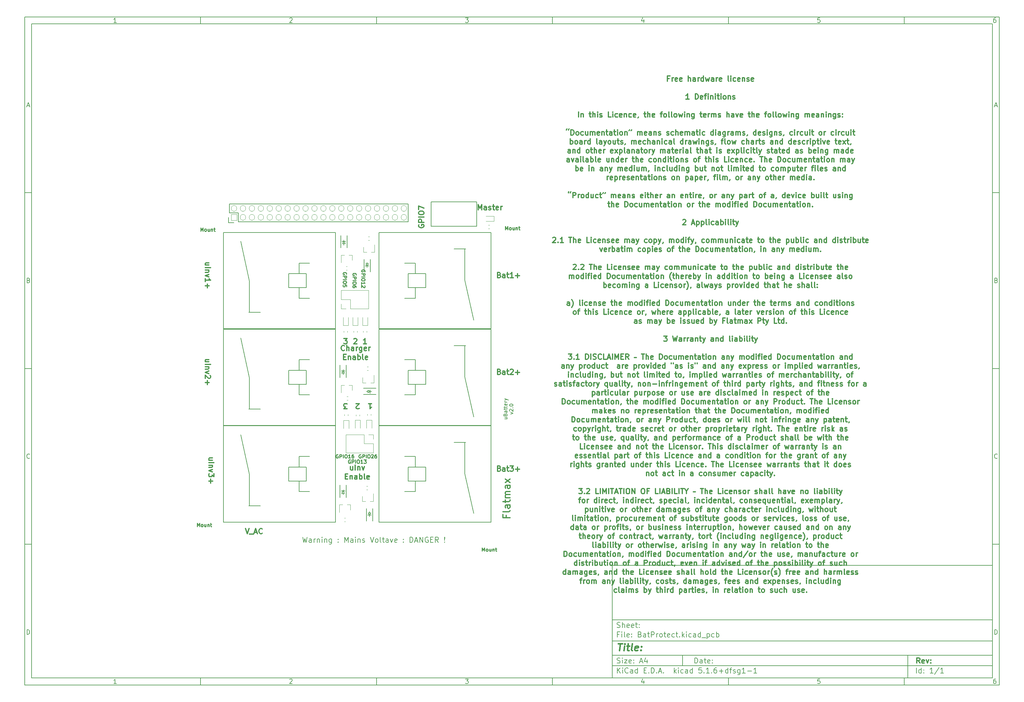
<source format=gbr>
G04 #@! TF.GenerationSoftware,KiCad,Pcbnew,5.1.6+dfsg1-1*
G04 #@! TF.CreationDate,2021-04-29T08:47:55+10:00*
G04 #@! TF.ProjectId,BatProtect,42617450-726f-4746-9563-742e6b696361,rev?*
G04 #@! TF.SameCoordinates,Original*
G04 #@! TF.FileFunction,Legend,Top*
G04 #@! TF.FilePolarity,Positive*
%FSLAX45Y45*%
G04 Gerber Fmt 4.5, Leading zero omitted, Abs format (unit mm)*
G04 Created by KiCad (PCBNEW 5.1.6+dfsg1-1) date 2021-04-29 08:47:55*
%MOMM*%
%LPD*%
G01*
G04 APERTURE LIST*
%ADD10C,0.100000*%
%ADD11C,0.150000*%
%ADD12C,0.300000*%
%ADD13C,0.400000*%
%ADD14C,0.250000*%
%ADD15C,0.120000*%
G04 APERTURE END LIST*
D10*
D11*
X17700220Y-16600720D02*
X17700220Y-19800720D01*
X28500220Y-19800720D01*
X28500220Y-16600720D01*
X17700220Y-16600720D01*
D10*
D11*
X1000000Y-1000000D02*
X1000000Y-20000720D01*
X28700220Y-20000720D01*
X28700220Y-1000000D01*
X1000000Y-1000000D01*
D10*
D11*
X1200000Y-1200000D02*
X1200000Y-19800720D01*
X28500220Y-19800720D01*
X28500220Y-1200000D01*
X1200000Y-1200000D01*
D10*
D11*
X6000000Y-1200000D02*
X6000000Y-1000000D01*
D10*
D11*
X11000000Y-1200000D02*
X11000000Y-1000000D01*
D10*
D11*
X16000000Y-1200000D02*
X16000000Y-1000000D01*
D10*
D11*
X21000000Y-1200000D02*
X21000000Y-1000000D01*
D10*
D11*
X26000000Y-1200000D02*
X26000000Y-1000000D01*
D10*
D11*
X3606548Y-1158810D02*
X3532262Y-1158810D01*
X3569405Y-1158810D02*
X3569405Y-1028809D01*
X3557024Y-1047381D01*
X3544643Y-1059762D01*
X3532262Y-1065952D01*
D10*
D11*
X8532262Y-1041190D02*
X8538452Y-1035000D01*
X8550833Y-1028809D01*
X8581786Y-1028809D01*
X8594167Y-1035000D01*
X8600357Y-1041190D01*
X8606548Y-1053571D01*
X8606548Y-1065952D01*
X8600357Y-1084524D01*
X8526071Y-1158810D01*
X8606548Y-1158810D01*
D10*
D11*
X13526071Y-1028809D02*
X13606548Y-1028809D01*
X13563214Y-1078333D01*
X13581786Y-1078333D01*
X13594167Y-1084524D01*
X13600357Y-1090714D01*
X13606548Y-1103095D01*
X13606548Y-1134048D01*
X13600357Y-1146429D01*
X13594167Y-1152619D01*
X13581786Y-1158810D01*
X13544643Y-1158810D01*
X13532262Y-1152619D01*
X13526071Y-1146429D01*
D10*
D11*
X18594167Y-1072143D02*
X18594167Y-1158810D01*
X18563214Y-1022619D02*
X18532262Y-1115476D01*
X18612738Y-1115476D01*
D10*
D11*
X23600357Y-1028809D02*
X23538452Y-1028809D01*
X23532262Y-1090714D01*
X23538452Y-1084524D01*
X23550833Y-1078333D01*
X23581786Y-1078333D01*
X23594167Y-1084524D01*
X23600357Y-1090714D01*
X23606548Y-1103095D01*
X23606548Y-1134048D01*
X23600357Y-1146429D01*
X23594167Y-1152619D01*
X23581786Y-1158810D01*
X23550833Y-1158810D01*
X23538452Y-1152619D01*
X23532262Y-1146429D01*
D10*
D11*
X28594167Y-1028809D02*
X28569405Y-1028809D01*
X28557024Y-1035000D01*
X28550833Y-1041190D01*
X28538452Y-1059762D01*
X28532262Y-1084524D01*
X28532262Y-1134048D01*
X28538452Y-1146429D01*
X28544643Y-1152619D01*
X28557024Y-1158810D01*
X28581786Y-1158810D01*
X28594167Y-1152619D01*
X28600357Y-1146429D01*
X28606548Y-1134048D01*
X28606548Y-1103095D01*
X28600357Y-1090714D01*
X28594167Y-1084524D01*
X28581786Y-1078333D01*
X28557024Y-1078333D01*
X28544643Y-1084524D01*
X28538452Y-1090714D01*
X28532262Y-1103095D01*
D10*
D11*
X6000000Y-19800720D02*
X6000000Y-20000720D01*
D10*
D11*
X11000000Y-19800720D02*
X11000000Y-20000720D01*
D10*
D11*
X16000000Y-19800720D02*
X16000000Y-20000720D01*
D10*
D11*
X21000000Y-19800720D02*
X21000000Y-20000720D01*
D10*
D11*
X26000000Y-19800720D02*
X26000000Y-20000720D01*
D10*
D11*
X3606548Y-19959530D02*
X3532262Y-19959530D01*
X3569405Y-19959530D02*
X3569405Y-19829530D01*
X3557024Y-19848101D01*
X3544643Y-19860482D01*
X3532262Y-19866672D01*
D10*
D11*
X8532262Y-19841910D02*
X8538452Y-19835720D01*
X8550833Y-19829530D01*
X8581786Y-19829530D01*
X8594167Y-19835720D01*
X8600357Y-19841910D01*
X8606548Y-19854291D01*
X8606548Y-19866672D01*
X8600357Y-19885244D01*
X8526071Y-19959530D01*
X8606548Y-19959530D01*
D10*
D11*
X13526071Y-19829530D02*
X13606548Y-19829530D01*
X13563214Y-19879053D01*
X13581786Y-19879053D01*
X13594167Y-19885244D01*
X13600357Y-19891434D01*
X13606548Y-19903815D01*
X13606548Y-19934768D01*
X13600357Y-19947149D01*
X13594167Y-19953339D01*
X13581786Y-19959530D01*
X13544643Y-19959530D01*
X13532262Y-19953339D01*
X13526071Y-19947149D01*
D10*
D11*
X18594167Y-19872863D02*
X18594167Y-19959530D01*
X18563214Y-19823339D02*
X18532262Y-19916196D01*
X18612738Y-19916196D01*
D10*
D11*
X23600357Y-19829530D02*
X23538452Y-19829530D01*
X23532262Y-19891434D01*
X23538452Y-19885244D01*
X23550833Y-19879053D01*
X23581786Y-19879053D01*
X23594167Y-19885244D01*
X23600357Y-19891434D01*
X23606548Y-19903815D01*
X23606548Y-19934768D01*
X23600357Y-19947149D01*
X23594167Y-19953339D01*
X23581786Y-19959530D01*
X23550833Y-19959530D01*
X23538452Y-19953339D01*
X23532262Y-19947149D01*
D10*
D11*
X28594167Y-19829530D02*
X28569405Y-19829530D01*
X28557024Y-19835720D01*
X28550833Y-19841910D01*
X28538452Y-19860482D01*
X28532262Y-19885244D01*
X28532262Y-19934768D01*
X28538452Y-19947149D01*
X28544643Y-19953339D01*
X28557024Y-19959530D01*
X28581786Y-19959530D01*
X28594167Y-19953339D01*
X28600357Y-19947149D01*
X28606548Y-19934768D01*
X28606548Y-19903815D01*
X28600357Y-19891434D01*
X28594167Y-19885244D01*
X28581786Y-19879053D01*
X28557024Y-19879053D01*
X28544643Y-19885244D01*
X28538452Y-19891434D01*
X28532262Y-19903815D01*
D10*
D11*
X1000000Y-6000000D02*
X1200000Y-6000000D01*
D10*
D11*
X1000000Y-11000000D02*
X1200000Y-11000000D01*
D10*
D11*
X1000000Y-16000000D02*
X1200000Y-16000000D01*
D10*
D11*
X1069048Y-3521667D02*
X1130952Y-3521667D01*
X1056667Y-3558809D02*
X1100000Y-3428809D01*
X1143333Y-3558809D01*
D10*
D11*
X1109286Y-8490714D02*
X1127857Y-8496905D01*
X1134048Y-8503095D01*
X1140238Y-8515476D01*
X1140238Y-8534048D01*
X1134048Y-8546429D01*
X1127857Y-8552619D01*
X1115476Y-8558810D01*
X1065952Y-8558810D01*
X1065952Y-8428810D01*
X1109286Y-8428810D01*
X1121667Y-8435000D01*
X1127857Y-8441190D01*
X1134048Y-8453571D01*
X1134048Y-8465952D01*
X1127857Y-8478333D01*
X1121667Y-8484524D01*
X1109286Y-8490714D01*
X1065952Y-8490714D01*
D10*
D11*
X1140238Y-13546428D02*
X1134048Y-13552619D01*
X1115476Y-13558809D01*
X1103095Y-13558809D01*
X1084524Y-13552619D01*
X1072143Y-13540238D01*
X1065952Y-13527857D01*
X1059762Y-13503095D01*
X1059762Y-13484524D01*
X1065952Y-13459762D01*
X1072143Y-13447381D01*
X1084524Y-13435000D01*
X1103095Y-13428809D01*
X1115476Y-13428809D01*
X1134048Y-13435000D01*
X1140238Y-13441190D01*
D10*
D11*
X1065952Y-18558810D02*
X1065952Y-18428810D01*
X1096905Y-18428810D01*
X1115476Y-18435000D01*
X1127857Y-18447381D01*
X1134048Y-18459762D01*
X1140238Y-18484524D01*
X1140238Y-18503095D01*
X1134048Y-18527857D01*
X1127857Y-18540238D01*
X1115476Y-18552619D01*
X1096905Y-18558810D01*
X1065952Y-18558810D01*
D10*
D11*
X28700220Y-6000000D02*
X28500220Y-6000000D01*
D10*
D11*
X28700220Y-11000000D02*
X28500220Y-11000000D01*
D10*
D11*
X28700220Y-16000000D02*
X28500220Y-16000000D01*
D10*
D11*
X28569268Y-3521667D02*
X28631172Y-3521667D01*
X28556887Y-3558809D02*
X28600220Y-3428809D01*
X28643553Y-3558809D01*
D10*
D11*
X28609506Y-8490714D02*
X28628077Y-8496905D01*
X28634268Y-8503095D01*
X28640458Y-8515476D01*
X28640458Y-8534048D01*
X28634268Y-8546429D01*
X28628077Y-8552619D01*
X28615696Y-8558810D01*
X28566172Y-8558810D01*
X28566172Y-8428810D01*
X28609506Y-8428810D01*
X28621887Y-8435000D01*
X28628077Y-8441190D01*
X28634268Y-8453571D01*
X28634268Y-8465952D01*
X28628077Y-8478333D01*
X28621887Y-8484524D01*
X28609506Y-8490714D01*
X28566172Y-8490714D01*
D10*
D11*
X28640458Y-13546428D02*
X28634268Y-13552619D01*
X28615696Y-13558809D01*
X28603315Y-13558809D01*
X28584744Y-13552619D01*
X28572363Y-13540238D01*
X28566172Y-13527857D01*
X28559982Y-13503095D01*
X28559982Y-13484524D01*
X28566172Y-13459762D01*
X28572363Y-13447381D01*
X28584744Y-13435000D01*
X28603315Y-13428809D01*
X28615696Y-13428809D01*
X28634268Y-13435000D01*
X28640458Y-13441190D01*
D10*
D11*
X28566172Y-18558810D02*
X28566172Y-18428810D01*
X28597125Y-18428810D01*
X28615696Y-18435000D01*
X28628077Y-18447381D01*
X28634268Y-18459762D01*
X28640458Y-18484524D01*
X28640458Y-18503095D01*
X28634268Y-18527857D01*
X28628077Y-18540238D01*
X28615696Y-18552619D01*
X28597125Y-18558810D01*
X28566172Y-18558810D01*
D10*
D11*
X20043434Y-19378577D02*
X20043434Y-19228577D01*
X20079149Y-19228577D01*
X20100577Y-19235720D01*
X20114863Y-19250006D01*
X20122006Y-19264291D01*
X20129149Y-19292863D01*
X20129149Y-19314291D01*
X20122006Y-19342863D01*
X20114863Y-19357149D01*
X20100577Y-19371434D01*
X20079149Y-19378577D01*
X20043434Y-19378577D01*
X20257720Y-19378577D02*
X20257720Y-19300006D01*
X20250577Y-19285720D01*
X20236291Y-19278577D01*
X20207720Y-19278577D01*
X20193434Y-19285720D01*
X20257720Y-19371434D02*
X20243434Y-19378577D01*
X20207720Y-19378577D01*
X20193434Y-19371434D01*
X20186291Y-19357149D01*
X20186291Y-19342863D01*
X20193434Y-19328577D01*
X20207720Y-19321434D01*
X20243434Y-19321434D01*
X20257720Y-19314291D01*
X20307720Y-19278577D02*
X20364863Y-19278577D01*
X20329149Y-19228577D02*
X20329149Y-19357149D01*
X20336291Y-19371434D01*
X20350577Y-19378577D01*
X20364863Y-19378577D01*
X20472006Y-19371434D02*
X20457720Y-19378577D01*
X20429149Y-19378577D01*
X20414863Y-19371434D01*
X20407720Y-19357149D01*
X20407720Y-19300006D01*
X20414863Y-19285720D01*
X20429149Y-19278577D01*
X20457720Y-19278577D01*
X20472006Y-19285720D01*
X20479149Y-19300006D01*
X20479149Y-19314291D01*
X20407720Y-19328577D01*
X20543434Y-19364291D02*
X20550577Y-19371434D01*
X20543434Y-19378577D01*
X20536291Y-19371434D01*
X20543434Y-19364291D01*
X20543434Y-19378577D01*
X20543434Y-19285720D02*
X20550577Y-19292863D01*
X20543434Y-19300006D01*
X20536291Y-19292863D01*
X20543434Y-19285720D01*
X20543434Y-19300006D01*
D10*
D11*
X17700220Y-19450720D02*
X28500220Y-19450720D01*
D10*
D11*
X17843434Y-19658577D02*
X17843434Y-19508577D01*
X17929149Y-19658577D02*
X17864863Y-19572863D01*
X17929149Y-19508577D02*
X17843434Y-19594291D01*
X17993434Y-19658577D02*
X17993434Y-19558577D01*
X17993434Y-19508577D02*
X17986291Y-19515720D01*
X17993434Y-19522863D01*
X18000577Y-19515720D01*
X17993434Y-19508577D01*
X17993434Y-19522863D01*
X18150577Y-19644291D02*
X18143434Y-19651434D01*
X18122006Y-19658577D01*
X18107720Y-19658577D01*
X18086291Y-19651434D01*
X18072006Y-19637149D01*
X18064863Y-19622863D01*
X18057720Y-19594291D01*
X18057720Y-19572863D01*
X18064863Y-19544291D01*
X18072006Y-19530006D01*
X18086291Y-19515720D01*
X18107720Y-19508577D01*
X18122006Y-19508577D01*
X18143434Y-19515720D01*
X18150577Y-19522863D01*
X18279149Y-19658577D02*
X18279149Y-19580006D01*
X18272006Y-19565720D01*
X18257720Y-19558577D01*
X18229149Y-19558577D01*
X18214863Y-19565720D01*
X18279149Y-19651434D02*
X18264863Y-19658577D01*
X18229149Y-19658577D01*
X18214863Y-19651434D01*
X18207720Y-19637149D01*
X18207720Y-19622863D01*
X18214863Y-19608577D01*
X18229149Y-19601434D01*
X18264863Y-19601434D01*
X18279149Y-19594291D01*
X18414863Y-19658577D02*
X18414863Y-19508577D01*
X18414863Y-19651434D02*
X18400577Y-19658577D01*
X18372006Y-19658577D01*
X18357720Y-19651434D01*
X18350577Y-19644291D01*
X18343434Y-19630006D01*
X18343434Y-19587149D01*
X18350577Y-19572863D01*
X18357720Y-19565720D01*
X18372006Y-19558577D01*
X18400577Y-19558577D01*
X18414863Y-19565720D01*
X18600577Y-19580006D02*
X18650577Y-19580006D01*
X18672006Y-19658577D02*
X18600577Y-19658577D01*
X18600577Y-19508577D01*
X18672006Y-19508577D01*
X18736291Y-19644291D02*
X18743434Y-19651434D01*
X18736291Y-19658577D01*
X18729149Y-19651434D01*
X18736291Y-19644291D01*
X18736291Y-19658577D01*
X18807720Y-19658577D02*
X18807720Y-19508577D01*
X18843434Y-19508577D01*
X18864863Y-19515720D01*
X18879149Y-19530006D01*
X18886291Y-19544291D01*
X18893434Y-19572863D01*
X18893434Y-19594291D01*
X18886291Y-19622863D01*
X18879149Y-19637149D01*
X18864863Y-19651434D01*
X18843434Y-19658577D01*
X18807720Y-19658577D01*
X18957720Y-19644291D02*
X18964863Y-19651434D01*
X18957720Y-19658577D01*
X18950577Y-19651434D01*
X18957720Y-19644291D01*
X18957720Y-19658577D01*
X19022006Y-19615720D02*
X19093434Y-19615720D01*
X19007720Y-19658577D02*
X19057720Y-19508577D01*
X19107720Y-19658577D01*
X19157720Y-19644291D02*
X19164863Y-19651434D01*
X19157720Y-19658577D01*
X19150577Y-19651434D01*
X19157720Y-19644291D01*
X19157720Y-19658577D01*
X19457720Y-19658577D02*
X19457720Y-19508577D01*
X19472006Y-19601434D02*
X19514863Y-19658577D01*
X19514863Y-19558577D02*
X19457720Y-19615720D01*
X19579149Y-19658577D02*
X19579149Y-19558577D01*
X19579149Y-19508577D02*
X19572006Y-19515720D01*
X19579149Y-19522863D01*
X19586291Y-19515720D01*
X19579149Y-19508577D01*
X19579149Y-19522863D01*
X19714863Y-19651434D02*
X19700577Y-19658577D01*
X19672006Y-19658577D01*
X19657720Y-19651434D01*
X19650577Y-19644291D01*
X19643434Y-19630006D01*
X19643434Y-19587149D01*
X19650577Y-19572863D01*
X19657720Y-19565720D01*
X19672006Y-19558577D01*
X19700577Y-19558577D01*
X19714863Y-19565720D01*
X19843434Y-19658577D02*
X19843434Y-19580006D01*
X19836291Y-19565720D01*
X19822006Y-19558577D01*
X19793434Y-19558577D01*
X19779149Y-19565720D01*
X19843434Y-19651434D02*
X19829149Y-19658577D01*
X19793434Y-19658577D01*
X19779149Y-19651434D01*
X19772006Y-19637149D01*
X19772006Y-19622863D01*
X19779149Y-19608577D01*
X19793434Y-19601434D01*
X19829149Y-19601434D01*
X19843434Y-19594291D01*
X19979149Y-19658577D02*
X19979149Y-19508577D01*
X19979149Y-19651434D02*
X19964863Y-19658577D01*
X19936291Y-19658577D01*
X19922006Y-19651434D01*
X19914863Y-19644291D01*
X19907720Y-19630006D01*
X19907720Y-19587149D01*
X19914863Y-19572863D01*
X19922006Y-19565720D01*
X19936291Y-19558577D01*
X19964863Y-19558577D01*
X19979149Y-19565720D01*
X20236291Y-19508577D02*
X20164863Y-19508577D01*
X20157720Y-19580006D01*
X20164863Y-19572863D01*
X20179149Y-19565720D01*
X20214863Y-19565720D01*
X20229149Y-19572863D01*
X20236291Y-19580006D01*
X20243434Y-19594291D01*
X20243434Y-19630006D01*
X20236291Y-19644291D01*
X20229149Y-19651434D01*
X20214863Y-19658577D01*
X20179149Y-19658577D01*
X20164863Y-19651434D01*
X20157720Y-19644291D01*
X20307720Y-19644291D02*
X20314863Y-19651434D01*
X20307720Y-19658577D01*
X20300577Y-19651434D01*
X20307720Y-19644291D01*
X20307720Y-19658577D01*
X20457720Y-19658577D02*
X20372006Y-19658577D01*
X20414863Y-19658577D02*
X20414863Y-19508577D01*
X20400577Y-19530006D01*
X20386291Y-19544291D01*
X20372006Y-19551434D01*
X20522006Y-19644291D02*
X20529149Y-19651434D01*
X20522006Y-19658577D01*
X20514863Y-19651434D01*
X20522006Y-19644291D01*
X20522006Y-19658577D01*
X20657720Y-19508577D02*
X20629149Y-19508577D01*
X20614863Y-19515720D01*
X20607720Y-19522863D01*
X20593434Y-19544291D01*
X20586291Y-19572863D01*
X20586291Y-19630006D01*
X20593434Y-19644291D01*
X20600577Y-19651434D01*
X20614863Y-19658577D01*
X20643434Y-19658577D01*
X20657720Y-19651434D01*
X20664863Y-19644291D01*
X20672006Y-19630006D01*
X20672006Y-19594291D01*
X20664863Y-19580006D01*
X20657720Y-19572863D01*
X20643434Y-19565720D01*
X20614863Y-19565720D01*
X20600577Y-19572863D01*
X20593434Y-19580006D01*
X20586291Y-19594291D01*
X20736291Y-19601434D02*
X20850577Y-19601434D01*
X20793434Y-19658577D02*
X20793434Y-19544291D01*
X20986291Y-19658577D02*
X20986291Y-19508577D01*
X20986291Y-19651434D02*
X20972006Y-19658577D01*
X20943434Y-19658577D01*
X20929149Y-19651434D01*
X20922006Y-19644291D01*
X20914863Y-19630006D01*
X20914863Y-19587149D01*
X20922006Y-19572863D01*
X20929149Y-19565720D01*
X20943434Y-19558577D01*
X20972006Y-19558577D01*
X20986291Y-19565720D01*
X21036291Y-19558577D02*
X21093434Y-19558577D01*
X21057720Y-19658577D02*
X21057720Y-19530006D01*
X21064863Y-19515720D01*
X21079149Y-19508577D01*
X21093434Y-19508577D01*
X21136291Y-19651434D02*
X21150577Y-19658577D01*
X21179149Y-19658577D01*
X21193434Y-19651434D01*
X21200577Y-19637149D01*
X21200577Y-19630006D01*
X21193434Y-19615720D01*
X21179149Y-19608577D01*
X21157720Y-19608577D01*
X21143434Y-19601434D01*
X21136291Y-19587149D01*
X21136291Y-19580006D01*
X21143434Y-19565720D01*
X21157720Y-19558577D01*
X21179149Y-19558577D01*
X21193434Y-19565720D01*
X21329149Y-19558577D02*
X21329149Y-19680006D01*
X21322006Y-19694291D01*
X21314863Y-19701434D01*
X21300577Y-19708577D01*
X21279149Y-19708577D01*
X21264863Y-19701434D01*
X21329149Y-19651434D02*
X21314863Y-19658577D01*
X21286291Y-19658577D01*
X21272006Y-19651434D01*
X21264863Y-19644291D01*
X21257720Y-19630006D01*
X21257720Y-19587149D01*
X21264863Y-19572863D01*
X21272006Y-19565720D01*
X21286291Y-19558577D01*
X21314863Y-19558577D01*
X21329149Y-19565720D01*
X21479149Y-19658577D02*
X21393434Y-19658577D01*
X21436291Y-19658577D02*
X21436291Y-19508577D01*
X21422006Y-19530006D01*
X21407720Y-19544291D01*
X21393434Y-19551434D01*
X21543434Y-19601434D02*
X21657720Y-19601434D01*
X21807720Y-19658577D02*
X21722006Y-19658577D01*
X21764863Y-19658577D02*
X21764863Y-19508577D01*
X21750577Y-19530006D01*
X21736291Y-19544291D01*
X21722006Y-19551434D01*
D10*
D11*
X17700220Y-19150720D02*
X28500220Y-19150720D01*
D10*
D12*
X26441148Y-19378577D02*
X26391148Y-19307149D01*
X26355434Y-19378577D02*
X26355434Y-19228577D01*
X26412577Y-19228577D01*
X26426863Y-19235720D01*
X26434006Y-19242863D01*
X26441148Y-19257149D01*
X26441148Y-19278577D01*
X26434006Y-19292863D01*
X26426863Y-19300006D01*
X26412577Y-19307149D01*
X26355434Y-19307149D01*
X26562577Y-19371434D02*
X26548291Y-19378577D01*
X26519720Y-19378577D01*
X26505434Y-19371434D01*
X26498291Y-19357149D01*
X26498291Y-19300006D01*
X26505434Y-19285720D01*
X26519720Y-19278577D01*
X26548291Y-19278577D01*
X26562577Y-19285720D01*
X26569720Y-19300006D01*
X26569720Y-19314291D01*
X26498291Y-19328577D01*
X26619720Y-19278577D02*
X26655434Y-19378577D01*
X26691148Y-19278577D01*
X26748291Y-19364291D02*
X26755434Y-19371434D01*
X26748291Y-19378577D01*
X26741148Y-19371434D01*
X26748291Y-19364291D01*
X26748291Y-19378577D01*
X26748291Y-19285720D02*
X26755434Y-19292863D01*
X26748291Y-19300006D01*
X26741148Y-19292863D01*
X26748291Y-19285720D01*
X26748291Y-19300006D01*
D10*
D11*
X17836291Y-19371434D02*
X17857720Y-19378577D01*
X17893434Y-19378577D01*
X17907720Y-19371434D01*
X17914863Y-19364291D01*
X17922006Y-19350006D01*
X17922006Y-19335720D01*
X17914863Y-19321434D01*
X17907720Y-19314291D01*
X17893434Y-19307149D01*
X17864863Y-19300006D01*
X17850577Y-19292863D01*
X17843434Y-19285720D01*
X17836291Y-19271434D01*
X17836291Y-19257149D01*
X17843434Y-19242863D01*
X17850577Y-19235720D01*
X17864863Y-19228577D01*
X17900577Y-19228577D01*
X17922006Y-19235720D01*
X17986291Y-19378577D02*
X17986291Y-19278577D01*
X17986291Y-19228577D02*
X17979149Y-19235720D01*
X17986291Y-19242863D01*
X17993434Y-19235720D01*
X17986291Y-19228577D01*
X17986291Y-19242863D01*
X18043434Y-19278577D02*
X18122006Y-19278577D01*
X18043434Y-19378577D01*
X18122006Y-19378577D01*
X18236291Y-19371434D02*
X18222006Y-19378577D01*
X18193434Y-19378577D01*
X18179149Y-19371434D01*
X18172006Y-19357149D01*
X18172006Y-19300006D01*
X18179149Y-19285720D01*
X18193434Y-19278577D01*
X18222006Y-19278577D01*
X18236291Y-19285720D01*
X18243434Y-19300006D01*
X18243434Y-19314291D01*
X18172006Y-19328577D01*
X18307720Y-19364291D02*
X18314863Y-19371434D01*
X18307720Y-19378577D01*
X18300577Y-19371434D01*
X18307720Y-19364291D01*
X18307720Y-19378577D01*
X18307720Y-19285720D02*
X18314863Y-19292863D01*
X18307720Y-19300006D01*
X18300577Y-19292863D01*
X18307720Y-19285720D01*
X18307720Y-19300006D01*
X18486291Y-19335720D02*
X18557720Y-19335720D01*
X18472006Y-19378577D02*
X18522006Y-19228577D01*
X18572006Y-19378577D01*
X18686291Y-19278577D02*
X18686291Y-19378577D01*
X18650577Y-19221434D02*
X18614863Y-19328577D01*
X18707720Y-19328577D01*
D10*
D11*
X26343434Y-19658577D02*
X26343434Y-19508577D01*
X26479148Y-19658577D02*
X26479148Y-19508577D01*
X26479148Y-19651434D02*
X26464863Y-19658577D01*
X26436291Y-19658577D01*
X26422006Y-19651434D01*
X26414863Y-19644291D01*
X26407720Y-19630006D01*
X26407720Y-19587149D01*
X26414863Y-19572863D01*
X26422006Y-19565720D01*
X26436291Y-19558577D01*
X26464863Y-19558577D01*
X26479148Y-19565720D01*
X26550577Y-19644291D02*
X26557720Y-19651434D01*
X26550577Y-19658577D01*
X26543434Y-19651434D01*
X26550577Y-19644291D01*
X26550577Y-19658577D01*
X26550577Y-19565720D02*
X26557720Y-19572863D01*
X26550577Y-19580006D01*
X26543434Y-19572863D01*
X26550577Y-19565720D01*
X26550577Y-19580006D01*
X26814863Y-19658577D02*
X26729148Y-19658577D01*
X26772006Y-19658577D02*
X26772006Y-19508577D01*
X26757720Y-19530006D01*
X26743434Y-19544291D01*
X26729148Y-19551434D01*
X26986291Y-19501434D02*
X26857720Y-19694291D01*
X27114863Y-19658577D02*
X27029148Y-19658577D01*
X27072006Y-19658577D02*
X27072006Y-19508577D01*
X27057720Y-19530006D01*
X27043434Y-19544291D01*
X27029148Y-19551434D01*
D10*
D11*
X17700220Y-18750720D02*
X28500220Y-18750720D01*
D10*
D13*
X17871458Y-18821196D02*
X17985744Y-18821196D01*
X17903601Y-19021196D02*
X17928601Y-18821196D01*
X18027410Y-19021196D02*
X18044077Y-18887863D01*
X18052410Y-18821196D02*
X18041696Y-18830720D01*
X18050030Y-18840244D01*
X18060744Y-18830720D01*
X18052410Y-18821196D01*
X18050030Y-18840244D01*
X18110744Y-18887863D02*
X18186934Y-18887863D01*
X18147649Y-18821196D02*
X18126220Y-18992625D01*
X18133363Y-19011672D01*
X18151220Y-19021196D01*
X18170268Y-19021196D01*
X18265506Y-19021196D02*
X18247649Y-19011672D01*
X18240506Y-18992625D01*
X18261934Y-18821196D01*
X18419077Y-19011672D02*
X18398839Y-19021196D01*
X18360744Y-19021196D01*
X18342887Y-19011672D01*
X18335744Y-18992625D01*
X18345268Y-18916434D01*
X18357172Y-18897387D01*
X18377410Y-18887863D01*
X18415506Y-18887863D01*
X18433363Y-18897387D01*
X18440506Y-18916434D01*
X18438125Y-18935482D01*
X18340506Y-18954530D01*
X18515506Y-19002149D02*
X18523839Y-19011672D01*
X18513125Y-19021196D01*
X18504791Y-19011672D01*
X18515506Y-19002149D01*
X18513125Y-19021196D01*
X18528601Y-18897387D02*
X18536934Y-18906910D01*
X18526220Y-18916434D01*
X18517887Y-18906910D01*
X18528601Y-18897387D01*
X18526220Y-18916434D01*
D10*
D11*
X17893434Y-18560006D02*
X17843434Y-18560006D01*
X17843434Y-18638577D02*
X17843434Y-18488577D01*
X17914863Y-18488577D01*
X17972006Y-18638577D02*
X17972006Y-18538577D01*
X17972006Y-18488577D02*
X17964863Y-18495720D01*
X17972006Y-18502863D01*
X17979149Y-18495720D01*
X17972006Y-18488577D01*
X17972006Y-18502863D01*
X18064863Y-18638577D02*
X18050577Y-18631434D01*
X18043434Y-18617149D01*
X18043434Y-18488577D01*
X18179149Y-18631434D02*
X18164863Y-18638577D01*
X18136291Y-18638577D01*
X18122006Y-18631434D01*
X18114863Y-18617149D01*
X18114863Y-18560006D01*
X18122006Y-18545720D01*
X18136291Y-18538577D01*
X18164863Y-18538577D01*
X18179149Y-18545720D01*
X18186291Y-18560006D01*
X18186291Y-18574291D01*
X18114863Y-18588577D01*
X18250577Y-18624291D02*
X18257720Y-18631434D01*
X18250577Y-18638577D01*
X18243434Y-18631434D01*
X18250577Y-18624291D01*
X18250577Y-18638577D01*
X18250577Y-18545720D02*
X18257720Y-18552863D01*
X18250577Y-18560006D01*
X18243434Y-18552863D01*
X18250577Y-18545720D01*
X18250577Y-18560006D01*
X18486291Y-18560006D02*
X18507720Y-18567149D01*
X18514863Y-18574291D01*
X18522006Y-18588577D01*
X18522006Y-18610006D01*
X18514863Y-18624291D01*
X18507720Y-18631434D01*
X18493434Y-18638577D01*
X18436291Y-18638577D01*
X18436291Y-18488577D01*
X18486291Y-18488577D01*
X18500577Y-18495720D01*
X18507720Y-18502863D01*
X18514863Y-18517149D01*
X18514863Y-18531434D01*
X18507720Y-18545720D01*
X18500577Y-18552863D01*
X18486291Y-18560006D01*
X18436291Y-18560006D01*
X18650577Y-18638577D02*
X18650577Y-18560006D01*
X18643434Y-18545720D01*
X18629149Y-18538577D01*
X18600577Y-18538577D01*
X18586291Y-18545720D01*
X18650577Y-18631434D02*
X18636291Y-18638577D01*
X18600577Y-18638577D01*
X18586291Y-18631434D01*
X18579149Y-18617149D01*
X18579149Y-18602863D01*
X18586291Y-18588577D01*
X18600577Y-18581434D01*
X18636291Y-18581434D01*
X18650577Y-18574291D01*
X18700577Y-18538577D02*
X18757720Y-18538577D01*
X18722006Y-18488577D02*
X18722006Y-18617149D01*
X18729149Y-18631434D01*
X18743434Y-18638577D01*
X18757720Y-18638577D01*
X18807720Y-18638577D02*
X18807720Y-18488577D01*
X18864863Y-18488577D01*
X18879149Y-18495720D01*
X18886291Y-18502863D01*
X18893434Y-18517149D01*
X18893434Y-18538577D01*
X18886291Y-18552863D01*
X18879149Y-18560006D01*
X18864863Y-18567149D01*
X18807720Y-18567149D01*
X18957720Y-18638577D02*
X18957720Y-18538577D01*
X18957720Y-18567149D02*
X18964863Y-18552863D01*
X18972006Y-18545720D01*
X18986291Y-18538577D01*
X19000577Y-18538577D01*
X19072006Y-18638577D02*
X19057720Y-18631434D01*
X19050577Y-18624291D01*
X19043434Y-18610006D01*
X19043434Y-18567149D01*
X19050577Y-18552863D01*
X19057720Y-18545720D01*
X19072006Y-18538577D01*
X19093434Y-18538577D01*
X19107720Y-18545720D01*
X19114863Y-18552863D01*
X19122006Y-18567149D01*
X19122006Y-18610006D01*
X19114863Y-18624291D01*
X19107720Y-18631434D01*
X19093434Y-18638577D01*
X19072006Y-18638577D01*
X19164863Y-18538577D02*
X19222006Y-18538577D01*
X19186291Y-18488577D02*
X19186291Y-18617149D01*
X19193434Y-18631434D01*
X19207720Y-18638577D01*
X19222006Y-18638577D01*
X19329149Y-18631434D02*
X19314863Y-18638577D01*
X19286291Y-18638577D01*
X19272006Y-18631434D01*
X19264863Y-18617149D01*
X19264863Y-18560006D01*
X19272006Y-18545720D01*
X19286291Y-18538577D01*
X19314863Y-18538577D01*
X19329149Y-18545720D01*
X19336291Y-18560006D01*
X19336291Y-18574291D01*
X19264863Y-18588577D01*
X19464863Y-18631434D02*
X19450577Y-18638577D01*
X19422006Y-18638577D01*
X19407720Y-18631434D01*
X19400577Y-18624291D01*
X19393434Y-18610006D01*
X19393434Y-18567149D01*
X19400577Y-18552863D01*
X19407720Y-18545720D01*
X19422006Y-18538577D01*
X19450577Y-18538577D01*
X19464863Y-18545720D01*
X19507720Y-18538577D02*
X19564863Y-18538577D01*
X19529149Y-18488577D02*
X19529149Y-18617149D01*
X19536291Y-18631434D01*
X19550577Y-18638577D01*
X19564863Y-18638577D01*
X19614863Y-18624291D02*
X19622006Y-18631434D01*
X19614863Y-18638577D01*
X19607720Y-18631434D01*
X19614863Y-18624291D01*
X19614863Y-18638577D01*
X19686291Y-18638577D02*
X19686291Y-18488577D01*
X19700577Y-18581434D02*
X19743434Y-18638577D01*
X19743434Y-18538577D02*
X19686291Y-18595720D01*
X19807720Y-18638577D02*
X19807720Y-18538577D01*
X19807720Y-18488577D02*
X19800577Y-18495720D01*
X19807720Y-18502863D01*
X19814863Y-18495720D01*
X19807720Y-18488577D01*
X19807720Y-18502863D01*
X19943434Y-18631434D02*
X19929149Y-18638577D01*
X19900577Y-18638577D01*
X19886291Y-18631434D01*
X19879149Y-18624291D01*
X19872006Y-18610006D01*
X19872006Y-18567149D01*
X19879149Y-18552863D01*
X19886291Y-18545720D01*
X19900577Y-18538577D01*
X19929149Y-18538577D01*
X19943434Y-18545720D01*
X20072006Y-18638577D02*
X20072006Y-18560006D01*
X20064863Y-18545720D01*
X20050577Y-18538577D01*
X20022006Y-18538577D01*
X20007720Y-18545720D01*
X20072006Y-18631434D02*
X20057720Y-18638577D01*
X20022006Y-18638577D01*
X20007720Y-18631434D01*
X20000577Y-18617149D01*
X20000577Y-18602863D01*
X20007720Y-18588577D01*
X20022006Y-18581434D01*
X20057720Y-18581434D01*
X20072006Y-18574291D01*
X20207720Y-18638577D02*
X20207720Y-18488577D01*
X20207720Y-18631434D02*
X20193434Y-18638577D01*
X20164863Y-18638577D01*
X20150577Y-18631434D01*
X20143434Y-18624291D01*
X20136291Y-18610006D01*
X20136291Y-18567149D01*
X20143434Y-18552863D01*
X20150577Y-18545720D01*
X20164863Y-18538577D01*
X20193434Y-18538577D01*
X20207720Y-18545720D01*
X20243434Y-18652863D02*
X20357720Y-18652863D01*
X20393434Y-18538577D02*
X20393434Y-18688577D01*
X20393434Y-18545720D02*
X20407720Y-18538577D01*
X20436291Y-18538577D01*
X20450577Y-18545720D01*
X20457720Y-18552863D01*
X20464863Y-18567149D01*
X20464863Y-18610006D01*
X20457720Y-18624291D01*
X20450577Y-18631434D01*
X20436291Y-18638577D01*
X20407720Y-18638577D01*
X20393434Y-18631434D01*
X20593434Y-18631434D02*
X20579149Y-18638577D01*
X20550577Y-18638577D01*
X20536291Y-18631434D01*
X20529149Y-18624291D01*
X20522006Y-18610006D01*
X20522006Y-18567149D01*
X20529149Y-18552863D01*
X20536291Y-18545720D01*
X20550577Y-18538577D01*
X20579149Y-18538577D01*
X20593434Y-18545720D01*
X20657720Y-18638577D02*
X20657720Y-18488577D01*
X20657720Y-18545720D02*
X20672006Y-18538577D01*
X20700577Y-18538577D01*
X20714863Y-18545720D01*
X20722006Y-18552863D01*
X20729149Y-18567149D01*
X20729149Y-18610006D01*
X20722006Y-18624291D01*
X20714863Y-18631434D01*
X20700577Y-18638577D01*
X20672006Y-18638577D01*
X20657720Y-18631434D01*
D10*
D11*
X17700220Y-18150720D02*
X28500220Y-18150720D01*
D10*
D11*
X17836291Y-18361434D02*
X17857720Y-18368577D01*
X17893434Y-18368577D01*
X17907720Y-18361434D01*
X17914863Y-18354291D01*
X17922006Y-18340006D01*
X17922006Y-18325720D01*
X17914863Y-18311434D01*
X17907720Y-18304291D01*
X17893434Y-18297149D01*
X17864863Y-18290006D01*
X17850577Y-18282863D01*
X17843434Y-18275720D01*
X17836291Y-18261434D01*
X17836291Y-18247149D01*
X17843434Y-18232863D01*
X17850577Y-18225720D01*
X17864863Y-18218577D01*
X17900577Y-18218577D01*
X17922006Y-18225720D01*
X17986291Y-18368577D02*
X17986291Y-18218577D01*
X18050577Y-18368577D02*
X18050577Y-18290006D01*
X18043434Y-18275720D01*
X18029149Y-18268577D01*
X18007720Y-18268577D01*
X17993434Y-18275720D01*
X17986291Y-18282863D01*
X18179149Y-18361434D02*
X18164863Y-18368577D01*
X18136291Y-18368577D01*
X18122006Y-18361434D01*
X18114863Y-18347149D01*
X18114863Y-18290006D01*
X18122006Y-18275720D01*
X18136291Y-18268577D01*
X18164863Y-18268577D01*
X18179149Y-18275720D01*
X18186291Y-18290006D01*
X18186291Y-18304291D01*
X18114863Y-18318577D01*
X18307720Y-18361434D02*
X18293434Y-18368577D01*
X18264863Y-18368577D01*
X18250577Y-18361434D01*
X18243434Y-18347149D01*
X18243434Y-18290006D01*
X18250577Y-18275720D01*
X18264863Y-18268577D01*
X18293434Y-18268577D01*
X18307720Y-18275720D01*
X18314863Y-18290006D01*
X18314863Y-18304291D01*
X18243434Y-18318577D01*
X18357720Y-18268577D02*
X18414863Y-18268577D01*
X18379149Y-18218577D02*
X18379149Y-18347149D01*
X18386291Y-18361434D01*
X18400577Y-18368577D01*
X18414863Y-18368577D01*
X18464863Y-18354291D02*
X18472006Y-18361434D01*
X18464863Y-18368577D01*
X18457720Y-18361434D01*
X18464863Y-18354291D01*
X18464863Y-18368577D01*
X18464863Y-18275720D02*
X18472006Y-18282863D01*
X18464863Y-18290006D01*
X18457720Y-18282863D01*
X18464863Y-18275720D01*
X18464863Y-18290006D01*
D10*
D11*
X19700220Y-19150720D02*
X19700220Y-19450720D01*
D10*
D11*
X26100220Y-19150720D02*
X26100220Y-19800720D01*
X8900000Y-15792857D02*
X8935714Y-15942857D01*
X8964286Y-15835714D01*
X8992857Y-15942857D01*
X9028571Y-15792857D01*
X9150000Y-15942857D02*
X9150000Y-15864286D01*
X9142857Y-15850000D01*
X9128571Y-15842857D01*
X9100000Y-15842857D01*
X9085714Y-15850000D01*
X9150000Y-15935714D02*
X9135714Y-15942857D01*
X9100000Y-15942857D01*
X9085714Y-15935714D01*
X9078571Y-15921428D01*
X9078571Y-15907143D01*
X9085714Y-15892857D01*
X9100000Y-15885714D01*
X9135714Y-15885714D01*
X9150000Y-15878571D01*
X9221429Y-15942857D02*
X9221429Y-15842857D01*
X9221429Y-15871428D02*
X9228571Y-15857143D01*
X9235714Y-15850000D01*
X9250000Y-15842857D01*
X9264286Y-15842857D01*
X9314286Y-15842857D02*
X9314286Y-15942857D01*
X9314286Y-15857143D02*
X9321429Y-15850000D01*
X9335714Y-15842857D01*
X9357143Y-15842857D01*
X9371429Y-15850000D01*
X9378571Y-15864286D01*
X9378571Y-15942857D01*
X9450000Y-15942857D02*
X9450000Y-15842857D01*
X9450000Y-15792857D02*
X9442857Y-15800000D01*
X9450000Y-15807143D01*
X9457143Y-15800000D01*
X9450000Y-15792857D01*
X9450000Y-15807143D01*
X9521429Y-15842857D02*
X9521429Y-15942857D01*
X9521429Y-15857143D02*
X9528571Y-15850000D01*
X9542857Y-15842857D01*
X9564286Y-15842857D01*
X9578571Y-15850000D01*
X9585714Y-15864286D01*
X9585714Y-15942857D01*
X9721429Y-15842857D02*
X9721429Y-15964286D01*
X9714286Y-15978571D01*
X9707143Y-15985714D01*
X9692857Y-15992857D01*
X9671429Y-15992857D01*
X9657143Y-15985714D01*
X9721429Y-15935714D02*
X9707143Y-15942857D01*
X9678571Y-15942857D01*
X9664286Y-15935714D01*
X9657143Y-15928571D01*
X9650000Y-15914286D01*
X9650000Y-15871428D01*
X9657143Y-15857143D01*
X9664286Y-15850000D01*
X9678571Y-15842857D01*
X9707143Y-15842857D01*
X9721429Y-15850000D01*
X9907143Y-15928571D02*
X9914286Y-15935714D01*
X9907143Y-15942857D01*
X9900000Y-15935714D01*
X9907143Y-15928571D01*
X9907143Y-15942857D01*
X9907143Y-15850000D02*
X9914286Y-15857143D01*
X9907143Y-15864286D01*
X9900000Y-15857143D01*
X9907143Y-15850000D01*
X9907143Y-15864286D01*
X10092857Y-15942857D02*
X10092857Y-15792857D01*
X10142857Y-15900000D01*
X10192857Y-15792857D01*
X10192857Y-15942857D01*
X10328571Y-15942857D02*
X10328571Y-15864286D01*
X10321429Y-15850000D01*
X10307143Y-15842857D01*
X10278571Y-15842857D01*
X10264286Y-15850000D01*
X10328571Y-15935714D02*
X10314286Y-15942857D01*
X10278571Y-15942857D01*
X10264286Y-15935714D01*
X10257143Y-15921428D01*
X10257143Y-15907143D01*
X10264286Y-15892857D01*
X10278571Y-15885714D01*
X10314286Y-15885714D01*
X10328571Y-15878571D01*
X10400000Y-15942857D02*
X10400000Y-15842857D01*
X10400000Y-15792857D02*
X10392857Y-15800000D01*
X10400000Y-15807143D01*
X10407143Y-15800000D01*
X10400000Y-15792857D01*
X10400000Y-15807143D01*
X10471429Y-15842857D02*
X10471429Y-15942857D01*
X10471429Y-15857143D02*
X10478571Y-15850000D01*
X10492857Y-15842857D01*
X10514286Y-15842857D01*
X10528571Y-15850000D01*
X10535714Y-15864286D01*
X10535714Y-15942857D01*
X10600000Y-15935714D02*
X10614286Y-15942857D01*
X10642857Y-15942857D01*
X10657143Y-15935714D01*
X10664286Y-15921428D01*
X10664286Y-15914286D01*
X10657143Y-15900000D01*
X10642857Y-15892857D01*
X10621429Y-15892857D01*
X10607143Y-15885714D01*
X10600000Y-15871428D01*
X10600000Y-15864286D01*
X10607143Y-15850000D01*
X10621429Y-15842857D01*
X10642857Y-15842857D01*
X10657143Y-15850000D01*
X10821429Y-15792857D02*
X10871429Y-15942857D01*
X10921429Y-15792857D01*
X10992857Y-15942857D02*
X10978571Y-15935714D01*
X10971429Y-15928571D01*
X10964286Y-15914286D01*
X10964286Y-15871428D01*
X10971429Y-15857143D01*
X10978571Y-15850000D01*
X10992857Y-15842857D01*
X11014286Y-15842857D01*
X11028571Y-15850000D01*
X11035714Y-15857143D01*
X11042857Y-15871428D01*
X11042857Y-15914286D01*
X11035714Y-15928571D01*
X11028571Y-15935714D01*
X11014286Y-15942857D01*
X10992857Y-15942857D01*
X11128571Y-15942857D02*
X11114286Y-15935714D01*
X11107143Y-15921428D01*
X11107143Y-15792857D01*
X11164286Y-15842857D02*
X11221428Y-15842857D01*
X11185714Y-15792857D02*
X11185714Y-15921428D01*
X11192857Y-15935714D01*
X11207143Y-15942857D01*
X11221428Y-15942857D01*
X11335714Y-15942857D02*
X11335714Y-15864286D01*
X11328571Y-15850000D01*
X11314286Y-15842857D01*
X11285714Y-15842857D01*
X11271428Y-15850000D01*
X11335714Y-15935714D02*
X11321428Y-15942857D01*
X11285714Y-15942857D01*
X11271428Y-15935714D01*
X11264286Y-15921428D01*
X11264286Y-15907143D01*
X11271428Y-15892857D01*
X11285714Y-15885714D01*
X11321428Y-15885714D01*
X11335714Y-15878571D01*
X11392857Y-15842857D02*
X11428571Y-15942857D01*
X11464286Y-15842857D01*
X11578571Y-15935714D02*
X11564286Y-15942857D01*
X11535714Y-15942857D01*
X11521428Y-15935714D01*
X11514286Y-15921428D01*
X11514286Y-15864286D01*
X11521428Y-15850000D01*
X11535714Y-15842857D01*
X11564286Y-15842857D01*
X11578571Y-15850000D01*
X11585714Y-15864286D01*
X11585714Y-15878571D01*
X11514286Y-15892857D01*
X11764286Y-15928571D02*
X11771428Y-15935714D01*
X11764286Y-15942857D01*
X11757143Y-15935714D01*
X11764286Y-15928571D01*
X11764286Y-15942857D01*
X11764286Y-15850000D02*
X11771428Y-15857143D01*
X11764286Y-15864286D01*
X11757143Y-15857143D01*
X11764286Y-15850000D01*
X11764286Y-15864286D01*
X11950000Y-15942857D02*
X11950000Y-15792857D01*
X11985714Y-15792857D01*
X12007143Y-15800000D01*
X12021428Y-15814286D01*
X12028571Y-15828571D01*
X12035714Y-15857143D01*
X12035714Y-15878571D01*
X12028571Y-15907143D01*
X12021428Y-15921428D01*
X12007143Y-15935714D01*
X11985714Y-15942857D01*
X11950000Y-15942857D01*
X12092857Y-15900000D02*
X12164286Y-15900000D01*
X12078571Y-15942857D02*
X12128571Y-15792857D01*
X12178571Y-15942857D01*
X12228571Y-15942857D02*
X12228571Y-15792857D01*
X12314286Y-15942857D01*
X12314286Y-15792857D01*
X12464286Y-15800000D02*
X12450000Y-15792857D01*
X12428571Y-15792857D01*
X12407143Y-15800000D01*
X12392857Y-15814286D01*
X12385714Y-15828571D01*
X12378571Y-15857143D01*
X12378571Y-15878571D01*
X12385714Y-15907143D01*
X12392857Y-15921428D01*
X12407143Y-15935714D01*
X12428571Y-15942857D01*
X12442857Y-15942857D01*
X12464286Y-15935714D01*
X12471428Y-15928571D01*
X12471428Y-15878571D01*
X12442857Y-15878571D01*
X12535714Y-15864286D02*
X12585714Y-15864286D01*
X12607143Y-15942857D02*
X12535714Y-15942857D01*
X12535714Y-15792857D01*
X12607143Y-15792857D01*
X12757143Y-15942857D02*
X12707143Y-15871428D01*
X12671428Y-15942857D02*
X12671428Y-15792857D01*
X12728571Y-15792857D01*
X12742857Y-15800000D01*
X12750000Y-15807143D01*
X12757143Y-15821428D01*
X12757143Y-15842857D01*
X12750000Y-15857143D01*
X12742857Y-15864286D01*
X12728571Y-15871428D01*
X12671428Y-15871428D01*
X12935714Y-15928571D02*
X12942857Y-15935714D01*
X12935714Y-15942857D01*
X12928571Y-15935714D01*
X12935714Y-15928571D01*
X12935714Y-15942857D01*
X12935714Y-15885714D02*
X12928571Y-15800000D01*
X12935714Y-15792857D01*
X12942857Y-15800000D01*
X12935714Y-15885714D01*
X12935714Y-15792857D01*
X14646071Y-12392857D02*
X14712738Y-12392857D01*
X14646071Y-12435714D02*
X14698452Y-12435714D01*
X14707976Y-12430952D01*
X14712738Y-12421428D01*
X14712738Y-12407143D01*
X14707976Y-12397619D01*
X14703214Y-12392857D01*
X14660357Y-12311905D02*
X14665119Y-12297619D01*
X14669881Y-12292857D01*
X14679405Y-12288095D01*
X14693690Y-12288095D01*
X14703214Y-12292857D01*
X14707976Y-12297619D01*
X14712738Y-12307143D01*
X14712738Y-12345238D01*
X14612738Y-12345238D01*
X14612738Y-12311905D01*
X14617500Y-12302381D01*
X14622262Y-12297619D01*
X14631786Y-12292857D01*
X14641309Y-12292857D01*
X14650833Y-12297619D01*
X14655595Y-12302381D01*
X14660357Y-12311905D01*
X14660357Y-12345238D01*
X14712738Y-12202381D02*
X14660357Y-12202381D01*
X14650833Y-12207143D01*
X14646071Y-12216667D01*
X14646071Y-12235714D01*
X14650833Y-12245238D01*
X14707976Y-12202381D02*
X14712738Y-12211905D01*
X14712738Y-12235714D01*
X14707976Y-12245238D01*
X14698452Y-12250000D01*
X14688928Y-12250000D01*
X14679405Y-12245238D01*
X14674643Y-12235714D01*
X14674643Y-12211905D01*
X14669881Y-12202381D01*
X14646071Y-12169048D02*
X14646071Y-12130952D01*
X14612738Y-12154762D02*
X14698452Y-12154762D01*
X14707976Y-12150000D01*
X14712738Y-12140476D01*
X14712738Y-12130952D01*
X14646071Y-12111905D02*
X14646071Y-12073809D01*
X14612738Y-12097619D02*
X14698452Y-12097619D01*
X14707976Y-12092857D01*
X14712738Y-12083333D01*
X14712738Y-12073809D01*
X14707976Y-12002381D02*
X14712738Y-12011905D01*
X14712738Y-12030952D01*
X14707976Y-12040476D01*
X14698452Y-12045238D01*
X14660357Y-12045238D01*
X14650833Y-12040476D01*
X14646071Y-12030952D01*
X14646071Y-12011905D01*
X14650833Y-12002381D01*
X14660357Y-11997619D01*
X14669881Y-11997619D01*
X14679405Y-12045238D01*
X14712738Y-11954762D02*
X14646071Y-11954762D01*
X14665119Y-11954762D02*
X14655595Y-11950000D01*
X14650833Y-11945238D01*
X14646071Y-11935714D01*
X14646071Y-11926190D01*
X14646071Y-11902381D02*
X14712738Y-11878571D01*
X14646071Y-11854762D02*
X14712738Y-11878571D01*
X14736548Y-11888095D01*
X14741309Y-11892857D01*
X14746071Y-11902381D01*
X14811071Y-12292857D02*
X14877738Y-12269048D01*
X14811071Y-12245238D01*
X14787262Y-12211905D02*
X14782500Y-12207143D01*
X14777738Y-12197619D01*
X14777738Y-12173809D01*
X14782500Y-12164286D01*
X14787262Y-12159524D01*
X14796786Y-12154762D01*
X14806309Y-12154762D01*
X14820595Y-12159524D01*
X14877738Y-12216667D01*
X14877738Y-12154762D01*
X14868214Y-12111905D02*
X14872976Y-12107143D01*
X14877738Y-12111905D01*
X14872976Y-12116667D01*
X14868214Y-12111905D01*
X14877738Y-12111905D01*
X14777738Y-12045238D02*
X14777738Y-12035714D01*
X14782500Y-12026190D01*
X14787262Y-12021428D01*
X14796786Y-12016667D01*
X14815833Y-12011905D01*
X14839643Y-12011905D01*
X14858690Y-12016667D01*
X14868214Y-12021428D01*
X14872976Y-12026190D01*
X14877738Y-12035714D01*
X14877738Y-12045238D01*
X14872976Y-12054762D01*
X14868214Y-12059524D01*
X14858690Y-12064286D01*
X14839643Y-12069048D01*
X14815833Y-12069048D01*
X14796786Y-12064286D01*
X14787262Y-12059524D01*
X14782500Y-12054762D01*
X14777738Y-12045238D01*
D12*
X19318571Y-2751786D02*
X19268571Y-2751786D01*
X19268571Y-2830357D02*
X19268571Y-2680357D01*
X19340000Y-2680357D01*
X19397143Y-2830357D02*
X19397143Y-2730357D01*
X19397143Y-2758929D02*
X19404286Y-2744643D01*
X19411429Y-2737500D01*
X19425714Y-2730357D01*
X19440000Y-2730357D01*
X19547143Y-2823214D02*
X19532857Y-2830357D01*
X19504286Y-2830357D01*
X19490000Y-2823214D01*
X19482857Y-2808928D01*
X19482857Y-2751786D01*
X19490000Y-2737500D01*
X19504286Y-2730357D01*
X19532857Y-2730357D01*
X19547143Y-2737500D01*
X19554286Y-2751786D01*
X19554286Y-2766071D01*
X19482857Y-2780357D01*
X19675714Y-2823214D02*
X19661429Y-2830357D01*
X19632857Y-2830357D01*
X19618571Y-2823214D01*
X19611429Y-2808928D01*
X19611429Y-2751786D01*
X19618571Y-2737500D01*
X19632857Y-2730357D01*
X19661429Y-2730357D01*
X19675714Y-2737500D01*
X19682857Y-2751786D01*
X19682857Y-2766071D01*
X19611429Y-2780357D01*
X19861429Y-2830357D02*
X19861429Y-2680357D01*
X19925714Y-2830357D02*
X19925714Y-2751786D01*
X19918571Y-2737500D01*
X19904286Y-2730357D01*
X19882857Y-2730357D01*
X19868571Y-2737500D01*
X19861429Y-2744643D01*
X20061429Y-2830357D02*
X20061429Y-2751786D01*
X20054286Y-2737500D01*
X20040000Y-2730357D01*
X20011429Y-2730357D01*
X19997143Y-2737500D01*
X20061429Y-2823214D02*
X20047143Y-2830357D01*
X20011429Y-2830357D01*
X19997143Y-2823214D01*
X19990000Y-2808928D01*
X19990000Y-2794643D01*
X19997143Y-2780357D01*
X20011429Y-2773214D01*
X20047143Y-2773214D01*
X20061429Y-2766071D01*
X20132857Y-2830357D02*
X20132857Y-2730357D01*
X20132857Y-2758929D02*
X20140000Y-2744643D01*
X20147143Y-2737500D01*
X20161429Y-2730357D01*
X20175714Y-2730357D01*
X20290000Y-2830357D02*
X20290000Y-2680357D01*
X20290000Y-2823214D02*
X20275714Y-2830357D01*
X20247143Y-2830357D01*
X20232857Y-2823214D01*
X20225714Y-2816071D01*
X20218571Y-2801786D01*
X20218571Y-2758929D01*
X20225714Y-2744643D01*
X20232857Y-2737500D01*
X20247143Y-2730357D01*
X20275714Y-2730357D01*
X20290000Y-2737500D01*
X20347143Y-2730357D02*
X20375714Y-2830357D01*
X20404286Y-2758929D01*
X20432857Y-2830357D01*
X20461429Y-2730357D01*
X20582857Y-2830357D02*
X20582857Y-2751786D01*
X20575714Y-2737500D01*
X20561429Y-2730357D01*
X20532857Y-2730357D01*
X20518571Y-2737500D01*
X20582857Y-2823214D02*
X20568571Y-2830357D01*
X20532857Y-2830357D01*
X20518571Y-2823214D01*
X20511429Y-2808928D01*
X20511429Y-2794643D01*
X20518571Y-2780357D01*
X20532857Y-2773214D01*
X20568571Y-2773214D01*
X20582857Y-2766071D01*
X20654286Y-2830357D02*
X20654286Y-2730357D01*
X20654286Y-2758929D02*
X20661429Y-2744643D01*
X20668571Y-2737500D01*
X20682857Y-2730357D01*
X20697143Y-2730357D01*
X20804286Y-2823214D02*
X20790000Y-2830357D01*
X20761429Y-2830357D01*
X20747143Y-2823214D01*
X20740000Y-2808928D01*
X20740000Y-2751786D01*
X20747143Y-2737500D01*
X20761429Y-2730357D01*
X20790000Y-2730357D01*
X20804286Y-2737500D01*
X20811429Y-2751786D01*
X20811429Y-2766071D01*
X20740000Y-2780357D01*
X21011429Y-2830357D02*
X20997143Y-2823214D01*
X20990000Y-2808928D01*
X20990000Y-2680357D01*
X21068571Y-2830357D02*
X21068571Y-2730357D01*
X21068571Y-2680357D02*
X21061429Y-2687500D01*
X21068571Y-2694643D01*
X21075714Y-2687500D01*
X21068571Y-2680357D01*
X21068571Y-2694643D01*
X21204286Y-2823214D02*
X21190000Y-2830357D01*
X21161429Y-2830357D01*
X21147143Y-2823214D01*
X21140000Y-2816071D01*
X21132857Y-2801786D01*
X21132857Y-2758929D01*
X21140000Y-2744643D01*
X21147143Y-2737500D01*
X21161429Y-2730357D01*
X21190000Y-2730357D01*
X21204286Y-2737500D01*
X21325714Y-2823214D02*
X21311429Y-2830357D01*
X21282857Y-2830357D01*
X21268571Y-2823214D01*
X21261429Y-2808928D01*
X21261429Y-2751786D01*
X21268571Y-2737500D01*
X21282857Y-2730357D01*
X21311429Y-2730357D01*
X21325714Y-2737500D01*
X21332857Y-2751786D01*
X21332857Y-2766071D01*
X21261429Y-2780357D01*
X21397143Y-2730357D02*
X21397143Y-2830357D01*
X21397143Y-2744643D02*
X21404286Y-2737500D01*
X21418571Y-2730357D01*
X21440000Y-2730357D01*
X21454286Y-2737500D01*
X21461429Y-2751786D01*
X21461429Y-2830357D01*
X21525714Y-2823214D02*
X21540000Y-2830357D01*
X21568571Y-2830357D01*
X21582857Y-2823214D01*
X21590000Y-2808928D01*
X21590000Y-2801786D01*
X21582857Y-2787500D01*
X21568571Y-2780357D01*
X21547143Y-2780357D01*
X21532857Y-2773214D01*
X21525714Y-2758929D01*
X21525714Y-2751786D01*
X21532857Y-2737500D01*
X21547143Y-2730357D01*
X21568571Y-2730357D01*
X21582857Y-2737500D01*
X21711429Y-2823214D02*
X21697143Y-2830357D01*
X21668571Y-2830357D01*
X21654286Y-2823214D01*
X21647143Y-2808928D01*
X21647143Y-2751786D01*
X21654286Y-2737500D01*
X21668571Y-2730357D01*
X21697143Y-2730357D01*
X21711429Y-2737500D01*
X21718571Y-2751786D01*
X21718571Y-2766071D01*
X21647143Y-2780357D01*
X19879286Y-3340357D02*
X19793571Y-3340357D01*
X19836429Y-3340357D02*
X19836429Y-3190357D01*
X19822143Y-3211786D01*
X19807857Y-3226071D01*
X19793571Y-3233214D01*
X20057857Y-3340357D02*
X20057857Y-3190357D01*
X20093571Y-3190357D01*
X20115000Y-3197500D01*
X20129286Y-3211786D01*
X20136429Y-3226071D01*
X20143571Y-3254643D01*
X20143571Y-3276071D01*
X20136429Y-3304643D01*
X20129286Y-3318928D01*
X20115000Y-3333214D01*
X20093571Y-3340357D01*
X20057857Y-3340357D01*
X20265000Y-3333214D02*
X20250714Y-3340357D01*
X20222143Y-3340357D01*
X20207857Y-3333214D01*
X20200714Y-3318928D01*
X20200714Y-3261786D01*
X20207857Y-3247500D01*
X20222143Y-3240357D01*
X20250714Y-3240357D01*
X20265000Y-3247500D01*
X20272143Y-3261786D01*
X20272143Y-3276071D01*
X20200714Y-3290357D01*
X20315000Y-3240357D02*
X20372143Y-3240357D01*
X20336429Y-3340357D02*
X20336429Y-3211786D01*
X20343571Y-3197500D01*
X20357857Y-3190357D01*
X20372143Y-3190357D01*
X20422143Y-3340357D02*
X20422143Y-3240357D01*
X20422143Y-3190357D02*
X20415000Y-3197500D01*
X20422143Y-3204643D01*
X20429286Y-3197500D01*
X20422143Y-3190357D01*
X20422143Y-3204643D01*
X20493571Y-3240357D02*
X20493571Y-3340357D01*
X20493571Y-3254643D02*
X20500714Y-3247500D01*
X20515000Y-3240357D01*
X20536429Y-3240357D01*
X20550714Y-3247500D01*
X20557857Y-3261786D01*
X20557857Y-3340357D01*
X20629286Y-3340357D02*
X20629286Y-3240357D01*
X20629286Y-3190357D02*
X20622143Y-3197500D01*
X20629286Y-3204643D01*
X20636429Y-3197500D01*
X20629286Y-3190357D01*
X20629286Y-3204643D01*
X20679286Y-3240357D02*
X20736429Y-3240357D01*
X20700714Y-3190357D02*
X20700714Y-3318928D01*
X20707857Y-3333214D01*
X20722143Y-3340357D01*
X20736429Y-3340357D01*
X20786429Y-3340357D02*
X20786429Y-3240357D01*
X20786429Y-3190357D02*
X20779286Y-3197500D01*
X20786429Y-3204643D01*
X20793571Y-3197500D01*
X20786429Y-3190357D01*
X20786429Y-3204643D01*
X20879286Y-3340357D02*
X20865000Y-3333214D01*
X20857857Y-3326071D01*
X20850714Y-3311786D01*
X20850714Y-3268928D01*
X20857857Y-3254643D01*
X20865000Y-3247500D01*
X20879286Y-3240357D01*
X20900714Y-3240357D01*
X20915000Y-3247500D01*
X20922143Y-3254643D01*
X20929286Y-3268928D01*
X20929286Y-3311786D01*
X20922143Y-3326071D01*
X20915000Y-3333214D01*
X20900714Y-3340357D01*
X20879286Y-3340357D01*
X20993571Y-3240357D02*
X20993571Y-3340357D01*
X20993571Y-3254643D02*
X21000714Y-3247500D01*
X21015000Y-3240357D01*
X21036429Y-3240357D01*
X21050714Y-3247500D01*
X21057857Y-3261786D01*
X21057857Y-3340357D01*
X21122143Y-3333214D02*
X21136429Y-3340357D01*
X21165000Y-3340357D01*
X21179286Y-3333214D01*
X21186429Y-3318928D01*
X21186429Y-3311786D01*
X21179286Y-3297500D01*
X21165000Y-3290357D01*
X21143571Y-3290357D01*
X21129286Y-3283214D01*
X21122143Y-3268928D01*
X21122143Y-3261786D01*
X21129286Y-3247500D01*
X21143571Y-3240357D01*
X21165000Y-3240357D01*
X21179286Y-3247500D01*
X16740000Y-3850357D02*
X16740000Y-3700357D01*
X16811429Y-3750357D02*
X16811429Y-3850357D01*
X16811429Y-3764643D02*
X16818571Y-3757500D01*
X16832857Y-3750357D01*
X16854286Y-3750357D01*
X16868571Y-3757500D01*
X16875714Y-3771786D01*
X16875714Y-3850357D01*
X17040000Y-3750357D02*
X17097143Y-3750357D01*
X17061429Y-3700357D02*
X17061429Y-3828928D01*
X17068571Y-3843214D01*
X17082857Y-3850357D01*
X17097143Y-3850357D01*
X17147143Y-3850357D02*
X17147143Y-3700357D01*
X17211429Y-3850357D02*
X17211429Y-3771786D01*
X17204286Y-3757500D01*
X17190000Y-3750357D01*
X17168571Y-3750357D01*
X17154286Y-3757500D01*
X17147143Y-3764643D01*
X17282857Y-3850357D02*
X17282857Y-3750357D01*
X17282857Y-3700357D02*
X17275714Y-3707500D01*
X17282857Y-3714643D01*
X17290000Y-3707500D01*
X17282857Y-3700357D01*
X17282857Y-3714643D01*
X17347143Y-3843214D02*
X17361429Y-3850357D01*
X17390000Y-3850357D01*
X17404286Y-3843214D01*
X17411429Y-3828928D01*
X17411429Y-3821786D01*
X17404286Y-3807500D01*
X17390000Y-3800357D01*
X17368571Y-3800357D01*
X17354286Y-3793214D01*
X17347143Y-3778928D01*
X17347143Y-3771786D01*
X17354286Y-3757500D01*
X17368571Y-3750357D01*
X17390000Y-3750357D01*
X17404286Y-3757500D01*
X17661429Y-3850357D02*
X17590000Y-3850357D01*
X17590000Y-3700357D01*
X17711429Y-3850357D02*
X17711429Y-3750357D01*
X17711429Y-3700357D02*
X17704286Y-3707500D01*
X17711429Y-3714643D01*
X17718571Y-3707500D01*
X17711429Y-3700357D01*
X17711429Y-3714643D01*
X17847143Y-3843214D02*
X17832857Y-3850357D01*
X17804286Y-3850357D01*
X17790000Y-3843214D01*
X17782857Y-3836071D01*
X17775714Y-3821786D01*
X17775714Y-3778928D01*
X17782857Y-3764643D01*
X17790000Y-3757500D01*
X17804286Y-3750357D01*
X17832857Y-3750357D01*
X17847143Y-3757500D01*
X17968571Y-3843214D02*
X17954286Y-3850357D01*
X17925714Y-3850357D01*
X17911429Y-3843214D01*
X17904286Y-3828928D01*
X17904286Y-3771786D01*
X17911429Y-3757500D01*
X17925714Y-3750357D01*
X17954286Y-3750357D01*
X17968571Y-3757500D01*
X17975714Y-3771786D01*
X17975714Y-3786071D01*
X17904286Y-3800357D01*
X18040000Y-3750357D02*
X18040000Y-3850357D01*
X18040000Y-3764643D02*
X18047143Y-3757500D01*
X18061429Y-3750357D01*
X18082857Y-3750357D01*
X18097143Y-3757500D01*
X18104286Y-3771786D01*
X18104286Y-3850357D01*
X18240000Y-3843214D02*
X18225714Y-3850357D01*
X18197143Y-3850357D01*
X18182857Y-3843214D01*
X18175714Y-3836071D01*
X18168571Y-3821786D01*
X18168571Y-3778928D01*
X18175714Y-3764643D01*
X18182857Y-3757500D01*
X18197143Y-3750357D01*
X18225714Y-3750357D01*
X18240000Y-3757500D01*
X18361429Y-3843214D02*
X18347143Y-3850357D01*
X18318571Y-3850357D01*
X18304286Y-3843214D01*
X18297143Y-3828928D01*
X18297143Y-3771786D01*
X18304286Y-3757500D01*
X18318571Y-3750357D01*
X18347143Y-3750357D01*
X18361429Y-3757500D01*
X18368571Y-3771786D01*
X18368571Y-3786071D01*
X18297143Y-3800357D01*
X18440000Y-3843214D02*
X18440000Y-3850357D01*
X18432857Y-3864643D01*
X18425714Y-3871786D01*
X18597143Y-3750357D02*
X18654286Y-3750357D01*
X18618571Y-3700357D02*
X18618571Y-3828928D01*
X18625714Y-3843214D01*
X18640000Y-3850357D01*
X18654286Y-3850357D01*
X18704286Y-3850357D02*
X18704286Y-3700357D01*
X18768571Y-3850357D02*
X18768571Y-3771786D01*
X18761429Y-3757500D01*
X18747143Y-3750357D01*
X18725714Y-3750357D01*
X18711429Y-3757500D01*
X18704286Y-3764643D01*
X18897143Y-3843214D02*
X18882857Y-3850357D01*
X18854286Y-3850357D01*
X18840000Y-3843214D01*
X18832857Y-3828928D01*
X18832857Y-3771786D01*
X18840000Y-3757500D01*
X18854286Y-3750357D01*
X18882857Y-3750357D01*
X18897143Y-3757500D01*
X18904286Y-3771786D01*
X18904286Y-3786071D01*
X18832857Y-3800357D01*
X19061429Y-3750357D02*
X19118571Y-3750357D01*
X19082857Y-3850357D02*
X19082857Y-3721786D01*
X19090000Y-3707500D01*
X19104286Y-3700357D01*
X19118571Y-3700357D01*
X19190000Y-3850357D02*
X19175714Y-3843214D01*
X19168571Y-3836071D01*
X19161429Y-3821786D01*
X19161429Y-3778928D01*
X19168571Y-3764643D01*
X19175714Y-3757500D01*
X19190000Y-3750357D01*
X19211429Y-3750357D01*
X19225714Y-3757500D01*
X19232857Y-3764643D01*
X19240000Y-3778928D01*
X19240000Y-3821786D01*
X19232857Y-3836071D01*
X19225714Y-3843214D01*
X19211429Y-3850357D01*
X19190000Y-3850357D01*
X19325714Y-3850357D02*
X19311429Y-3843214D01*
X19304286Y-3828928D01*
X19304286Y-3700357D01*
X19404286Y-3850357D02*
X19390000Y-3843214D01*
X19382857Y-3828928D01*
X19382857Y-3700357D01*
X19482857Y-3850357D02*
X19468571Y-3843214D01*
X19461429Y-3836071D01*
X19454286Y-3821786D01*
X19454286Y-3778928D01*
X19461429Y-3764643D01*
X19468571Y-3757500D01*
X19482857Y-3750357D01*
X19504286Y-3750357D01*
X19518571Y-3757500D01*
X19525714Y-3764643D01*
X19532857Y-3778928D01*
X19532857Y-3821786D01*
X19525714Y-3836071D01*
X19518571Y-3843214D01*
X19504286Y-3850357D01*
X19482857Y-3850357D01*
X19582857Y-3750357D02*
X19611429Y-3850357D01*
X19640000Y-3778928D01*
X19668571Y-3850357D01*
X19697143Y-3750357D01*
X19754286Y-3850357D02*
X19754286Y-3750357D01*
X19754286Y-3700357D02*
X19747143Y-3707500D01*
X19754286Y-3714643D01*
X19761429Y-3707500D01*
X19754286Y-3700357D01*
X19754286Y-3714643D01*
X19825714Y-3750357D02*
X19825714Y-3850357D01*
X19825714Y-3764643D02*
X19832857Y-3757500D01*
X19847143Y-3750357D01*
X19868571Y-3750357D01*
X19882857Y-3757500D01*
X19890000Y-3771786D01*
X19890000Y-3850357D01*
X20025714Y-3750357D02*
X20025714Y-3871786D01*
X20018571Y-3886071D01*
X20011429Y-3893214D01*
X19997143Y-3900357D01*
X19975714Y-3900357D01*
X19961429Y-3893214D01*
X20025714Y-3843214D02*
X20011429Y-3850357D01*
X19982857Y-3850357D01*
X19968571Y-3843214D01*
X19961429Y-3836071D01*
X19954286Y-3821786D01*
X19954286Y-3778928D01*
X19961429Y-3764643D01*
X19968571Y-3757500D01*
X19982857Y-3750357D01*
X20011429Y-3750357D01*
X20025714Y-3757500D01*
X20190000Y-3750357D02*
X20247143Y-3750357D01*
X20211429Y-3700357D02*
X20211429Y-3828928D01*
X20218571Y-3843214D01*
X20232857Y-3850357D01*
X20247143Y-3850357D01*
X20354286Y-3843214D02*
X20340000Y-3850357D01*
X20311429Y-3850357D01*
X20297143Y-3843214D01*
X20290000Y-3828928D01*
X20290000Y-3771786D01*
X20297143Y-3757500D01*
X20311429Y-3750357D01*
X20340000Y-3750357D01*
X20354286Y-3757500D01*
X20361429Y-3771786D01*
X20361429Y-3786071D01*
X20290000Y-3800357D01*
X20425714Y-3850357D02*
X20425714Y-3750357D01*
X20425714Y-3778928D02*
X20432857Y-3764643D01*
X20440000Y-3757500D01*
X20454286Y-3750357D01*
X20468571Y-3750357D01*
X20518571Y-3850357D02*
X20518571Y-3750357D01*
X20518571Y-3764643D02*
X20525714Y-3757500D01*
X20540000Y-3750357D01*
X20561429Y-3750357D01*
X20575714Y-3757500D01*
X20582857Y-3771786D01*
X20582857Y-3850357D01*
X20582857Y-3771786D02*
X20590000Y-3757500D01*
X20604286Y-3750357D01*
X20625714Y-3750357D01*
X20640000Y-3757500D01*
X20647143Y-3771786D01*
X20647143Y-3850357D01*
X20711429Y-3843214D02*
X20725714Y-3850357D01*
X20754286Y-3850357D01*
X20768571Y-3843214D01*
X20775714Y-3828928D01*
X20775714Y-3821786D01*
X20768571Y-3807500D01*
X20754286Y-3800357D01*
X20732857Y-3800357D01*
X20718571Y-3793214D01*
X20711429Y-3778928D01*
X20711429Y-3771786D01*
X20718571Y-3757500D01*
X20732857Y-3750357D01*
X20754286Y-3750357D01*
X20768571Y-3757500D01*
X20954286Y-3850357D02*
X20954286Y-3700357D01*
X21018571Y-3850357D02*
X21018571Y-3771786D01*
X21011429Y-3757500D01*
X20997143Y-3750357D01*
X20975714Y-3750357D01*
X20961429Y-3757500D01*
X20954286Y-3764643D01*
X21154286Y-3850357D02*
X21154286Y-3771786D01*
X21147143Y-3757500D01*
X21132857Y-3750357D01*
X21104286Y-3750357D01*
X21090000Y-3757500D01*
X21154286Y-3843214D02*
X21140000Y-3850357D01*
X21104286Y-3850357D01*
X21090000Y-3843214D01*
X21082857Y-3828928D01*
X21082857Y-3814643D01*
X21090000Y-3800357D01*
X21104286Y-3793214D01*
X21140000Y-3793214D01*
X21154286Y-3786071D01*
X21211429Y-3750357D02*
X21247143Y-3850357D01*
X21282857Y-3750357D01*
X21397143Y-3843214D02*
X21382857Y-3850357D01*
X21354286Y-3850357D01*
X21340000Y-3843214D01*
X21332857Y-3828928D01*
X21332857Y-3771786D01*
X21340000Y-3757500D01*
X21354286Y-3750357D01*
X21382857Y-3750357D01*
X21397143Y-3757500D01*
X21404286Y-3771786D01*
X21404286Y-3786071D01*
X21332857Y-3800357D01*
X21561429Y-3750357D02*
X21618571Y-3750357D01*
X21582857Y-3700357D02*
X21582857Y-3828928D01*
X21590000Y-3843214D01*
X21604286Y-3850357D01*
X21618571Y-3850357D01*
X21668571Y-3850357D02*
X21668571Y-3700357D01*
X21732857Y-3850357D02*
X21732857Y-3771786D01*
X21725714Y-3757500D01*
X21711429Y-3750357D01*
X21690000Y-3750357D01*
X21675714Y-3757500D01*
X21668571Y-3764643D01*
X21861429Y-3843214D02*
X21847143Y-3850357D01*
X21818571Y-3850357D01*
X21804286Y-3843214D01*
X21797143Y-3828928D01*
X21797143Y-3771786D01*
X21804286Y-3757500D01*
X21818571Y-3750357D01*
X21847143Y-3750357D01*
X21861429Y-3757500D01*
X21868571Y-3771786D01*
X21868571Y-3786071D01*
X21797143Y-3800357D01*
X22025714Y-3750357D02*
X22082857Y-3750357D01*
X22047143Y-3850357D02*
X22047143Y-3721786D01*
X22054286Y-3707500D01*
X22068571Y-3700357D01*
X22082857Y-3700357D01*
X22154286Y-3850357D02*
X22140000Y-3843214D01*
X22132857Y-3836071D01*
X22125714Y-3821786D01*
X22125714Y-3778928D01*
X22132857Y-3764643D01*
X22140000Y-3757500D01*
X22154286Y-3750357D01*
X22175714Y-3750357D01*
X22190000Y-3757500D01*
X22197143Y-3764643D01*
X22204286Y-3778928D01*
X22204286Y-3821786D01*
X22197143Y-3836071D01*
X22190000Y-3843214D01*
X22175714Y-3850357D01*
X22154286Y-3850357D01*
X22290000Y-3850357D02*
X22275714Y-3843214D01*
X22268571Y-3828928D01*
X22268571Y-3700357D01*
X22368571Y-3850357D02*
X22354286Y-3843214D01*
X22347143Y-3828928D01*
X22347143Y-3700357D01*
X22447143Y-3850357D02*
X22432857Y-3843214D01*
X22425714Y-3836071D01*
X22418571Y-3821786D01*
X22418571Y-3778928D01*
X22425714Y-3764643D01*
X22432857Y-3757500D01*
X22447143Y-3750357D01*
X22468571Y-3750357D01*
X22482857Y-3757500D01*
X22490000Y-3764643D01*
X22497143Y-3778928D01*
X22497143Y-3821786D01*
X22490000Y-3836071D01*
X22482857Y-3843214D01*
X22468571Y-3850357D01*
X22447143Y-3850357D01*
X22547143Y-3750357D02*
X22575714Y-3850357D01*
X22604286Y-3778928D01*
X22632857Y-3850357D01*
X22661428Y-3750357D01*
X22718571Y-3850357D02*
X22718571Y-3750357D01*
X22718571Y-3700357D02*
X22711428Y-3707500D01*
X22718571Y-3714643D01*
X22725714Y-3707500D01*
X22718571Y-3700357D01*
X22718571Y-3714643D01*
X22790000Y-3750357D02*
X22790000Y-3850357D01*
X22790000Y-3764643D02*
X22797143Y-3757500D01*
X22811428Y-3750357D01*
X22832857Y-3750357D01*
X22847143Y-3757500D01*
X22854286Y-3771786D01*
X22854286Y-3850357D01*
X22990000Y-3750357D02*
X22990000Y-3871786D01*
X22982857Y-3886071D01*
X22975714Y-3893214D01*
X22961428Y-3900357D01*
X22940000Y-3900357D01*
X22925714Y-3893214D01*
X22990000Y-3843214D02*
X22975714Y-3850357D01*
X22947143Y-3850357D01*
X22932857Y-3843214D01*
X22925714Y-3836071D01*
X22918571Y-3821786D01*
X22918571Y-3778928D01*
X22925714Y-3764643D01*
X22932857Y-3757500D01*
X22947143Y-3750357D01*
X22975714Y-3750357D01*
X22990000Y-3757500D01*
X23175714Y-3850357D02*
X23175714Y-3750357D01*
X23175714Y-3764643D02*
X23182857Y-3757500D01*
X23197143Y-3750357D01*
X23218571Y-3750357D01*
X23232857Y-3757500D01*
X23240000Y-3771786D01*
X23240000Y-3850357D01*
X23240000Y-3771786D02*
X23247143Y-3757500D01*
X23261428Y-3750357D01*
X23282857Y-3750357D01*
X23297143Y-3757500D01*
X23304286Y-3771786D01*
X23304286Y-3850357D01*
X23432857Y-3843214D02*
X23418571Y-3850357D01*
X23390000Y-3850357D01*
X23375714Y-3843214D01*
X23368571Y-3828928D01*
X23368571Y-3771786D01*
X23375714Y-3757500D01*
X23390000Y-3750357D01*
X23418571Y-3750357D01*
X23432857Y-3757500D01*
X23440000Y-3771786D01*
X23440000Y-3786071D01*
X23368571Y-3800357D01*
X23568571Y-3850357D02*
X23568571Y-3771786D01*
X23561428Y-3757500D01*
X23547143Y-3750357D01*
X23518571Y-3750357D01*
X23504286Y-3757500D01*
X23568571Y-3843214D02*
X23554286Y-3850357D01*
X23518571Y-3850357D01*
X23504286Y-3843214D01*
X23497143Y-3828928D01*
X23497143Y-3814643D01*
X23504286Y-3800357D01*
X23518571Y-3793214D01*
X23554286Y-3793214D01*
X23568571Y-3786071D01*
X23640000Y-3750357D02*
X23640000Y-3850357D01*
X23640000Y-3764643D02*
X23647143Y-3757500D01*
X23661428Y-3750357D01*
X23682857Y-3750357D01*
X23697143Y-3757500D01*
X23704286Y-3771786D01*
X23704286Y-3850357D01*
X23775714Y-3850357D02*
X23775714Y-3750357D01*
X23775714Y-3700357D02*
X23768571Y-3707500D01*
X23775714Y-3714643D01*
X23782857Y-3707500D01*
X23775714Y-3700357D01*
X23775714Y-3714643D01*
X23847143Y-3750357D02*
X23847143Y-3850357D01*
X23847143Y-3764643D02*
X23854286Y-3757500D01*
X23868571Y-3750357D01*
X23890000Y-3750357D01*
X23904286Y-3757500D01*
X23911428Y-3771786D01*
X23911428Y-3850357D01*
X24047143Y-3750357D02*
X24047143Y-3871786D01*
X24040000Y-3886071D01*
X24032857Y-3893214D01*
X24018571Y-3900357D01*
X23997143Y-3900357D01*
X23982857Y-3893214D01*
X24047143Y-3843214D02*
X24032857Y-3850357D01*
X24004286Y-3850357D01*
X23990000Y-3843214D01*
X23982857Y-3836071D01*
X23975714Y-3821786D01*
X23975714Y-3778928D01*
X23982857Y-3764643D01*
X23990000Y-3757500D01*
X24004286Y-3750357D01*
X24032857Y-3750357D01*
X24047143Y-3757500D01*
X24111428Y-3843214D02*
X24125714Y-3850357D01*
X24154286Y-3850357D01*
X24168571Y-3843214D01*
X24175714Y-3828928D01*
X24175714Y-3821786D01*
X24168571Y-3807500D01*
X24154286Y-3800357D01*
X24132857Y-3800357D01*
X24118571Y-3793214D01*
X24111428Y-3778928D01*
X24111428Y-3771786D01*
X24118571Y-3757500D01*
X24132857Y-3750357D01*
X24154286Y-3750357D01*
X24168571Y-3757500D01*
X24240000Y-3836071D02*
X24247143Y-3843214D01*
X24240000Y-3850357D01*
X24232857Y-3843214D01*
X24240000Y-3836071D01*
X24240000Y-3850357D01*
X24240000Y-3757500D02*
X24247143Y-3764643D01*
X24240000Y-3771786D01*
X24232857Y-3764643D01*
X24240000Y-3757500D01*
X24240000Y-3771786D01*
X16454286Y-4217500D02*
X16454286Y-4210357D01*
X16461428Y-4196071D01*
X16468571Y-4188928D01*
X16397143Y-4217500D02*
X16397143Y-4210357D01*
X16404286Y-4196071D01*
X16411428Y-4188928D01*
X16525714Y-4360357D02*
X16525714Y-4210357D01*
X16561428Y-4210357D01*
X16582857Y-4217500D01*
X16597143Y-4231786D01*
X16604286Y-4246071D01*
X16611428Y-4274643D01*
X16611428Y-4296071D01*
X16604286Y-4324643D01*
X16597143Y-4338929D01*
X16582857Y-4353214D01*
X16561428Y-4360357D01*
X16525714Y-4360357D01*
X16697143Y-4360357D02*
X16682857Y-4353214D01*
X16675714Y-4346071D01*
X16668571Y-4331786D01*
X16668571Y-4288929D01*
X16675714Y-4274643D01*
X16682857Y-4267500D01*
X16697143Y-4260357D01*
X16718571Y-4260357D01*
X16732857Y-4267500D01*
X16740000Y-4274643D01*
X16747143Y-4288929D01*
X16747143Y-4331786D01*
X16740000Y-4346071D01*
X16732857Y-4353214D01*
X16718571Y-4360357D01*
X16697143Y-4360357D01*
X16875714Y-4353214D02*
X16861429Y-4360357D01*
X16832857Y-4360357D01*
X16818571Y-4353214D01*
X16811429Y-4346071D01*
X16804286Y-4331786D01*
X16804286Y-4288929D01*
X16811429Y-4274643D01*
X16818571Y-4267500D01*
X16832857Y-4260357D01*
X16861429Y-4260357D01*
X16875714Y-4267500D01*
X17004286Y-4260357D02*
X17004286Y-4360357D01*
X16940000Y-4260357D02*
X16940000Y-4338929D01*
X16947143Y-4353214D01*
X16961429Y-4360357D01*
X16982857Y-4360357D01*
X16997143Y-4353214D01*
X17004286Y-4346071D01*
X17075714Y-4360357D02*
X17075714Y-4260357D01*
X17075714Y-4274643D02*
X17082857Y-4267500D01*
X17097143Y-4260357D01*
X17118571Y-4260357D01*
X17132857Y-4267500D01*
X17140000Y-4281786D01*
X17140000Y-4360357D01*
X17140000Y-4281786D02*
X17147143Y-4267500D01*
X17161429Y-4260357D01*
X17182857Y-4260357D01*
X17197143Y-4267500D01*
X17204286Y-4281786D01*
X17204286Y-4360357D01*
X17332857Y-4353214D02*
X17318571Y-4360357D01*
X17290000Y-4360357D01*
X17275714Y-4353214D01*
X17268571Y-4338929D01*
X17268571Y-4281786D01*
X17275714Y-4267500D01*
X17290000Y-4260357D01*
X17318571Y-4260357D01*
X17332857Y-4267500D01*
X17340000Y-4281786D01*
X17340000Y-4296071D01*
X17268571Y-4310357D01*
X17404286Y-4260357D02*
X17404286Y-4360357D01*
X17404286Y-4274643D02*
X17411429Y-4267500D01*
X17425714Y-4260357D01*
X17447143Y-4260357D01*
X17461429Y-4267500D01*
X17468571Y-4281786D01*
X17468571Y-4360357D01*
X17518571Y-4260357D02*
X17575714Y-4260357D01*
X17540000Y-4210357D02*
X17540000Y-4338929D01*
X17547143Y-4353214D01*
X17561429Y-4360357D01*
X17575714Y-4360357D01*
X17690000Y-4360357D02*
X17690000Y-4281786D01*
X17682857Y-4267500D01*
X17668571Y-4260357D01*
X17640000Y-4260357D01*
X17625714Y-4267500D01*
X17690000Y-4353214D02*
X17675714Y-4360357D01*
X17640000Y-4360357D01*
X17625714Y-4353214D01*
X17618571Y-4338929D01*
X17618571Y-4324643D01*
X17625714Y-4310357D01*
X17640000Y-4303214D01*
X17675714Y-4303214D01*
X17690000Y-4296071D01*
X17740000Y-4260357D02*
X17797143Y-4260357D01*
X17761429Y-4210357D02*
X17761429Y-4338929D01*
X17768571Y-4353214D01*
X17782857Y-4360357D01*
X17797143Y-4360357D01*
X17847143Y-4360357D02*
X17847143Y-4260357D01*
X17847143Y-4210357D02*
X17840000Y-4217500D01*
X17847143Y-4224643D01*
X17854286Y-4217500D01*
X17847143Y-4210357D01*
X17847143Y-4224643D01*
X17940000Y-4360357D02*
X17925714Y-4353214D01*
X17918571Y-4346071D01*
X17911429Y-4331786D01*
X17911429Y-4288929D01*
X17918571Y-4274643D01*
X17925714Y-4267500D01*
X17940000Y-4260357D01*
X17961429Y-4260357D01*
X17975714Y-4267500D01*
X17982857Y-4274643D01*
X17990000Y-4288929D01*
X17990000Y-4331786D01*
X17982857Y-4346071D01*
X17975714Y-4353214D01*
X17961429Y-4360357D01*
X17940000Y-4360357D01*
X18054286Y-4260357D02*
X18054286Y-4360357D01*
X18054286Y-4274643D02*
X18061429Y-4267500D01*
X18075714Y-4260357D01*
X18097143Y-4260357D01*
X18111429Y-4267500D01*
X18118571Y-4281786D01*
X18118571Y-4360357D01*
X18190000Y-4210357D02*
X18190000Y-4217500D01*
X18182857Y-4231786D01*
X18175714Y-4238929D01*
X18247143Y-4210357D02*
X18247143Y-4217500D01*
X18240000Y-4231786D01*
X18232857Y-4238929D01*
X18418571Y-4360357D02*
X18418571Y-4260357D01*
X18418571Y-4274643D02*
X18425714Y-4267500D01*
X18440000Y-4260357D01*
X18461429Y-4260357D01*
X18475714Y-4267500D01*
X18482857Y-4281786D01*
X18482857Y-4360357D01*
X18482857Y-4281786D02*
X18490000Y-4267500D01*
X18504286Y-4260357D01*
X18525714Y-4260357D01*
X18540000Y-4267500D01*
X18547143Y-4281786D01*
X18547143Y-4360357D01*
X18675714Y-4353214D02*
X18661429Y-4360357D01*
X18632857Y-4360357D01*
X18618571Y-4353214D01*
X18611429Y-4338929D01*
X18611429Y-4281786D01*
X18618571Y-4267500D01*
X18632857Y-4260357D01*
X18661429Y-4260357D01*
X18675714Y-4267500D01*
X18682857Y-4281786D01*
X18682857Y-4296071D01*
X18611429Y-4310357D01*
X18811429Y-4360357D02*
X18811429Y-4281786D01*
X18804286Y-4267500D01*
X18790000Y-4260357D01*
X18761429Y-4260357D01*
X18747143Y-4267500D01*
X18811429Y-4353214D02*
X18797143Y-4360357D01*
X18761429Y-4360357D01*
X18747143Y-4353214D01*
X18740000Y-4338929D01*
X18740000Y-4324643D01*
X18747143Y-4310357D01*
X18761429Y-4303214D01*
X18797143Y-4303214D01*
X18811429Y-4296071D01*
X18882857Y-4260357D02*
X18882857Y-4360357D01*
X18882857Y-4274643D02*
X18890000Y-4267500D01*
X18904286Y-4260357D01*
X18925714Y-4260357D01*
X18940000Y-4267500D01*
X18947143Y-4281786D01*
X18947143Y-4360357D01*
X19011429Y-4353214D02*
X19025714Y-4360357D01*
X19054286Y-4360357D01*
X19068571Y-4353214D01*
X19075714Y-4338929D01*
X19075714Y-4331786D01*
X19068571Y-4317500D01*
X19054286Y-4310357D01*
X19032857Y-4310357D01*
X19018571Y-4303214D01*
X19011429Y-4288929D01*
X19011429Y-4281786D01*
X19018571Y-4267500D01*
X19032857Y-4260357D01*
X19054286Y-4260357D01*
X19068571Y-4267500D01*
X19247143Y-4353214D02*
X19261429Y-4360357D01*
X19290000Y-4360357D01*
X19304286Y-4353214D01*
X19311429Y-4338929D01*
X19311429Y-4331786D01*
X19304286Y-4317500D01*
X19290000Y-4310357D01*
X19268571Y-4310357D01*
X19254286Y-4303214D01*
X19247143Y-4288929D01*
X19247143Y-4281786D01*
X19254286Y-4267500D01*
X19268571Y-4260357D01*
X19290000Y-4260357D01*
X19304286Y-4267500D01*
X19440000Y-4353214D02*
X19425714Y-4360357D01*
X19397143Y-4360357D01*
X19382857Y-4353214D01*
X19375714Y-4346071D01*
X19368571Y-4331786D01*
X19368571Y-4288929D01*
X19375714Y-4274643D01*
X19382857Y-4267500D01*
X19397143Y-4260357D01*
X19425714Y-4260357D01*
X19440000Y-4267500D01*
X19504286Y-4360357D02*
X19504286Y-4210357D01*
X19568571Y-4360357D02*
X19568571Y-4281786D01*
X19561429Y-4267500D01*
X19547143Y-4260357D01*
X19525714Y-4260357D01*
X19511429Y-4267500D01*
X19504286Y-4274643D01*
X19697143Y-4353214D02*
X19682857Y-4360357D01*
X19654286Y-4360357D01*
X19640000Y-4353214D01*
X19632857Y-4338929D01*
X19632857Y-4281786D01*
X19640000Y-4267500D01*
X19654286Y-4260357D01*
X19682857Y-4260357D01*
X19697143Y-4267500D01*
X19704286Y-4281786D01*
X19704286Y-4296071D01*
X19632857Y-4310357D01*
X19768571Y-4360357D02*
X19768571Y-4260357D01*
X19768571Y-4274643D02*
X19775714Y-4267500D01*
X19790000Y-4260357D01*
X19811429Y-4260357D01*
X19825714Y-4267500D01*
X19832857Y-4281786D01*
X19832857Y-4360357D01*
X19832857Y-4281786D02*
X19840000Y-4267500D01*
X19854286Y-4260357D01*
X19875714Y-4260357D01*
X19890000Y-4267500D01*
X19897143Y-4281786D01*
X19897143Y-4360357D01*
X20032857Y-4360357D02*
X20032857Y-4281786D01*
X20025714Y-4267500D01*
X20011429Y-4260357D01*
X19982857Y-4260357D01*
X19968571Y-4267500D01*
X20032857Y-4353214D02*
X20018571Y-4360357D01*
X19982857Y-4360357D01*
X19968571Y-4353214D01*
X19961429Y-4338929D01*
X19961429Y-4324643D01*
X19968571Y-4310357D01*
X19982857Y-4303214D01*
X20018571Y-4303214D01*
X20032857Y-4296071D01*
X20082857Y-4260357D02*
X20140000Y-4260357D01*
X20104286Y-4210357D02*
X20104286Y-4338929D01*
X20111429Y-4353214D01*
X20125714Y-4360357D01*
X20140000Y-4360357D01*
X20190000Y-4360357D02*
X20190000Y-4260357D01*
X20190000Y-4210357D02*
X20182857Y-4217500D01*
X20190000Y-4224643D01*
X20197143Y-4217500D01*
X20190000Y-4210357D01*
X20190000Y-4224643D01*
X20325714Y-4353214D02*
X20311429Y-4360357D01*
X20282857Y-4360357D01*
X20268571Y-4353214D01*
X20261429Y-4346071D01*
X20254286Y-4331786D01*
X20254286Y-4288929D01*
X20261429Y-4274643D01*
X20268571Y-4267500D01*
X20282857Y-4260357D01*
X20311429Y-4260357D01*
X20325714Y-4267500D01*
X20568571Y-4360357D02*
X20568571Y-4210357D01*
X20568571Y-4353214D02*
X20554286Y-4360357D01*
X20525714Y-4360357D01*
X20511429Y-4353214D01*
X20504286Y-4346071D01*
X20497143Y-4331786D01*
X20497143Y-4288929D01*
X20504286Y-4274643D01*
X20511429Y-4267500D01*
X20525714Y-4260357D01*
X20554286Y-4260357D01*
X20568571Y-4267500D01*
X20640000Y-4360357D02*
X20640000Y-4260357D01*
X20640000Y-4210357D02*
X20632857Y-4217500D01*
X20640000Y-4224643D01*
X20647143Y-4217500D01*
X20640000Y-4210357D01*
X20640000Y-4224643D01*
X20775714Y-4360357D02*
X20775714Y-4281786D01*
X20768571Y-4267500D01*
X20754286Y-4260357D01*
X20725714Y-4260357D01*
X20711429Y-4267500D01*
X20775714Y-4353214D02*
X20761429Y-4360357D01*
X20725714Y-4360357D01*
X20711429Y-4353214D01*
X20704286Y-4338929D01*
X20704286Y-4324643D01*
X20711429Y-4310357D01*
X20725714Y-4303214D01*
X20761429Y-4303214D01*
X20775714Y-4296071D01*
X20911429Y-4260357D02*
X20911429Y-4381786D01*
X20904286Y-4396071D01*
X20897143Y-4403214D01*
X20882857Y-4410357D01*
X20861429Y-4410357D01*
X20847143Y-4403214D01*
X20911429Y-4353214D02*
X20897143Y-4360357D01*
X20868571Y-4360357D01*
X20854286Y-4353214D01*
X20847143Y-4346071D01*
X20840000Y-4331786D01*
X20840000Y-4288929D01*
X20847143Y-4274643D01*
X20854286Y-4267500D01*
X20868571Y-4260357D01*
X20897143Y-4260357D01*
X20911429Y-4267500D01*
X20982857Y-4360357D02*
X20982857Y-4260357D01*
X20982857Y-4288929D02*
X20990000Y-4274643D01*
X20997143Y-4267500D01*
X21011429Y-4260357D01*
X21025714Y-4260357D01*
X21140000Y-4360357D02*
X21140000Y-4281786D01*
X21132857Y-4267500D01*
X21118571Y-4260357D01*
X21090000Y-4260357D01*
X21075714Y-4267500D01*
X21140000Y-4353214D02*
X21125714Y-4360357D01*
X21090000Y-4360357D01*
X21075714Y-4353214D01*
X21068571Y-4338929D01*
X21068571Y-4324643D01*
X21075714Y-4310357D01*
X21090000Y-4303214D01*
X21125714Y-4303214D01*
X21140000Y-4296071D01*
X21211429Y-4360357D02*
X21211429Y-4260357D01*
X21211429Y-4274643D02*
X21218571Y-4267500D01*
X21232857Y-4260357D01*
X21254286Y-4260357D01*
X21268571Y-4267500D01*
X21275714Y-4281786D01*
X21275714Y-4360357D01*
X21275714Y-4281786D02*
X21282857Y-4267500D01*
X21297143Y-4260357D01*
X21318571Y-4260357D01*
X21332857Y-4267500D01*
X21340000Y-4281786D01*
X21340000Y-4360357D01*
X21404286Y-4353214D02*
X21418571Y-4360357D01*
X21447143Y-4360357D01*
X21461429Y-4353214D01*
X21468571Y-4338929D01*
X21468571Y-4331786D01*
X21461429Y-4317500D01*
X21447143Y-4310357D01*
X21425714Y-4310357D01*
X21411429Y-4303214D01*
X21404286Y-4288929D01*
X21404286Y-4281786D01*
X21411429Y-4267500D01*
X21425714Y-4260357D01*
X21447143Y-4260357D01*
X21461429Y-4267500D01*
X21540000Y-4353214D02*
X21540000Y-4360357D01*
X21532857Y-4374643D01*
X21525714Y-4381786D01*
X21782857Y-4360357D02*
X21782857Y-4210357D01*
X21782857Y-4353214D02*
X21768571Y-4360357D01*
X21740000Y-4360357D01*
X21725714Y-4353214D01*
X21718571Y-4346071D01*
X21711429Y-4331786D01*
X21711429Y-4288929D01*
X21718571Y-4274643D01*
X21725714Y-4267500D01*
X21740000Y-4260357D01*
X21768571Y-4260357D01*
X21782857Y-4267500D01*
X21911429Y-4353214D02*
X21897143Y-4360357D01*
X21868571Y-4360357D01*
X21854286Y-4353214D01*
X21847143Y-4338929D01*
X21847143Y-4281786D01*
X21854286Y-4267500D01*
X21868571Y-4260357D01*
X21897143Y-4260357D01*
X21911429Y-4267500D01*
X21918571Y-4281786D01*
X21918571Y-4296071D01*
X21847143Y-4310357D01*
X21975714Y-4353214D02*
X21990000Y-4360357D01*
X22018571Y-4360357D01*
X22032857Y-4353214D01*
X22040000Y-4338929D01*
X22040000Y-4331786D01*
X22032857Y-4317500D01*
X22018571Y-4310357D01*
X21997143Y-4310357D01*
X21982857Y-4303214D01*
X21975714Y-4288929D01*
X21975714Y-4281786D01*
X21982857Y-4267500D01*
X21997143Y-4260357D01*
X22018571Y-4260357D01*
X22032857Y-4267500D01*
X22104286Y-4360357D02*
X22104286Y-4260357D01*
X22104286Y-4210357D02*
X22097143Y-4217500D01*
X22104286Y-4224643D01*
X22111429Y-4217500D01*
X22104286Y-4210357D01*
X22104286Y-4224643D01*
X22240000Y-4260357D02*
X22240000Y-4381786D01*
X22232857Y-4396071D01*
X22225714Y-4403214D01*
X22211429Y-4410357D01*
X22190000Y-4410357D01*
X22175714Y-4403214D01*
X22240000Y-4353214D02*
X22225714Y-4360357D01*
X22197143Y-4360357D01*
X22182857Y-4353214D01*
X22175714Y-4346071D01*
X22168571Y-4331786D01*
X22168571Y-4288929D01*
X22175714Y-4274643D01*
X22182857Y-4267500D01*
X22197143Y-4260357D01*
X22225714Y-4260357D01*
X22240000Y-4267500D01*
X22311429Y-4260357D02*
X22311429Y-4360357D01*
X22311429Y-4274643D02*
X22318571Y-4267500D01*
X22332857Y-4260357D01*
X22354286Y-4260357D01*
X22368571Y-4267500D01*
X22375714Y-4281786D01*
X22375714Y-4360357D01*
X22440000Y-4353214D02*
X22454286Y-4360357D01*
X22482857Y-4360357D01*
X22497143Y-4353214D01*
X22504286Y-4338929D01*
X22504286Y-4331786D01*
X22497143Y-4317500D01*
X22482857Y-4310357D01*
X22461428Y-4310357D01*
X22447143Y-4303214D01*
X22440000Y-4288929D01*
X22440000Y-4281786D01*
X22447143Y-4267500D01*
X22461428Y-4260357D01*
X22482857Y-4260357D01*
X22497143Y-4267500D01*
X22575714Y-4353214D02*
X22575714Y-4360357D01*
X22568571Y-4374643D01*
X22561428Y-4381786D01*
X22818571Y-4353214D02*
X22804286Y-4360357D01*
X22775714Y-4360357D01*
X22761428Y-4353214D01*
X22754286Y-4346071D01*
X22747143Y-4331786D01*
X22747143Y-4288929D01*
X22754286Y-4274643D01*
X22761428Y-4267500D01*
X22775714Y-4260357D01*
X22804286Y-4260357D01*
X22818571Y-4267500D01*
X22882857Y-4360357D02*
X22882857Y-4260357D01*
X22882857Y-4210357D02*
X22875714Y-4217500D01*
X22882857Y-4224643D01*
X22890000Y-4217500D01*
X22882857Y-4210357D01*
X22882857Y-4224643D01*
X22954286Y-4360357D02*
X22954286Y-4260357D01*
X22954286Y-4288929D02*
X22961428Y-4274643D01*
X22968571Y-4267500D01*
X22982857Y-4260357D01*
X22997143Y-4260357D01*
X23111428Y-4353214D02*
X23097143Y-4360357D01*
X23068571Y-4360357D01*
X23054286Y-4353214D01*
X23047143Y-4346071D01*
X23040000Y-4331786D01*
X23040000Y-4288929D01*
X23047143Y-4274643D01*
X23054286Y-4267500D01*
X23068571Y-4260357D01*
X23097143Y-4260357D01*
X23111428Y-4267500D01*
X23240000Y-4260357D02*
X23240000Y-4360357D01*
X23175714Y-4260357D02*
X23175714Y-4338929D01*
X23182857Y-4353214D01*
X23197143Y-4360357D01*
X23218571Y-4360357D01*
X23232857Y-4353214D01*
X23240000Y-4346071D01*
X23311428Y-4360357D02*
X23311428Y-4260357D01*
X23311428Y-4210357D02*
X23304286Y-4217500D01*
X23311428Y-4224643D01*
X23318571Y-4217500D01*
X23311428Y-4210357D01*
X23311428Y-4224643D01*
X23361428Y-4260357D02*
X23418571Y-4260357D01*
X23382857Y-4210357D02*
X23382857Y-4338929D01*
X23390000Y-4353214D01*
X23404286Y-4360357D01*
X23418571Y-4360357D01*
X23604286Y-4360357D02*
X23590000Y-4353214D01*
X23582857Y-4346071D01*
X23575714Y-4331786D01*
X23575714Y-4288929D01*
X23582857Y-4274643D01*
X23590000Y-4267500D01*
X23604286Y-4260357D01*
X23625714Y-4260357D01*
X23640000Y-4267500D01*
X23647143Y-4274643D01*
X23654286Y-4288929D01*
X23654286Y-4331786D01*
X23647143Y-4346071D01*
X23640000Y-4353214D01*
X23625714Y-4360357D01*
X23604286Y-4360357D01*
X23718571Y-4360357D02*
X23718571Y-4260357D01*
X23718571Y-4288929D02*
X23725714Y-4274643D01*
X23732857Y-4267500D01*
X23747143Y-4260357D01*
X23761428Y-4260357D01*
X23990000Y-4353214D02*
X23975714Y-4360357D01*
X23947143Y-4360357D01*
X23932857Y-4353214D01*
X23925714Y-4346071D01*
X23918571Y-4331786D01*
X23918571Y-4288929D01*
X23925714Y-4274643D01*
X23932857Y-4267500D01*
X23947143Y-4260357D01*
X23975714Y-4260357D01*
X23990000Y-4267500D01*
X24054286Y-4360357D02*
X24054286Y-4260357D01*
X24054286Y-4210357D02*
X24047143Y-4217500D01*
X24054286Y-4224643D01*
X24061428Y-4217500D01*
X24054286Y-4210357D01*
X24054286Y-4224643D01*
X24125714Y-4360357D02*
X24125714Y-4260357D01*
X24125714Y-4288929D02*
X24132857Y-4274643D01*
X24140000Y-4267500D01*
X24154286Y-4260357D01*
X24168571Y-4260357D01*
X24282857Y-4353214D02*
X24268571Y-4360357D01*
X24240000Y-4360357D01*
X24225714Y-4353214D01*
X24218571Y-4346071D01*
X24211428Y-4331786D01*
X24211428Y-4288929D01*
X24218571Y-4274643D01*
X24225714Y-4267500D01*
X24240000Y-4260357D01*
X24268571Y-4260357D01*
X24282857Y-4267500D01*
X24411428Y-4260357D02*
X24411428Y-4360357D01*
X24347143Y-4260357D02*
X24347143Y-4338929D01*
X24354286Y-4353214D01*
X24368571Y-4360357D01*
X24390000Y-4360357D01*
X24404286Y-4353214D01*
X24411428Y-4346071D01*
X24482857Y-4360357D02*
X24482857Y-4260357D01*
X24482857Y-4210357D02*
X24475714Y-4217500D01*
X24482857Y-4224643D01*
X24490000Y-4217500D01*
X24482857Y-4210357D01*
X24482857Y-4224643D01*
X24532857Y-4260357D02*
X24590000Y-4260357D01*
X24554286Y-4210357D02*
X24554286Y-4338929D01*
X24561428Y-4353214D01*
X24575714Y-4360357D01*
X24590000Y-4360357D01*
X16507857Y-4615357D02*
X16507857Y-4465357D01*
X16507857Y-4522500D02*
X16522143Y-4515357D01*
X16550714Y-4515357D01*
X16565000Y-4522500D01*
X16572143Y-4529643D01*
X16579286Y-4543929D01*
X16579286Y-4586786D01*
X16572143Y-4601071D01*
X16565000Y-4608214D01*
X16550714Y-4615357D01*
X16522143Y-4615357D01*
X16507857Y-4608214D01*
X16665000Y-4615357D02*
X16650714Y-4608214D01*
X16643571Y-4601071D01*
X16636428Y-4586786D01*
X16636428Y-4543929D01*
X16643571Y-4529643D01*
X16650714Y-4522500D01*
X16665000Y-4515357D01*
X16686428Y-4515357D01*
X16700714Y-4522500D01*
X16707857Y-4529643D01*
X16715000Y-4543929D01*
X16715000Y-4586786D01*
X16707857Y-4601071D01*
X16700714Y-4608214D01*
X16686428Y-4615357D01*
X16665000Y-4615357D01*
X16843571Y-4615357D02*
X16843571Y-4536786D01*
X16836429Y-4522500D01*
X16822143Y-4515357D01*
X16793571Y-4515357D01*
X16779286Y-4522500D01*
X16843571Y-4608214D02*
X16829286Y-4615357D01*
X16793571Y-4615357D01*
X16779286Y-4608214D01*
X16772143Y-4593929D01*
X16772143Y-4579643D01*
X16779286Y-4565357D01*
X16793571Y-4558214D01*
X16829286Y-4558214D01*
X16843571Y-4551071D01*
X16915000Y-4615357D02*
X16915000Y-4515357D01*
X16915000Y-4543929D02*
X16922143Y-4529643D01*
X16929286Y-4522500D01*
X16943571Y-4515357D01*
X16957857Y-4515357D01*
X17072143Y-4615357D02*
X17072143Y-4465357D01*
X17072143Y-4608214D02*
X17057857Y-4615357D01*
X17029286Y-4615357D01*
X17015000Y-4608214D01*
X17007857Y-4601071D01*
X17000714Y-4586786D01*
X17000714Y-4543929D01*
X17007857Y-4529643D01*
X17015000Y-4522500D01*
X17029286Y-4515357D01*
X17057857Y-4515357D01*
X17072143Y-4522500D01*
X17279286Y-4615357D02*
X17265000Y-4608214D01*
X17257857Y-4593929D01*
X17257857Y-4465357D01*
X17400714Y-4615357D02*
X17400714Y-4536786D01*
X17393571Y-4522500D01*
X17379286Y-4515357D01*
X17350714Y-4515357D01*
X17336429Y-4522500D01*
X17400714Y-4608214D02*
X17386429Y-4615357D01*
X17350714Y-4615357D01*
X17336429Y-4608214D01*
X17329286Y-4593929D01*
X17329286Y-4579643D01*
X17336429Y-4565357D01*
X17350714Y-4558214D01*
X17386429Y-4558214D01*
X17400714Y-4551071D01*
X17457857Y-4515357D02*
X17493571Y-4615357D01*
X17529286Y-4515357D02*
X17493571Y-4615357D01*
X17479286Y-4651071D01*
X17472143Y-4658214D01*
X17457857Y-4665357D01*
X17607857Y-4615357D02*
X17593571Y-4608214D01*
X17586429Y-4601071D01*
X17579286Y-4586786D01*
X17579286Y-4543929D01*
X17586429Y-4529643D01*
X17593571Y-4522500D01*
X17607857Y-4515357D01*
X17629286Y-4515357D01*
X17643571Y-4522500D01*
X17650714Y-4529643D01*
X17657857Y-4543929D01*
X17657857Y-4586786D01*
X17650714Y-4601071D01*
X17643571Y-4608214D01*
X17629286Y-4615357D01*
X17607857Y-4615357D01*
X17786429Y-4515357D02*
X17786429Y-4615357D01*
X17722143Y-4515357D02*
X17722143Y-4593929D01*
X17729286Y-4608214D01*
X17743571Y-4615357D01*
X17765000Y-4615357D01*
X17779286Y-4608214D01*
X17786429Y-4601071D01*
X17836429Y-4515357D02*
X17893571Y-4515357D01*
X17857857Y-4465357D02*
X17857857Y-4593929D01*
X17865000Y-4608214D01*
X17879286Y-4615357D01*
X17893571Y-4615357D01*
X17936429Y-4608214D02*
X17950714Y-4615357D01*
X17979286Y-4615357D01*
X17993571Y-4608214D01*
X18000714Y-4593929D01*
X18000714Y-4586786D01*
X17993571Y-4572500D01*
X17979286Y-4565357D01*
X17957857Y-4565357D01*
X17943571Y-4558214D01*
X17936429Y-4543929D01*
X17936429Y-4536786D01*
X17943571Y-4522500D01*
X17957857Y-4515357D01*
X17979286Y-4515357D01*
X17993571Y-4522500D01*
X18072143Y-4608214D02*
X18072143Y-4615357D01*
X18065000Y-4629643D01*
X18057857Y-4636786D01*
X18250714Y-4615357D02*
X18250714Y-4515357D01*
X18250714Y-4529643D02*
X18257857Y-4522500D01*
X18272143Y-4515357D01*
X18293571Y-4515357D01*
X18307857Y-4522500D01*
X18315000Y-4536786D01*
X18315000Y-4615357D01*
X18315000Y-4536786D02*
X18322143Y-4522500D01*
X18336429Y-4515357D01*
X18357857Y-4515357D01*
X18372143Y-4522500D01*
X18379286Y-4536786D01*
X18379286Y-4615357D01*
X18507857Y-4608214D02*
X18493571Y-4615357D01*
X18465000Y-4615357D01*
X18450714Y-4608214D01*
X18443571Y-4593929D01*
X18443571Y-4536786D01*
X18450714Y-4522500D01*
X18465000Y-4515357D01*
X18493571Y-4515357D01*
X18507857Y-4522500D01*
X18515000Y-4536786D01*
X18515000Y-4551071D01*
X18443571Y-4565357D01*
X18643571Y-4608214D02*
X18629286Y-4615357D01*
X18600714Y-4615357D01*
X18586429Y-4608214D01*
X18579286Y-4601071D01*
X18572143Y-4586786D01*
X18572143Y-4543929D01*
X18579286Y-4529643D01*
X18586429Y-4522500D01*
X18600714Y-4515357D01*
X18629286Y-4515357D01*
X18643571Y-4522500D01*
X18707857Y-4615357D02*
X18707857Y-4465357D01*
X18772143Y-4615357D02*
X18772143Y-4536786D01*
X18765000Y-4522500D01*
X18750714Y-4515357D01*
X18729286Y-4515357D01*
X18715000Y-4522500D01*
X18707857Y-4529643D01*
X18907857Y-4615357D02*
X18907857Y-4536786D01*
X18900714Y-4522500D01*
X18886429Y-4515357D01*
X18857857Y-4515357D01*
X18843571Y-4522500D01*
X18907857Y-4608214D02*
X18893571Y-4615357D01*
X18857857Y-4615357D01*
X18843571Y-4608214D01*
X18836429Y-4593929D01*
X18836429Y-4579643D01*
X18843571Y-4565357D01*
X18857857Y-4558214D01*
X18893571Y-4558214D01*
X18907857Y-4551071D01*
X18979286Y-4515357D02*
X18979286Y-4615357D01*
X18979286Y-4529643D02*
X18986429Y-4522500D01*
X19000714Y-4515357D01*
X19022143Y-4515357D01*
X19036429Y-4522500D01*
X19043571Y-4536786D01*
X19043571Y-4615357D01*
X19115000Y-4615357D02*
X19115000Y-4515357D01*
X19115000Y-4465357D02*
X19107857Y-4472500D01*
X19115000Y-4479643D01*
X19122143Y-4472500D01*
X19115000Y-4465357D01*
X19115000Y-4479643D01*
X19250714Y-4608214D02*
X19236429Y-4615357D01*
X19207857Y-4615357D01*
X19193571Y-4608214D01*
X19186429Y-4601071D01*
X19179286Y-4586786D01*
X19179286Y-4543929D01*
X19186429Y-4529643D01*
X19193571Y-4522500D01*
X19207857Y-4515357D01*
X19236429Y-4515357D01*
X19250714Y-4522500D01*
X19379286Y-4615357D02*
X19379286Y-4536786D01*
X19372143Y-4522500D01*
X19357857Y-4515357D01*
X19329286Y-4515357D01*
X19315000Y-4522500D01*
X19379286Y-4608214D02*
X19365000Y-4615357D01*
X19329286Y-4615357D01*
X19315000Y-4608214D01*
X19307857Y-4593929D01*
X19307857Y-4579643D01*
X19315000Y-4565357D01*
X19329286Y-4558214D01*
X19365000Y-4558214D01*
X19379286Y-4551071D01*
X19472143Y-4615357D02*
X19457857Y-4608214D01*
X19450714Y-4593929D01*
X19450714Y-4465357D01*
X19707857Y-4615357D02*
X19707857Y-4465357D01*
X19707857Y-4608214D02*
X19693571Y-4615357D01*
X19665000Y-4615357D01*
X19650714Y-4608214D01*
X19643571Y-4601071D01*
X19636429Y-4586786D01*
X19636429Y-4543929D01*
X19643571Y-4529643D01*
X19650714Y-4522500D01*
X19665000Y-4515357D01*
X19693571Y-4515357D01*
X19707857Y-4522500D01*
X19779286Y-4615357D02*
X19779286Y-4515357D01*
X19779286Y-4543929D02*
X19786429Y-4529643D01*
X19793571Y-4522500D01*
X19807857Y-4515357D01*
X19822143Y-4515357D01*
X19936429Y-4615357D02*
X19936429Y-4536786D01*
X19929286Y-4522500D01*
X19915000Y-4515357D01*
X19886429Y-4515357D01*
X19872143Y-4522500D01*
X19936429Y-4608214D02*
X19922143Y-4615357D01*
X19886429Y-4615357D01*
X19872143Y-4608214D01*
X19865000Y-4593929D01*
X19865000Y-4579643D01*
X19872143Y-4565357D01*
X19886429Y-4558214D01*
X19922143Y-4558214D01*
X19936429Y-4551071D01*
X19993571Y-4515357D02*
X20022143Y-4615357D01*
X20050714Y-4543929D01*
X20079286Y-4615357D01*
X20107857Y-4515357D01*
X20165000Y-4615357D02*
X20165000Y-4515357D01*
X20165000Y-4465357D02*
X20157857Y-4472500D01*
X20165000Y-4479643D01*
X20172143Y-4472500D01*
X20165000Y-4465357D01*
X20165000Y-4479643D01*
X20236429Y-4515357D02*
X20236429Y-4615357D01*
X20236429Y-4529643D02*
X20243571Y-4522500D01*
X20257857Y-4515357D01*
X20279286Y-4515357D01*
X20293571Y-4522500D01*
X20300714Y-4536786D01*
X20300714Y-4615357D01*
X20436429Y-4515357D02*
X20436429Y-4636786D01*
X20429286Y-4651071D01*
X20422143Y-4658214D01*
X20407857Y-4665357D01*
X20386429Y-4665357D01*
X20372143Y-4658214D01*
X20436429Y-4608214D02*
X20422143Y-4615357D01*
X20393571Y-4615357D01*
X20379286Y-4608214D01*
X20372143Y-4601071D01*
X20365000Y-4586786D01*
X20365000Y-4543929D01*
X20372143Y-4529643D01*
X20379286Y-4522500D01*
X20393571Y-4515357D01*
X20422143Y-4515357D01*
X20436429Y-4522500D01*
X20500714Y-4608214D02*
X20515000Y-4615357D01*
X20543571Y-4615357D01*
X20557857Y-4608214D01*
X20565000Y-4593929D01*
X20565000Y-4586786D01*
X20557857Y-4572500D01*
X20543571Y-4565357D01*
X20522143Y-4565357D01*
X20507857Y-4558214D01*
X20500714Y-4543929D01*
X20500714Y-4536786D01*
X20507857Y-4522500D01*
X20522143Y-4515357D01*
X20543571Y-4515357D01*
X20557857Y-4522500D01*
X20636429Y-4608214D02*
X20636429Y-4615357D01*
X20629286Y-4629643D01*
X20622143Y-4636786D01*
X20793571Y-4515357D02*
X20850714Y-4515357D01*
X20815000Y-4615357D02*
X20815000Y-4486786D01*
X20822143Y-4472500D01*
X20836429Y-4465357D01*
X20850714Y-4465357D01*
X20922143Y-4615357D02*
X20907857Y-4608214D01*
X20900714Y-4593929D01*
X20900714Y-4465357D01*
X21000714Y-4615357D02*
X20986429Y-4608214D01*
X20979286Y-4601071D01*
X20972143Y-4586786D01*
X20972143Y-4543929D01*
X20979286Y-4529643D01*
X20986429Y-4522500D01*
X21000714Y-4515357D01*
X21022143Y-4515357D01*
X21036429Y-4522500D01*
X21043571Y-4529643D01*
X21050714Y-4543929D01*
X21050714Y-4586786D01*
X21043571Y-4601071D01*
X21036429Y-4608214D01*
X21022143Y-4615357D01*
X21000714Y-4615357D01*
X21100714Y-4515357D02*
X21129286Y-4615357D01*
X21157857Y-4543929D01*
X21186429Y-4615357D01*
X21215000Y-4515357D01*
X21450714Y-4608214D02*
X21436429Y-4615357D01*
X21407857Y-4615357D01*
X21393571Y-4608214D01*
X21386429Y-4601071D01*
X21379286Y-4586786D01*
X21379286Y-4543929D01*
X21386429Y-4529643D01*
X21393571Y-4522500D01*
X21407857Y-4515357D01*
X21436429Y-4515357D01*
X21450714Y-4522500D01*
X21515000Y-4615357D02*
X21515000Y-4465357D01*
X21579286Y-4615357D02*
X21579286Y-4536786D01*
X21572143Y-4522500D01*
X21557857Y-4515357D01*
X21536429Y-4515357D01*
X21522143Y-4522500D01*
X21515000Y-4529643D01*
X21715000Y-4615357D02*
X21715000Y-4536786D01*
X21707857Y-4522500D01*
X21693571Y-4515357D01*
X21665000Y-4515357D01*
X21650714Y-4522500D01*
X21715000Y-4608214D02*
X21700714Y-4615357D01*
X21665000Y-4615357D01*
X21650714Y-4608214D01*
X21643571Y-4593929D01*
X21643571Y-4579643D01*
X21650714Y-4565357D01*
X21665000Y-4558214D01*
X21700714Y-4558214D01*
X21715000Y-4551071D01*
X21786429Y-4615357D02*
X21786429Y-4515357D01*
X21786429Y-4543929D02*
X21793571Y-4529643D01*
X21800714Y-4522500D01*
X21815000Y-4515357D01*
X21829286Y-4515357D01*
X21857857Y-4515357D02*
X21915000Y-4515357D01*
X21879286Y-4465357D02*
X21879286Y-4593929D01*
X21886429Y-4608214D01*
X21900714Y-4615357D01*
X21915000Y-4615357D01*
X21957857Y-4608214D02*
X21972143Y-4615357D01*
X22000714Y-4615357D01*
X22015000Y-4608214D01*
X22022143Y-4593929D01*
X22022143Y-4586786D01*
X22015000Y-4572500D01*
X22000714Y-4565357D01*
X21979286Y-4565357D01*
X21965000Y-4558214D01*
X21957857Y-4543929D01*
X21957857Y-4536786D01*
X21965000Y-4522500D01*
X21979286Y-4515357D01*
X22000714Y-4515357D01*
X22015000Y-4522500D01*
X22265000Y-4615357D02*
X22265000Y-4536786D01*
X22257857Y-4522500D01*
X22243571Y-4515357D01*
X22215000Y-4515357D01*
X22200714Y-4522500D01*
X22265000Y-4608214D02*
X22250714Y-4615357D01*
X22215000Y-4615357D01*
X22200714Y-4608214D01*
X22193571Y-4593929D01*
X22193571Y-4579643D01*
X22200714Y-4565357D01*
X22215000Y-4558214D01*
X22250714Y-4558214D01*
X22265000Y-4551071D01*
X22336429Y-4515357D02*
X22336429Y-4615357D01*
X22336429Y-4529643D02*
X22343571Y-4522500D01*
X22357857Y-4515357D01*
X22379286Y-4515357D01*
X22393571Y-4522500D01*
X22400714Y-4536786D01*
X22400714Y-4615357D01*
X22536428Y-4615357D02*
X22536428Y-4465357D01*
X22536428Y-4608214D02*
X22522143Y-4615357D01*
X22493571Y-4615357D01*
X22479286Y-4608214D01*
X22472143Y-4601071D01*
X22465000Y-4586786D01*
X22465000Y-4543929D01*
X22472143Y-4529643D01*
X22479286Y-4522500D01*
X22493571Y-4515357D01*
X22522143Y-4515357D01*
X22536428Y-4522500D01*
X22786428Y-4615357D02*
X22786428Y-4465357D01*
X22786428Y-4608214D02*
X22772143Y-4615357D01*
X22743571Y-4615357D01*
X22729286Y-4608214D01*
X22722143Y-4601071D01*
X22715000Y-4586786D01*
X22715000Y-4543929D01*
X22722143Y-4529643D01*
X22729286Y-4522500D01*
X22743571Y-4515357D01*
X22772143Y-4515357D01*
X22786428Y-4522500D01*
X22915000Y-4608214D02*
X22900714Y-4615357D01*
X22872143Y-4615357D01*
X22857857Y-4608214D01*
X22850714Y-4593929D01*
X22850714Y-4536786D01*
X22857857Y-4522500D01*
X22872143Y-4515357D01*
X22900714Y-4515357D01*
X22915000Y-4522500D01*
X22922143Y-4536786D01*
X22922143Y-4551071D01*
X22850714Y-4565357D01*
X22979286Y-4608214D02*
X22993571Y-4615357D01*
X23022143Y-4615357D01*
X23036428Y-4608214D01*
X23043571Y-4593929D01*
X23043571Y-4586786D01*
X23036428Y-4572500D01*
X23022143Y-4565357D01*
X23000714Y-4565357D01*
X22986428Y-4558214D01*
X22979286Y-4543929D01*
X22979286Y-4536786D01*
X22986428Y-4522500D01*
X23000714Y-4515357D01*
X23022143Y-4515357D01*
X23036428Y-4522500D01*
X23172143Y-4608214D02*
X23157857Y-4615357D01*
X23129286Y-4615357D01*
X23115000Y-4608214D01*
X23107857Y-4601071D01*
X23100714Y-4586786D01*
X23100714Y-4543929D01*
X23107857Y-4529643D01*
X23115000Y-4522500D01*
X23129286Y-4515357D01*
X23157857Y-4515357D01*
X23172143Y-4522500D01*
X23236428Y-4615357D02*
X23236428Y-4515357D01*
X23236428Y-4543929D02*
X23243571Y-4529643D01*
X23250714Y-4522500D01*
X23265000Y-4515357D01*
X23279286Y-4515357D01*
X23329286Y-4615357D02*
X23329286Y-4515357D01*
X23329286Y-4465357D02*
X23322143Y-4472500D01*
X23329286Y-4479643D01*
X23336428Y-4472500D01*
X23329286Y-4465357D01*
X23329286Y-4479643D01*
X23400714Y-4515357D02*
X23400714Y-4665357D01*
X23400714Y-4522500D02*
X23415000Y-4515357D01*
X23443571Y-4515357D01*
X23457857Y-4522500D01*
X23465000Y-4529643D01*
X23472143Y-4543929D01*
X23472143Y-4586786D01*
X23465000Y-4601071D01*
X23457857Y-4608214D01*
X23443571Y-4615357D01*
X23415000Y-4615357D01*
X23400714Y-4608214D01*
X23515000Y-4515357D02*
X23572143Y-4515357D01*
X23536428Y-4465357D02*
X23536428Y-4593929D01*
X23543571Y-4608214D01*
X23557857Y-4615357D01*
X23572143Y-4615357D01*
X23622143Y-4615357D02*
X23622143Y-4515357D01*
X23622143Y-4465357D02*
X23615000Y-4472500D01*
X23622143Y-4479643D01*
X23629286Y-4472500D01*
X23622143Y-4465357D01*
X23622143Y-4479643D01*
X23679286Y-4515357D02*
X23715000Y-4615357D01*
X23750714Y-4515357D01*
X23865000Y-4608214D02*
X23850714Y-4615357D01*
X23822143Y-4615357D01*
X23807857Y-4608214D01*
X23800714Y-4593929D01*
X23800714Y-4536786D01*
X23807857Y-4522500D01*
X23822143Y-4515357D01*
X23850714Y-4515357D01*
X23865000Y-4522500D01*
X23872143Y-4536786D01*
X23872143Y-4551071D01*
X23800714Y-4565357D01*
X24029286Y-4515357D02*
X24086428Y-4515357D01*
X24050714Y-4465357D02*
X24050714Y-4593929D01*
X24057857Y-4608214D01*
X24072143Y-4615357D01*
X24086428Y-4615357D01*
X24193571Y-4608214D02*
X24179286Y-4615357D01*
X24150714Y-4615357D01*
X24136428Y-4608214D01*
X24129286Y-4593929D01*
X24129286Y-4536786D01*
X24136428Y-4522500D01*
X24150714Y-4515357D01*
X24179286Y-4515357D01*
X24193571Y-4522500D01*
X24200714Y-4536786D01*
X24200714Y-4551071D01*
X24129286Y-4565357D01*
X24250714Y-4615357D02*
X24329286Y-4515357D01*
X24250714Y-4515357D02*
X24329286Y-4615357D01*
X24365000Y-4515357D02*
X24422143Y-4515357D01*
X24386428Y-4465357D02*
X24386428Y-4593929D01*
X24393571Y-4608214D01*
X24407857Y-4615357D01*
X24422143Y-4615357D01*
X24479286Y-4608214D02*
X24479286Y-4615357D01*
X24472143Y-4629643D01*
X24465000Y-4636786D01*
X16507857Y-4870357D02*
X16507857Y-4791786D01*
X16500714Y-4777500D01*
X16486428Y-4770357D01*
X16457857Y-4770357D01*
X16443571Y-4777500D01*
X16507857Y-4863214D02*
X16493571Y-4870357D01*
X16457857Y-4870357D01*
X16443571Y-4863214D01*
X16436428Y-4848929D01*
X16436428Y-4834643D01*
X16443571Y-4820357D01*
X16457857Y-4813214D01*
X16493571Y-4813214D01*
X16507857Y-4806071D01*
X16579286Y-4770357D02*
X16579286Y-4870357D01*
X16579286Y-4784643D02*
X16586428Y-4777500D01*
X16600714Y-4770357D01*
X16622143Y-4770357D01*
X16636428Y-4777500D01*
X16643571Y-4791786D01*
X16643571Y-4870357D01*
X16779286Y-4870357D02*
X16779286Y-4720357D01*
X16779286Y-4863214D02*
X16765000Y-4870357D01*
X16736428Y-4870357D01*
X16722143Y-4863214D01*
X16715000Y-4856071D01*
X16707857Y-4841786D01*
X16707857Y-4798929D01*
X16715000Y-4784643D01*
X16722143Y-4777500D01*
X16736428Y-4770357D01*
X16765000Y-4770357D01*
X16779286Y-4777500D01*
X16986429Y-4870357D02*
X16972143Y-4863214D01*
X16965000Y-4856071D01*
X16957857Y-4841786D01*
X16957857Y-4798929D01*
X16965000Y-4784643D01*
X16972143Y-4777500D01*
X16986429Y-4770357D01*
X17007857Y-4770357D01*
X17022143Y-4777500D01*
X17029286Y-4784643D01*
X17036429Y-4798929D01*
X17036429Y-4841786D01*
X17029286Y-4856071D01*
X17022143Y-4863214D01*
X17007857Y-4870357D01*
X16986429Y-4870357D01*
X17079286Y-4770357D02*
X17136429Y-4770357D01*
X17100714Y-4720357D02*
X17100714Y-4848929D01*
X17107857Y-4863214D01*
X17122143Y-4870357D01*
X17136429Y-4870357D01*
X17186429Y-4870357D02*
X17186429Y-4720357D01*
X17250714Y-4870357D02*
X17250714Y-4791786D01*
X17243571Y-4777500D01*
X17229286Y-4770357D01*
X17207857Y-4770357D01*
X17193571Y-4777500D01*
X17186429Y-4784643D01*
X17379286Y-4863214D02*
X17365000Y-4870357D01*
X17336429Y-4870357D01*
X17322143Y-4863214D01*
X17315000Y-4848929D01*
X17315000Y-4791786D01*
X17322143Y-4777500D01*
X17336429Y-4770357D01*
X17365000Y-4770357D01*
X17379286Y-4777500D01*
X17386429Y-4791786D01*
X17386429Y-4806071D01*
X17315000Y-4820357D01*
X17450714Y-4870357D02*
X17450714Y-4770357D01*
X17450714Y-4798929D02*
X17457857Y-4784643D01*
X17465000Y-4777500D01*
X17479286Y-4770357D01*
X17493571Y-4770357D01*
X17715000Y-4863214D02*
X17700714Y-4870357D01*
X17672143Y-4870357D01*
X17657857Y-4863214D01*
X17650714Y-4848929D01*
X17650714Y-4791786D01*
X17657857Y-4777500D01*
X17672143Y-4770357D01*
X17700714Y-4770357D01*
X17715000Y-4777500D01*
X17722143Y-4791786D01*
X17722143Y-4806071D01*
X17650714Y-4820357D01*
X17772143Y-4870357D02*
X17850714Y-4770357D01*
X17772143Y-4770357D02*
X17850714Y-4870357D01*
X17907857Y-4770357D02*
X17907857Y-4920357D01*
X17907857Y-4777500D02*
X17922143Y-4770357D01*
X17950714Y-4770357D01*
X17965000Y-4777500D01*
X17972143Y-4784643D01*
X17979286Y-4798929D01*
X17979286Y-4841786D01*
X17972143Y-4856071D01*
X17965000Y-4863214D01*
X17950714Y-4870357D01*
X17922143Y-4870357D01*
X17907857Y-4863214D01*
X18065000Y-4870357D02*
X18050714Y-4863214D01*
X18043571Y-4848929D01*
X18043571Y-4720357D01*
X18186429Y-4870357D02*
X18186429Y-4791786D01*
X18179286Y-4777500D01*
X18165000Y-4770357D01*
X18136429Y-4770357D01*
X18122143Y-4777500D01*
X18186429Y-4863214D02*
X18172143Y-4870357D01*
X18136429Y-4870357D01*
X18122143Y-4863214D01*
X18115000Y-4848929D01*
X18115000Y-4834643D01*
X18122143Y-4820357D01*
X18136429Y-4813214D01*
X18172143Y-4813214D01*
X18186429Y-4806071D01*
X18257857Y-4770357D02*
X18257857Y-4870357D01*
X18257857Y-4784643D02*
X18265000Y-4777500D01*
X18279286Y-4770357D01*
X18300714Y-4770357D01*
X18315000Y-4777500D01*
X18322143Y-4791786D01*
X18322143Y-4870357D01*
X18457857Y-4870357D02*
X18457857Y-4791786D01*
X18450714Y-4777500D01*
X18436429Y-4770357D01*
X18407857Y-4770357D01*
X18393571Y-4777500D01*
X18457857Y-4863214D02*
X18443571Y-4870357D01*
X18407857Y-4870357D01*
X18393571Y-4863214D01*
X18386429Y-4848929D01*
X18386429Y-4834643D01*
X18393571Y-4820357D01*
X18407857Y-4813214D01*
X18443571Y-4813214D01*
X18457857Y-4806071D01*
X18507857Y-4770357D02*
X18565000Y-4770357D01*
X18529286Y-4720357D02*
X18529286Y-4848929D01*
X18536429Y-4863214D01*
X18550714Y-4870357D01*
X18565000Y-4870357D01*
X18636429Y-4870357D02*
X18622143Y-4863214D01*
X18615000Y-4856071D01*
X18607857Y-4841786D01*
X18607857Y-4798929D01*
X18615000Y-4784643D01*
X18622143Y-4777500D01*
X18636429Y-4770357D01*
X18657857Y-4770357D01*
X18672143Y-4777500D01*
X18679286Y-4784643D01*
X18686429Y-4798929D01*
X18686429Y-4841786D01*
X18679286Y-4856071D01*
X18672143Y-4863214D01*
X18657857Y-4870357D01*
X18636429Y-4870357D01*
X18750714Y-4870357D02*
X18750714Y-4770357D01*
X18750714Y-4798929D02*
X18757857Y-4784643D01*
X18765000Y-4777500D01*
X18779286Y-4770357D01*
X18793571Y-4770357D01*
X18829286Y-4770357D02*
X18865000Y-4870357D01*
X18900714Y-4770357D02*
X18865000Y-4870357D01*
X18850714Y-4906071D01*
X18843571Y-4913214D01*
X18829286Y-4920357D01*
X19072143Y-4870357D02*
X19072143Y-4770357D01*
X19072143Y-4784643D02*
X19079286Y-4777500D01*
X19093571Y-4770357D01*
X19115000Y-4770357D01*
X19129286Y-4777500D01*
X19136429Y-4791786D01*
X19136429Y-4870357D01*
X19136429Y-4791786D02*
X19143571Y-4777500D01*
X19157857Y-4770357D01*
X19179286Y-4770357D01*
X19193571Y-4777500D01*
X19200714Y-4791786D01*
X19200714Y-4870357D01*
X19336429Y-4870357D02*
X19336429Y-4791786D01*
X19329286Y-4777500D01*
X19315000Y-4770357D01*
X19286429Y-4770357D01*
X19272143Y-4777500D01*
X19336429Y-4863214D02*
X19322143Y-4870357D01*
X19286429Y-4870357D01*
X19272143Y-4863214D01*
X19265000Y-4848929D01*
X19265000Y-4834643D01*
X19272143Y-4820357D01*
X19286429Y-4813214D01*
X19322143Y-4813214D01*
X19336429Y-4806071D01*
X19386429Y-4770357D02*
X19443571Y-4770357D01*
X19407857Y-4720357D02*
X19407857Y-4848929D01*
X19415000Y-4863214D01*
X19429286Y-4870357D01*
X19443571Y-4870357D01*
X19550714Y-4863214D02*
X19536429Y-4870357D01*
X19507857Y-4870357D01*
X19493571Y-4863214D01*
X19486429Y-4848929D01*
X19486429Y-4791786D01*
X19493571Y-4777500D01*
X19507857Y-4770357D01*
X19536429Y-4770357D01*
X19550714Y-4777500D01*
X19557857Y-4791786D01*
X19557857Y-4806071D01*
X19486429Y-4820357D01*
X19622143Y-4870357D02*
X19622143Y-4770357D01*
X19622143Y-4798929D02*
X19629286Y-4784643D01*
X19636429Y-4777500D01*
X19650714Y-4770357D01*
X19665000Y-4770357D01*
X19715000Y-4870357D02*
X19715000Y-4770357D01*
X19715000Y-4720357D02*
X19707857Y-4727500D01*
X19715000Y-4734643D01*
X19722143Y-4727500D01*
X19715000Y-4720357D01*
X19715000Y-4734643D01*
X19850714Y-4870357D02*
X19850714Y-4791786D01*
X19843571Y-4777500D01*
X19829286Y-4770357D01*
X19800714Y-4770357D01*
X19786429Y-4777500D01*
X19850714Y-4863214D02*
X19836429Y-4870357D01*
X19800714Y-4870357D01*
X19786429Y-4863214D01*
X19779286Y-4848929D01*
X19779286Y-4834643D01*
X19786429Y-4820357D01*
X19800714Y-4813214D01*
X19836429Y-4813214D01*
X19850714Y-4806071D01*
X19943571Y-4870357D02*
X19929286Y-4863214D01*
X19922143Y-4848929D01*
X19922143Y-4720357D01*
X20093571Y-4770357D02*
X20150714Y-4770357D01*
X20115000Y-4720357D02*
X20115000Y-4848929D01*
X20122143Y-4863214D01*
X20136429Y-4870357D01*
X20150714Y-4870357D01*
X20200714Y-4870357D02*
X20200714Y-4720357D01*
X20265000Y-4870357D02*
X20265000Y-4791786D01*
X20257857Y-4777500D01*
X20243571Y-4770357D01*
X20222143Y-4770357D01*
X20207857Y-4777500D01*
X20200714Y-4784643D01*
X20400714Y-4870357D02*
X20400714Y-4791786D01*
X20393571Y-4777500D01*
X20379286Y-4770357D01*
X20350714Y-4770357D01*
X20336429Y-4777500D01*
X20400714Y-4863214D02*
X20386429Y-4870357D01*
X20350714Y-4870357D01*
X20336429Y-4863214D01*
X20329286Y-4848929D01*
X20329286Y-4834643D01*
X20336429Y-4820357D01*
X20350714Y-4813214D01*
X20386429Y-4813214D01*
X20400714Y-4806071D01*
X20450714Y-4770357D02*
X20507857Y-4770357D01*
X20472143Y-4720357D02*
X20472143Y-4848929D01*
X20479286Y-4863214D01*
X20493571Y-4870357D01*
X20507857Y-4870357D01*
X20672143Y-4870357D02*
X20672143Y-4770357D01*
X20672143Y-4720357D02*
X20665000Y-4727500D01*
X20672143Y-4734643D01*
X20679286Y-4727500D01*
X20672143Y-4720357D01*
X20672143Y-4734643D01*
X20736429Y-4863214D02*
X20750714Y-4870357D01*
X20779286Y-4870357D01*
X20793571Y-4863214D01*
X20800714Y-4848929D01*
X20800714Y-4841786D01*
X20793571Y-4827500D01*
X20779286Y-4820357D01*
X20757857Y-4820357D01*
X20743571Y-4813214D01*
X20736429Y-4798929D01*
X20736429Y-4791786D01*
X20743571Y-4777500D01*
X20757857Y-4770357D01*
X20779286Y-4770357D01*
X20793571Y-4777500D01*
X21036429Y-4863214D02*
X21022143Y-4870357D01*
X20993571Y-4870357D01*
X20979286Y-4863214D01*
X20972143Y-4848929D01*
X20972143Y-4791786D01*
X20979286Y-4777500D01*
X20993571Y-4770357D01*
X21022143Y-4770357D01*
X21036429Y-4777500D01*
X21043571Y-4791786D01*
X21043571Y-4806071D01*
X20972143Y-4820357D01*
X21093571Y-4870357D02*
X21172143Y-4770357D01*
X21093571Y-4770357D02*
X21172143Y-4870357D01*
X21229286Y-4770357D02*
X21229286Y-4920357D01*
X21229286Y-4777500D02*
X21243571Y-4770357D01*
X21272143Y-4770357D01*
X21286429Y-4777500D01*
X21293571Y-4784643D01*
X21300714Y-4798929D01*
X21300714Y-4841786D01*
X21293571Y-4856071D01*
X21286429Y-4863214D01*
X21272143Y-4870357D01*
X21243571Y-4870357D01*
X21229286Y-4863214D01*
X21386429Y-4870357D02*
X21372143Y-4863214D01*
X21365000Y-4848929D01*
X21365000Y-4720357D01*
X21443571Y-4870357D02*
X21443571Y-4770357D01*
X21443571Y-4720357D02*
X21436429Y-4727500D01*
X21443571Y-4734643D01*
X21450714Y-4727500D01*
X21443571Y-4720357D01*
X21443571Y-4734643D01*
X21579286Y-4863214D02*
X21565000Y-4870357D01*
X21536429Y-4870357D01*
X21522143Y-4863214D01*
X21515000Y-4856071D01*
X21507857Y-4841786D01*
X21507857Y-4798929D01*
X21515000Y-4784643D01*
X21522143Y-4777500D01*
X21536429Y-4770357D01*
X21565000Y-4770357D01*
X21579286Y-4777500D01*
X21643571Y-4870357D02*
X21643571Y-4770357D01*
X21643571Y-4720357D02*
X21636429Y-4727500D01*
X21643571Y-4734643D01*
X21650714Y-4727500D01*
X21643571Y-4720357D01*
X21643571Y-4734643D01*
X21693571Y-4770357D02*
X21750714Y-4770357D01*
X21715000Y-4720357D02*
X21715000Y-4848929D01*
X21722143Y-4863214D01*
X21736429Y-4870357D01*
X21750714Y-4870357D01*
X21822143Y-4870357D02*
X21807857Y-4863214D01*
X21800714Y-4848929D01*
X21800714Y-4720357D01*
X21865000Y-4770357D02*
X21900714Y-4870357D01*
X21936429Y-4770357D02*
X21900714Y-4870357D01*
X21886429Y-4906071D01*
X21879286Y-4913214D01*
X21865000Y-4920357D01*
X22100714Y-4863214D02*
X22115000Y-4870357D01*
X22143571Y-4870357D01*
X22157857Y-4863214D01*
X22165000Y-4848929D01*
X22165000Y-4841786D01*
X22157857Y-4827500D01*
X22143571Y-4820357D01*
X22122143Y-4820357D01*
X22107857Y-4813214D01*
X22100714Y-4798929D01*
X22100714Y-4791786D01*
X22107857Y-4777500D01*
X22122143Y-4770357D01*
X22143571Y-4770357D01*
X22157857Y-4777500D01*
X22207857Y-4770357D02*
X22265000Y-4770357D01*
X22229286Y-4720357D02*
X22229286Y-4848929D01*
X22236429Y-4863214D01*
X22250714Y-4870357D01*
X22265000Y-4870357D01*
X22379286Y-4870357D02*
X22379286Y-4791786D01*
X22372143Y-4777500D01*
X22357857Y-4770357D01*
X22329286Y-4770357D01*
X22315000Y-4777500D01*
X22379286Y-4863214D02*
X22365000Y-4870357D01*
X22329286Y-4870357D01*
X22315000Y-4863214D01*
X22307857Y-4848929D01*
X22307857Y-4834643D01*
X22315000Y-4820357D01*
X22329286Y-4813214D01*
X22365000Y-4813214D01*
X22379286Y-4806071D01*
X22429286Y-4770357D02*
X22486428Y-4770357D01*
X22450714Y-4720357D02*
X22450714Y-4848929D01*
X22457857Y-4863214D01*
X22472143Y-4870357D01*
X22486428Y-4870357D01*
X22593571Y-4863214D02*
X22579286Y-4870357D01*
X22550714Y-4870357D01*
X22536428Y-4863214D01*
X22529286Y-4848929D01*
X22529286Y-4791786D01*
X22536428Y-4777500D01*
X22550714Y-4770357D01*
X22579286Y-4770357D01*
X22593571Y-4777500D01*
X22600714Y-4791786D01*
X22600714Y-4806071D01*
X22529286Y-4820357D01*
X22729286Y-4870357D02*
X22729286Y-4720357D01*
X22729286Y-4863214D02*
X22715000Y-4870357D01*
X22686428Y-4870357D01*
X22672143Y-4863214D01*
X22665000Y-4856071D01*
X22657857Y-4841786D01*
X22657857Y-4798929D01*
X22665000Y-4784643D01*
X22672143Y-4777500D01*
X22686428Y-4770357D01*
X22715000Y-4770357D01*
X22729286Y-4777500D01*
X22979286Y-4870357D02*
X22979286Y-4791786D01*
X22972143Y-4777500D01*
X22957857Y-4770357D01*
X22929286Y-4770357D01*
X22915000Y-4777500D01*
X22979286Y-4863214D02*
X22965000Y-4870357D01*
X22929286Y-4870357D01*
X22915000Y-4863214D01*
X22907857Y-4848929D01*
X22907857Y-4834643D01*
X22915000Y-4820357D01*
X22929286Y-4813214D01*
X22965000Y-4813214D01*
X22979286Y-4806071D01*
X23043571Y-4863214D02*
X23057857Y-4870357D01*
X23086428Y-4870357D01*
X23100714Y-4863214D01*
X23107857Y-4848929D01*
X23107857Y-4841786D01*
X23100714Y-4827500D01*
X23086428Y-4820357D01*
X23065000Y-4820357D01*
X23050714Y-4813214D01*
X23043571Y-4798929D01*
X23043571Y-4791786D01*
X23050714Y-4777500D01*
X23065000Y-4770357D01*
X23086428Y-4770357D01*
X23100714Y-4777500D01*
X23286428Y-4870357D02*
X23286428Y-4720357D01*
X23286428Y-4777500D02*
X23300714Y-4770357D01*
X23329286Y-4770357D01*
X23343571Y-4777500D01*
X23350714Y-4784643D01*
X23357857Y-4798929D01*
X23357857Y-4841786D01*
X23350714Y-4856071D01*
X23343571Y-4863214D01*
X23329286Y-4870357D01*
X23300714Y-4870357D01*
X23286428Y-4863214D01*
X23479286Y-4863214D02*
X23465000Y-4870357D01*
X23436428Y-4870357D01*
X23422143Y-4863214D01*
X23415000Y-4848929D01*
X23415000Y-4791786D01*
X23422143Y-4777500D01*
X23436428Y-4770357D01*
X23465000Y-4770357D01*
X23479286Y-4777500D01*
X23486428Y-4791786D01*
X23486428Y-4806071D01*
X23415000Y-4820357D01*
X23550714Y-4870357D02*
X23550714Y-4770357D01*
X23550714Y-4720357D02*
X23543571Y-4727500D01*
X23550714Y-4734643D01*
X23557857Y-4727500D01*
X23550714Y-4720357D01*
X23550714Y-4734643D01*
X23622143Y-4770357D02*
X23622143Y-4870357D01*
X23622143Y-4784643D02*
X23629286Y-4777500D01*
X23643571Y-4770357D01*
X23665000Y-4770357D01*
X23679286Y-4777500D01*
X23686428Y-4791786D01*
X23686428Y-4870357D01*
X23822143Y-4770357D02*
X23822143Y-4891786D01*
X23815000Y-4906071D01*
X23807857Y-4913214D01*
X23793571Y-4920357D01*
X23772143Y-4920357D01*
X23757857Y-4913214D01*
X23822143Y-4863214D02*
X23807857Y-4870357D01*
X23779286Y-4870357D01*
X23765000Y-4863214D01*
X23757857Y-4856071D01*
X23750714Y-4841786D01*
X23750714Y-4798929D01*
X23757857Y-4784643D01*
X23765000Y-4777500D01*
X23779286Y-4770357D01*
X23807857Y-4770357D01*
X23822143Y-4777500D01*
X24007857Y-4870357D02*
X24007857Y-4770357D01*
X24007857Y-4784643D02*
X24015000Y-4777500D01*
X24029286Y-4770357D01*
X24050714Y-4770357D01*
X24065000Y-4777500D01*
X24072143Y-4791786D01*
X24072143Y-4870357D01*
X24072143Y-4791786D02*
X24079286Y-4777500D01*
X24093571Y-4770357D01*
X24115000Y-4770357D01*
X24129286Y-4777500D01*
X24136428Y-4791786D01*
X24136428Y-4870357D01*
X24272143Y-4870357D02*
X24272143Y-4791786D01*
X24265000Y-4777500D01*
X24250714Y-4770357D01*
X24222143Y-4770357D01*
X24207857Y-4777500D01*
X24272143Y-4863214D02*
X24257857Y-4870357D01*
X24222143Y-4870357D01*
X24207857Y-4863214D01*
X24200714Y-4848929D01*
X24200714Y-4834643D01*
X24207857Y-4820357D01*
X24222143Y-4813214D01*
X24257857Y-4813214D01*
X24272143Y-4806071D01*
X24407857Y-4870357D02*
X24407857Y-4720357D01*
X24407857Y-4863214D02*
X24393571Y-4870357D01*
X24365000Y-4870357D01*
X24350714Y-4863214D01*
X24343571Y-4856071D01*
X24336428Y-4841786D01*
X24336428Y-4798929D01*
X24343571Y-4784643D01*
X24350714Y-4777500D01*
X24365000Y-4770357D01*
X24393571Y-4770357D01*
X24407857Y-4777500D01*
X24536428Y-4863214D02*
X24522143Y-4870357D01*
X24493571Y-4870357D01*
X24479286Y-4863214D01*
X24472143Y-4848929D01*
X24472143Y-4791786D01*
X24479286Y-4777500D01*
X24493571Y-4770357D01*
X24522143Y-4770357D01*
X24536428Y-4777500D01*
X24543571Y-4791786D01*
X24543571Y-4806071D01*
X24472143Y-4820357D01*
X16479286Y-5125357D02*
X16479286Y-5046786D01*
X16472143Y-5032500D01*
X16457857Y-5025357D01*
X16429286Y-5025357D01*
X16415000Y-5032500D01*
X16479286Y-5118214D02*
X16465000Y-5125357D01*
X16429286Y-5125357D01*
X16415000Y-5118214D01*
X16407857Y-5103929D01*
X16407857Y-5089643D01*
X16415000Y-5075357D01*
X16429286Y-5068214D01*
X16465000Y-5068214D01*
X16479286Y-5061071D01*
X16536428Y-5025357D02*
X16572143Y-5125357D01*
X16607857Y-5025357D01*
X16729286Y-5125357D02*
X16729286Y-5046786D01*
X16722143Y-5032500D01*
X16707857Y-5025357D01*
X16679286Y-5025357D01*
X16665000Y-5032500D01*
X16729286Y-5118214D02*
X16715000Y-5125357D01*
X16679286Y-5125357D01*
X16665000Y-5118214D01*
X16657857Y-5103929D01*
X16657857Y-5089643D01*
X16665000Y-5075357D01*
X16679286Y-5068214D01*
X16715000Y-5068214D01*
X16729286Y-5061071D01*
X16800714Y-5125357D02*
X16800714Y-5025357D01*
X16800714Y-4975357D02*
X16793571Y-4982500D01*
X16800714Y-4989643D01*
X16807857Y-4982500D01*
X16800714Y-4975357D01*
X16800714Y-4989643D01*
X16893571Y-5125357D02*
X16879286Y-5118214D01*
X16872143Y-5103929D01*
X16872143Y-4975357D01*
X17015000Y-5125357D02*
X17015000Y-5046786D01*
X17007857Y-5032500D01*
X16993571Y-5025357D01*
X16965000Y-5025357D01*
X16950714Y-5032500D01*
X17015000Y-5118214D02*
X17000714Y-5125357D01*
X16965000Y-5125357D01*
X16950714Y-5118214D01*
X16943571Y-5103929D01*
X16943571Y-5089643D01*
X16950714Y-5075357D01*
X16965000Y-5068214D01*
X17000714Y-5068214D01*
X17015000Y-5061071D01*
X17086429Y-5125357D02*
X17086429Y-4975357D01*
X17086429Y-5032500D02*
X17100714Y-5025357D01*
X17129286Y-5025357D01*
X17143571Y-5032500D01*
X17150714Y-5039643D01*
X17157857Y-5053929D01*
X17157857Y-5096786D01*
X17150714Y-5111071D01*
X17143571Y-5118214D01*
X17129286Y-5125357D01*
X17100714Y-5125357D01*
X17086429Y-5118214D01*
X17243571Y-5125357D02*
X17229286Y-5118214D01*
X17222143Y-5103929D01*
X17222143Y-4975357D01*
X17357857Y-5118214D02*
X17343571Y-5125357D01*
X17315000Y-5125357D01*
X17300714Y-5118214D01*
X17293571Y-5103929D01*
X17293571Y-5046786D01*
X17300714Y-5032500D01*
X17315000Y-5025357D01*
X17343571Y-5025357D01*
X17357857Y-5032500D01*
X17365000Y-5046786D01*
X17365000Y-5061071D01*
X17293571Y-5075357D01*
X17607857Y-5025357D02*
X17607857Y-5125357D01*
X17543571Y-5025357D02*
X17543571Y-5103929D01*
X17550714Y-5118214D01*
X17565000Y-5125357D01*
X17586429Y-5125357D01*
X17600714Y-5118214D01*
X17607857Y-5111071D01*
X17679286Y-5025357D02*
X17679286Y-5125357D01*
X17679286Y-5039643D02*
X17686429Y-5032500D01*
X17700714Y-5025357D01*
X17722143Y-5025357D01*
X17736429Y-5032500D01*
X17743571Y-5046786D01*
X17743571Y-5125357D01*
X17879286Y-5125357D02*
X17879286Y-4975357D01*
X17879286Y-5118214D02*
X17865000Y-5125357D01*
X17836429Y-5125357D01*
X17822143Y-5118214D01*
X17815000Y-5111071D01*
X17807857Y-5096786D01*
X17807857Y-5053929D01*
X17815000Y-5039643D01*
X17822143Y-5032500D01*
X17836429Y-5025357D01*
X17865000Y-5025357D01*
X17879286Y-5032500D01*
X18007857Y-5118214D02*
X17993571Y-5125357D01*
X17965000Y-5125357D01*
X17950714Y-5118214D01*
X17943571Y-5103929D01*
X17943571Y-5046786D01*
X17950714Y-5032500D01*
X17965000Y-5025357D01*
X17993571Y-5025357D01*
X18007857Y-5032500D01*
X18015000Y-5046786D01*
X18015000Y-5061071D01*
X17943571Y-5075357D01*
X18079286Y-5125357D02*
X18079286Y-5025357D01*
X18079286Y-5053929D02*
X18086429Y-5039643D01*
X18093571Y-5032500D01*
X18107857Y-5025357D01*
X18122143Y-5025357D01*
X18265000Y-5025357D02*
X18322143Y-5025357D01*
X18286429Y-4975357D02*
X18286429Y-5103929D01*
X18293571Y-5118214D01*
X18307857Y-5125357D01*
X18322143Y-5125357D01*
X18372143Y-5125357D02*
X18372143Y-4975357D01*
X18436429Y-5125357D02*
X18436429Y-5046786D01*
X18429286Y-5032500D01*
X18415000Y-5025357D01*
X18393571Y-5025357D01*
X18379286Y-5032500D01*
X18372143Y-5039643D01*
X18565000Y-5118214D02*
X18550714Y-5125357D01*
X18522143Y-5125357D01*
X18507857Y-5118214D01*
X18500714Y-5103929D01*
X18500714Y-5046786D01*
X18507857Y-5032500D01*
X18522143Y-5025357D01*
X18550714Y-5025357D01*
X18565000Y-5032500D01*
X18572143Y-5046786D01*
X18572143Y-5061071D01*
X18500714Y-5075357D01*
X18815000Y-5118214D02*
X18800714Y-5125357D01*
X18772143Y-5125357D01*
X18757857Y-5118214D01*
X18750714Y-5111071D01*
X18743571Y-5096786D01*
X18743571Y-5053929D01*
X18750714Y-5039643D01*
X18757857Y-5032500D01*
X18772143Y-5025357D01*
X18800714Y-5025357D01*
X18815000Y-5032500D01*
X18900714Y-5125357D02*
X18886429Y-5118214D01*
X18879286Y-5111071D01*
X18872143Y-5096786D01*
X18872143Y-5053929D01*
X18879286Y-5039643D01*
X18886429Y-5032500D01*
X18900714Y-5025357D01*
X18922143Y-5025357D01*
X18936429Y-5032500D01*
X18943571Y-5039643D01*
X18950714Y-5053929D01*
X18950714Y-5096786D01*
X18943571Y-5111071D01*
X18936429Y-5118214D01*
X18922143Y-5125357D01*
X18900714Y-5125357D01*
X19015000Y-5025357D02*
X19015000Y-5125357D01*
X19015000Y-5039643D02*
X19022143Y-5032500D01*
X19036429Y-5025357D01*
X19057857Y-5025357D01*
X19072143Y-5032500D01*
X19079286Y-5046786D01*
X19079286Y-5125357D01*
X19215000Y-5125357D02*
X19215000Y-4975357D01*
X19215000Y-5118214D02*
X19200714Y-5125357D01*
X19172143Y-5125357D01*
X19157857Y-5118214D01*
X19150714Y-5111071D01*
X19143571Y-5096786D01*
X19143571Y-5053929D01*
X19150714Y-5039643D01*
X19157857Y-5032500D01*
X19172143Y-5025357D01*
X19200714Y-5025357D01*
X19215000Y-5032500D01*
X19286429Y-5125357D02*
X19286429Y-5025357D01*
X19286429Y-4975357D02*
X19279286Y-4982500D01*
X19286429Y-4989643D01*
X19293571Y-4982500D01*
X19286429Y-4975357D01*
X19286429Y-4989643D01*
X19336429Y-5025357D02*
X19393571Y-5025357D01*
X19357857Y-4975357D02*
X19357857Y-5103929D01*
X19365000Y-5118214D01*
X19379286Y-5125357D01*
X19393571Y-5125357D01*
X19443571Y-5125357D02*
X19443571Y-5025357D01*
X19443571Y-4975357D02*
X19436429Y-4982500D01*
X19443571Y-4989643D01*
X19450714Y-4982500D01*
X19443571Y-4975357D01*
X19443571Y-4989643D01*
X19536429Y-5125357D02*
X19522143Y-5118214D01*
X19515000Y-5111071D01*
X19507857Y-5096786D01*
X19507857Y-5053929D01*
X19515000Y-5039643D01*
X19522143Y-5032500D01*
X19536429Y-5025357D01*
X19557857Y-5025357D01*
X19572143Y-5032500D01*
X19579286Y-5039643D01*
X19586429Y-5053929D01*
X19586429Y-5096786D01*
X19579286Y-5111071D01*
X19572143Y-5118214D01*
X19557857Y-5125357D01*
X19536429Y-5125357D01*
X19650714Y-5025357D02*
X19650714Y-5125357D01*
X19650714Y-5039643D02*
X19657857Y-5032500D01*
X19672143Y-5025357D01*
X19693571Y-5025357D01*
X19707857Y-5032500D01*
X19715000Y-5046786D01*
X19715000Y-5125357D01*
X19779286Y-5118214D02*
X19793571Y-5125357D01*
X19822143Y-5125357D01*
X19836429Y-5118214D01*
X19843571Y-5103929D01*
X19843571Y-5096786D01*
X19836429Y-5082500D01*
X19822143Y-5075357D01*
X19800714Y-5075357D01*
X19786429Y-5068214D01*
X19779286Y-5053929D01*
X19779286Y-5046786D01*
X19786429Y-5032500D01*
X19800714Y-5025357D01*
X19822143Y-5025357D01*
X19836429Y-5032500D01*
X20043571Y-5125357D02*
X20029286Y-5118214D01*
X20022143Y-5111071D01*
X20015000Y-5096786D01*
X20015000Y-5053929D01*
X20022143Y-5039643D01*
X20029286Y-5032500D01*
X20043571Y-5025357D01*
X20065000Y-5025357D01*
X20079286Y-5032500D01*
X20086429Y-5039643D01*
X20093571Y-5053929D01*
X20093571Y-5096786D01*
X20086429Y-5111071D01*
X20079286Y-5118214D01*
X20065000Y-5125357D01*
X20043571Y-5125357D01*
X20136429Y-5025357D02*
X20193571Y-5025357D01*
X20157857Y-5125357D02*
X20157857Y-4996786D01*
X20165000Y-4982500D01*
X20179286Y-4975357D01*
X20193571Y-4975357D01*
X20336429Y-5025357D02*
X20393571Y-5025357D01*
X20357857Y-4975357D02*
X20357857Y-5103929D01*
X20365000Y-5118214D01*
X20379286Y-5125357D01*
X20393571Y-5125357D01*
X20443571Y-5125357D02*
X20443571Y-4975357D01*
X20507857Y-5125357D02*
X20507857Y-5046786D01*
X20500714Y-5032500D01*
X20486429Y-5025357D01*
X20465000Y-5025357D01*
X20450714Y-5032500D01*
X20443571Y-5039643D01*
X20579286Y-5125357D02*
X20579286Y-5025357D01*
X20579286Y-4975357D02*
X20572143Y-4982500D01*
X20579286Y-4989643D01*
X20586429Y-4982500D01*
X20579286Y-4975357D01*
X20579286Y-4989643D01*
X20643571Y-5118214D02*
X20657857Y-5125357D01*
X20686429Y-5125357D01*
X20700714Y-5118214D01*
X20707857Y-5103929D01*
X20707857Y-5096786D01*
X20700714Y-5082500D01*
X20686429Y-5075357D01*
X20665000Y-5075357D01*
X20650714Y-5068214D01*
X20643571Y-5053929D01*
X20643571Y-5046786D01*
X20650714Y-5032500D01*
X20665000Y-5025357D01*
X20686429Y-5025357D01*
X20700714Y-5032500D01*
X20957857Y-5125357D02*
X20886429Y-5125357D01*
X20886429Y-4975357D01*
X21007857Y-5125357D02*
X21007857Y-5025357D01*
X21007857Y-4975357D02*
X21000714Y-4982500D01*
X21007857Y-4989643D01*
X21015000Y-4982500D01*
X21007857Y-4975357D01*
X21007857Y-4989643D01*
X21143571Y-5118214D02*
X21129286Y-5125357D01*
X21100714Y-5125357D01*
X21086429Y-5118214D01*
X21079286Y-5111071D01*
X21072143Y-5096786D01*
X21072143Y-5053929D01*
X21079286Y-5039643D01*
X21086429Y-5032500D01*
X21100714Y-5025357D01*
X21129286Y-5025357D01*
X21143571Y-5032500D01*
X21265000Y-5118214D02*
X21250714Y-5125357D01*
X21222143Y-5125357D01*
X21207857Y-5118214D01*
X21200714Y-5103929D01*
X21200714Y-5046786D01*
X21207857Y-5032500D01*
X21222143Y-5025357D01*
X21250714Y-5025357D01*
X21265000Y-5032500D01*
X21272143Y-5046786D01*
X21272143Y-5061071D01*
X21200714Y-5075357D01*
X21336429Y-5025357D02*
X21336429Y-5125357D01*
X21336429Y-5039643D02*
X21343571Y-5032500D01*
X21357857Y-5025357D01*
X21379286Y-5025357D01*
X21393571Y-5032500D01*
X21400714Y-5046786D01*
X21400714Y-5125357D01*
X21536429Y-5118214D02*
X21522143Y-5125357D01*
X21493571Y-5125357D01*
X21479286Y-5118214D01*
X21472143Y-5111071D01*
X21465000Y-5096786D01*
X21465000Y-5053929D01*
X21472143Y-5039643D01*
X21479286Y-5032500D01*
X21493571Y-5025357D01*
X21522143Y-5025357D01*
X21536429Y-5032500D01*
X21657857Y-5118214D02*
X21643571Y-5125357D01*
X21615000Y-5125357D01*
X21600714Y-5118214D01*
X21593571Y-5103929D01*
X21593571Y-5046786D01*
X21600714Y-5032500D01*
X21615000Y-5025357D01*
X21643571Y-5025357D01*
X21657857Y-5032500D01*
X21665000Y-5046786D01*
X21665000Y-5061071D01*
X21593571Y-5075357D01*
X21729286Y-5111071D02*
X21736429Y-5118214D01*
X21729286Y-5125357D01*
X21722143Y-5118214D01*
X21729286Y-5111071D01*
X21729286Y-5125357D01*
X21893571Y-4975357D02*
X21979286Y-4975357D01*
X21936429Y-5125357D02*
X21936429Y-4975357D01*
X22029286Y-5125357D02*
X22029286Y-4975357D01*
X22093571Y-5125357D02*
X22093571Y-5046786D01*
X22086429Y-5032500D01*
X22072143Y-5025357D01*
X22050714Y-5025357D01*
X22036429Y-5032500D01*
X22029286Y-5039643D01*
X22222143Y-5118214D02*
X22207857Y-5125357D01*
X22179286Y-5125357D01*
X22165000Y-5118214D01*
X22157857Y-5103929D01*
X22157857Y-5046786D01*
X22165000Y-5032500D01*
X22179286Y-5025357D01*
X22207857Y-5025357D01*
X22222143Y-5032500D01*
X22229286Y-5046786D01*
X22229286Y-5061071D01*
X22157857Y-5075357D01*
X22407857Y-5125357D02*
X22407857Y-4975357D01*
X22443571Y-4975357D01*
X22465000Y-4982500D01*
X22479286Y-4996786D01*
X22486428Y-5011071D01*
X22493571Y-5039643D01*
X22493571Y-5061071D01*
X22486428Y-5089643D01*
X22479286Y-5103929D01*
X22465000Y-5118214D01*
X22443571Y-5125357D01*
X22407857Y-5125357D01*
X22579286Y-5125357D02*
X22565000Y-5118214D01*
X22557857Y-5111071D01*
X22550714Y-5096786D01*
X22550714Y-5053929D01*
X22557857Y-5039643D01*
X22565000Y-5032500D01*
X22579286Y-5025357D01*
X22600714Y-5025357D01*
X22615000Y-5032500D01*
X22622143Y-5039643D01*
X22629286Y-5053929D01*
X22629286Y-5096786D01*
X22622143Y-5111071D01*
X22615000Y-5118214D01*
X22600714Y-5125357D01*
X22579286Y-5125357D01*
X22757857Y-5118214D02*
X22743571Y-5125357D01*
X22715000Y-5125357D01*
X22700714Y-5118214D01*
X22693571Y-5111071D01*
X22686428Y-5096786D01*
X22686428Y-5053929D01*
X22693571Y-5039643D01*
X22700714Y-5032500D01*
X22715000Y-5025357D01*
X22743571Y-5025357D01*
X22757857Y-5032500D01*
X22886428Y-5025357D02*
X22886428Y-5125357D01*
X22822143Y-5025357D02*
X22822143Y-5103929D01*
X22829286Y-5118214D01*
X22843571Y-5125357D01*
X22865000Y-5125357D01*
X22879286Y-5118214D01*
X22886428Y-5111071D01*
X22957857Y-5125357D02*
X22957857Y-5025357D01*
X22957857Y-5039643D02*
X22965000Y-5032500D01*
X22979286Y-5025357D01*
X23000714Y-5025357D01*
X23015000Y-5032500D01*
X23022143Y-5046786D01*
X23022143Y-5125357D01*
X23022143Y-5046786D02*
X23029286Y-5032500D01*
X23043571Y-5025357D01*
X23065000Y-5025357D01*
X23079286Y-5032500D01*
X23086428Y-5046786D01*
X23086428Y-5125357D01*
X23215000Y-5118214D02*
X23200714Y-5125357D01*
X23172143Y-5125357D01*
X23157857Y-5118214D01*
X23150714Y-5103929D01*
X23150714Y-5046786D01*
X23157857Y-5032500D01*
X23172143Y-5025357D01*
X23200714Y-5025357D01*
X23215000Y-5032500D01*
X23222143Y-5046786D01*
X23222143Y-5061071D01*
X23150714Y-5075357D01*
X23286428Y-5025357D02*
X23286428Y-5125357D01*
X23286428Y-5039643D02*
X23293571Y-5032500D01*
X23307857Y-5025357D01*
X23329286Y-5025357D01*
X23343571Y-5032500D01*
X23350714Y-5046786D01*
X23350714Y-5125357D01*
X23400714Y-5025357D02*
X23457857Y-5025357D01*
X23422143Y-4975357D02*
X23422143Y-5103929D01*
X23429286Y-5118214D01*
X23443571Y-5125357D01*
X23457857Y-5125357D01*
X23572143Y-5125357D02*
X23572143Y-5046786D01*
X23565000Y-5032500D01*
X23550714Y-5025357D01*
X23522143Y-5025357D01*
X23507857Y-5032500D01*
X23572143Y-5118214D02*
X23557857Y-5125357D01*
X23522143Y-5125357D01*
X23507857Y-5118214D01*
X23500714Y-5103929D01*
X23500714Y-5089643D01*
X23507857Y-5075357D01*
X23522143Y-5068214D01*
X23557857Y-5068214D01*
X23572143Y-5061071D01*
X23622143Y-5025357D02*
X23679286Y-5025357D01*
X23643571Y-4975357D02*
X23643571Y-5103929D01*
X23650714Y-5118214D01*
X23665000Y-5125357D01*
X23679286Y-5125357D01*
X23729286Y-5125357D02*
X23729286Y-5025357D01*
X23729286Y-4975357D02*
X23722143Y-4982500D01*
X23729286Y-4989643D01*
X23736428Y-4982500D01*
X23729286Y-4975357D01*
X23729286Y-4989643D01*
X23822143Y-5125357D02*
X23807857Y-5118214D01*
X23800714Y-5111071D01*
X23793571Y-5096786D01*
X23793571Y-5053929D01*
X23800714Y-5039643D01*
X23807857Y-5032500D01*
X23822143Y-5025357D01*
X23843571Y-5025357D01*
X23857857Y-5032500D01*
X23865000Y-5039643D01*
X23872143Y-5053929D01*
X23872143Y-5096786D01*
X23865000Y-5111071D01*
X23857857Y-5118214D01*
X23843571Y-5125357D01*
X23822143Y-5125357D01*
X23936428Y-5025357D02*
X23936428Y-5125357D01*
X23936428Y-5039643D02*
X23943571Y-5032500D01*
X23957857Y-5025357D01*
X23979286Y-5025357D01*
X23993571Y-5032500D01*
X24000714Y-5046786D01*
X24000714Y-5125357D01*
X24186428Y-5125357D02*
X24186428Y-5025357D01*
X24186428Y-5039643D02*
X24193571Y-5032500D01*
X24207857Y-5025357D01*
X24229286Y-5025357D01*
X24243571Y-5032500D01*
X24250714Y-5046786D01*
X24250714Y-5125357D01*
X24250714Y-5046786D02*
X24257857Y-5032500D01*
X24272143Y-5025357D01*
X24293571Y-5025357D01*
X24307857Y-5032500D01*
X24315000Y-5046786D01*
X24315000Y-5125357D01*
X24450714Y-5125357D02*
X24450714Y-5046786D01*
X24443571Y-5032500D01*
X24429286Y-5025357D01*
X24400714Y-5025357D01*
X24386428Y-5032500D01*
X24450714Y-5118214D02*
X24436428Y-5125357D01*
X24400714Y-5125357D01*
X24386428Y-5118214D01*
X24379286Y-5103929D01*
X24379286Y-5089643D01*
X24386428Y-5075357D01*
X24400714Y-5068214D01*
X24436428Y-5068214D01*
X24450714Y-5061071D01*
X24507857Y-5025357D02*
X24543571Y-5125357D01*
X24579286Y-5025357D02*
X24543571Y-5125357D01*
X24529286Y-5161071D01*
X24522143Y-5168214D01*
X24507857Y-5175357D01*
X16661428Y-5380357D02*
X16661428Y-5230357D01*
X16661428Y-5287500D02*
X16675714Y-5280357D01*
X16704286Y-5280357D01*
X16718571Y-5287500D01*
X16725714Y-5294643D01*
X16732857Y-5308929D01*
X16732857Y-5351786D01*
X16725714Y-5366071D01*
X16718571Y-5373214D01*
X16704286Y-5380357D01*
X16675714Y-5380357D01*
X16661428Y-5373214D01*
X16854286Y-5373214D02*
X16840000Y-5380357D01*
X16811429Y-5380357D01*
X16797143Y-5373214D01*
X16790000Y-5358929D01*
X16790000Y-5301786D01*
X16797143Y-5287500D01*
X16811429Y-5280357D01*
X16840000Y-5280357D01*
X16854286Y-5287500D01*
X16861429Y-5301786D01*
X16861429Y-5316071D01*
X16790000Y-5330357D01*
X17040000Y-5380357D02*
X17040000Y-5280357D01*
X17040000Y-5230357D02*
X17032857Y-5237500D01*
X17040000Y-5244643D01*
X17047143Y-5237500D01*
X17040000Y-5230357D01*
X17040000Y-5244643D01*
X17111429Y-5280357D02*
X17111429Y-5380357D01*
X17111429Y-5294643D02*
X17118571Y-5287500D01*
X17132857Y-5280357D01*
X17154286Y-5280357D01*
X17168571Y-5287500D01*
X17175714Y-5301786D01*
X17175714Y-5380357D01*
X17425714Y-5380357D02*
X17425714Y-5301786D01*
X17418571Y-5287500D01*
X17404286Y-5280357D01*
X17375714Y-5280357D01*
X17361429Y-5287500D01*
X17425714Y-5373214D02*
X17411429Y-5380357D01*
X17375714Y-5380357D01*
X17361429Y-5373214D01*
X17354286Y-5358929D01*
X17354286Y-5344643D01*
X17361429Y-5330357D01*
X17375714Y-5323214D01*
X17411429Y-5323214D01*
X17425714Y-5316071D01*
X17497143Y-5280357D02*
X17497143Y-5380357D01*
X17497143Y-5294643D02*
X17504286Y-5287500D01*
X17518571Y-5280357D01*
X17540000Y-5280357D01*
X17554286Y-5287500D01*
X17561429Y-5301786D01*
X17561429Y-5380357D01*
X17618571Y-5280357D02*
X17654286Y-5380357D01*
X17690000Y-5280357D02*
X17654286Y-5380357D01*
X17640000Y-5416071D01*
X17632857Y-5423214D01*
X17618571Y-5430357D01*
X17861429Y-5380357D02*
X17861429Y-5280357D01*
X17861429Y-5294643D02*
X17868571Y-5287500D01*
X17882857Y-5280357D01*
X17904286Y-5280357D01*
X17918571Y-5287500D01*
X17925714Y-5301786D01*
X17925714Y-5380357D01*
X17925714Y-5301786D02*
X17932857Y-5287500D01*
X17947143Y-5280357D01*
X17968571Y-5280357D01*
X17982857Y-5287500D01*
X17990000Y-5301786D01*
X17990000Y-5380357D01*
X18118571Y-5373214D02*
X18104286Y-5380357D01*
X18075714Y-5380357D01*
X18061429Y-5373214D01*
X18054286Y-5358929D01*
X18054286Y-5301786D01*
X18061429Y-5287500D01*
X18075714Y-5280357D01*
X18104286Y-5280357D01*
X18118571Y-5287500D01*
X18125714Y-5301786D01*
X18125714Y-5316071D01*
X18054286Y-5330357D01*
X18254286Y-5380357D02*
X18254286Y-5230357D01*
X18254286Y-5373214D02*
X18240000Y-5380357D01*
X18211429Y-5380357D01*
X18197143Y-5373214D01*
X18190000Y-5366071D01*
X18182857Y-5351786D01*
X18182857Y-5308929D01*
X18190000Y-5294643D01*
X18197143Y-5287500D01*
X18211429Y-5280357D01*
X18240000Y-5280357D01*
X18254286Y-5287500D01*
X18325714Y-5380357D02*
X18325714Y-5280357D01*
X18325714Y-5230357D02*
X18318571Y-5237500D01*
X18325714Y-5244643D01*
X18332857Y-5237500D01*
X18325714Y-5230357D01*
X18325714Y-5244643D01*
X18461429Y-5280357D02*
X18461429Y-5380357D01*
X18397143Y-5280357D02*
X18397143Y-5358929D01*
X18404286Y-5373214D01*
X18418571Y-5380357D01*
X18440000Y-5380357D01*
X18454286Y-5373214D01*
X18461429Y-5366071D01*
X18532857Y-5380357D02*
X18532857Y-5280357D01*
X18532857Y-5294643D02*
X18540000Y-5287500D01*
X18554286Y-5280357D01*
X18575714Y-5280357D01*
X18590000Y-5287500D01*
X18597143Y-5301786D01*
X18597143Y-5380357D01*
X18597143Y-5301786D02*
X18604286Y-5287500D01*
X18618571Y-5280357D01*
X18640000Y-5280357D01*
X18654286Y-5287500D01*
X18661429Y-5301786D01*
X18661429Y-5380357D01*
X18740000Y-5373214D02*
X18740000Y-5380357D01*
X18732857Y-5394643D01*
X18725714Y-5401786D01*
X18918571Y-5380357D02*
X18918571Y-5280357D01*
X18918571Y-5230357D02*
X18911429Y-5237500D01*
X18918571Y-5244643D01*
X18925714Y-5237500D01*
X18918571Y-5230357D01*
X18918571Y-5244643D01*
X18990000Y-5280357D02*
X18990000Y-5380357D01*
X18990000Y-5294643D02*
X18997143Y-5287500D01*
X19011429Y-5280357D01*
X19032857Y-5280357D01*
X19047143Y-5287500D01*
X19054286Y-5301786D01*
X19054286Y-5380357D01*
X19190000Y-5373214D02*
X19175714Y-5380357D01*
X19147143Y-5380357D01*
X19132857Y-5373214D01*
X19125714Y-5366071D01*
X19118571Y-5351786D01*
X19118571Y-5308929D01*
X19125714Y-5294643D01*
X19132857Y-5287500D01*
X19147143Y-5280357D01*
X19175714Y-5280357D01*
X19190000Y-5287500D01*
X19275714Y-5380357D02*
X19261429Y-5373214D01*
X19254286Y-5358929D01*
X19254286Y-5230357D01*
X19397143Y-5280357D02*
X19397143Y-5380357D01*
X19332857Y-5280357D02*
X19332857Y-5358929D01*
X19340000Y-5373214D01*
X19354286Y-5380357D01*
X19375714Y-5380357D01*
X19390000Y-5373214D01*
X19397143Y-5366071D01*
X19532857Y-5380357D02*
X19532857Y-5230357D01*
X19532857Y-5373214D02*
X19518571Y-5380357D01*
X19490000Y-5380357D01*
X19475714Y-5373214D01*
X19468571Y-5366071D01*
X19461429Y-5351786D01*
X19461429Y-5308929D01*
X19468571Y-5294643D01*
X19475714Y-5287500D01*
X19490000Y-5280357D01*
X19518571Y-5280357D01*
X19532857Y-5287500D01*
X19604286Y-5380357D02*
X19604286Y-5280357D01*
X19604286Y-5230357D02*
X19597143Y-5237500D01*
X19604286Y-5244643D01*
X19611429Y-5237500D01*
X19604286Y-5230357D01*
X19604286Y-5244643D01*
X19675714Y-5280357D02*
X19675714Y-5380357D01*
X19675714Y-5294643D02*
X19682857Y-5287500D01*
X19697143Y-5280357D01*
X19718571Y-5280357D01*
X19732857Y-5287500D01*
X19740000Y-5301786D01*
X19740000Y-5380357D01*
X19875714Y-5280357D02*
X19875714Y-5401786D01*
X19868571Y-5416071D01*
X19861429Y-5423214D01*
X19847143Y-5430357D01*
X19825714Y-5430357D01*
X19811429Y-5423214D01*
X19875714Y-5373214D02*
X19861429Y-5380357D01*
X19832857Y-5380357D01*
X19818571Y-5373214D01*
X19811429Y-5366071D01*
X19804286Y-5351786D01*
X19804286Y-5308929D01*
X19811429Y-5294643D01*
X19818571Y-5287500D01*
X19832857Y-5280357D01*
X19861429Y-5280357D01*
X19875714Y-5287500D01*
X20061429Y-5380357D02*
X20061429Y-5230357D01*
X20061429Y-5287500D02*
X20075714Y-5280357D01*
X20104286Y-5280357D01*
X20118571Y-5287500D01*
X20125714Y-5294643D01*
X20132857Y-5308929D01*
X20132857Y-5351786D01*
X20125714Y-5366071D01*
X20118571Y-5373214D01*
X20104286Y-5380357D01*
X20075714Y-5380357D01*
X20061429Y-5373214D01*
X20261429Y-5280357D02*
X20261429Y-5380357D01*
X20197143Y-5280357D02*
X20197143Y-5358929D01*
X20204286Y-5373214D01*
X20218571Y-5380357D01*
X20240000Y-5380357D01*
X20254286Y-5373214D01*
X20261429Y-5366071D01*
X20311429Y-5280357D02*
X20368571Y-5280357D01*
X20332857Y-5230357D02*
X20332857Y-5358929D01*
X20340000Y-5373214D01*
X20354286Y-5380357D01*
X20368571Y-5380357D01*
X20532857Y-5280357D02*
X20532857Y-5380357D01*
X20532857Y-5294643D02*
X20540000Y-5287500D01*
X20554286Y-5280357D01*
X20575714Y-5280357D01*
X20590000Y-5287500D01*
X20597143Y-5301786D01*
X20597143Y-5380357D01*
X20690000Y-5380357D02*
X20675714Y-5373214D01*
X20668571Y-5366071D01*
X20661429Y-5351786D01*
X20661429Y-5308929D01*
X20668571Y-5294643D01*
X20675714Y-5287500D01*
X20690000Y-5280357D01*
X20711429Y-5280357D01*
X20725714Y-5287500D01*
X20732857Y-5294643D01*
X20740000Y-5308929D01*
X20740000Y-5351786D01*
X20732857Y-5366071D01*
X20725714Y-5373214D01*
X20711429Y-5380357D01*
X20690000Y-5380357D01*
X20782857Y-5280357D02*
X20840000Y-5280357D01*
X20804286Y-5230357D02*
X20804286Y-5358929D01*
X20811429Y-5373214D01*
X20825714Y-5380357D01*
X20840000Y-5380357D01*
X21025714Y-5380357D02*
X21011429Y-5373214D01*
X21004286Y-5358929D01*
X21004286Y-5230357D01*
X21082857Y-5380357D02*
X21082857Y-5280357D01*
X21082857Y-5230357D02*
X21075714Y-5237500D01*
X21082857Y-5244643D01*
X21090000Y-5237500D01*
X21082857Y-5230357D01*
X21082857Y-5244643D01*
X21154286Y-5380357D02*
X21154286Y-5280357D01*
X21154286Y-5294643D02*
X21161429Y-5287500D01*
X21175714Y-5280357D01*
X21197143Y-5280357D01*
X21211429Y-5287500D01*
X21218571Y-5301786D01*
X21218571Y-5380357D01*
X21218571Y-5301786D02*
X21225714Y-5287500D01*
X21240000Y-5280357D01*
X21261429Y-5280357D01*
X21275714Y-5287500D01*
X21282857Y-5301786D01*
X21282857Y-5380357D01*
X21354286Y-5380357D02*
X21354286Y-5280357D01*
X21354286Y-5230357D02*
X21347143Y-5237500D01*
X21354286Y-5244643D01*
X21361429Y-5237500D01*
X21354286Y-5230357D01*
X21354286Y-5244643D01*
X21404286Y-5280357D02*
X21461429Y-5280357D01*
X21425714Y-5230357D02*
X21425714Y-5358929D01*
X21432857Y-5373214D01*
X21447143Y-5380357D01*
X21461429Y-5380357D01*
X21568571Y-5373214D02*
X21554286Y-5380357D01*
X21525714Y-5380357D01*
X21511429Y-5373214D01*
X21504286Y-5358929D01*
X21504286Y-5301786D01*
X21511429Y-5287500D01*
X21525714Y-5280357D01*
X21554286Y-5280357D01*
X21568571Y-5287500D01*
X21575714Y-5301786D01*
X21575714Y-5316071D01*
X21504286Y-5330357D01*
X21704286Y-5380357D02*
X21704286Y-5230357D01*
X21704286Y-5373214D02*
X21690000Y-5380357D01*
X21661429Y-5380357D01*
X21647143Y-5373214D01*
X21640000Y-5366071D01*
X21632857Y-5351786D01*
X21632857Y-5308929D01*
X21640000Y-5294643D01*
X21647143Y-5287500D01*
X21661429Y-5280357D01*
X21690000Y-5280357D01*
X21704286Y-5287500D01*
X21868571Y-5280357D02*
X21925714Y-5280357D01*
X21890000Y-5230357D02*
X21890000Y-5358929D01*
X21897143Y-5373214D01*
X21911429Y-5380357D01*
X21925714Y-5380357D01*
X21997143Y-5380357D02*
X21982857Y-5373214D01*
X21975714Y-5366071D01*
X21968571Y-5351786D01*
X21968571Y-5308929D01*
X21975714Y-5294643D01*
X21982857Y-5287500D01*
X21997143Y-5280357D01*
X22018571Y-5280357D01*
X22032857Y-5287500D01*
X22040000Y-5294643D01*
X22047143Y-5308929D01*
X22047143Y-5351786D01*
X22040000Y-5366071D01*
X22032857Y-5373214D01*
X22018571Y-5380357D01*
X21997143Y-5380357D01*
X22290000Y-5373214D02*
X22275714Y-5380357D01*
X22247143Y-5380357D01*
X22232857Y-5373214D01*
X22225714Y-5366071D01*
X22218571Y-5351786D01*
X22218571Y-5308929D01*
X22225714Y-5294643D01*
X22232857Y-5287500D01*
X22247143Y-5280357D01*
X22275714Y-5280357D01*
X22290000Y-5287500D01*
X22375714Y-5380357D02*
X22361429Y-5373214D01*
X22354286Y-5366071D01*
X22347143Y-5351786D01*
X22347143Y-5308929D01*
X22354286Y-5294643D01*
X22361429Y-5287500D01*
X22375714Y-5280357D01*
X22397143Y-5280357D01*
X22411428Y-5287500D01*
X22418571Y-5294643D01*
X22425714Y-5308929D01*
X22425714Y-5351786D01*
X22418571Y-5366071D01*
X22411428Y-5373214D01*
X22397143Y-5380357D01*
X22375714Y-5380357D01*
X22490000Y-5380357D02*
X22490000Y-5280357D01*
X22490000Y-5294643D02*
X22497143Y-5287500D01*
X22511428Y-5280357D01*
X22532857Y-5280357D01*
X22547143Y-5287500D01*
X22554286Y-5301786D01*
X22554286Y-5380357D01*
X22554286Y-5301786D02*
X22561428Y-5287500D01*
X22575714Y-5280357D01*
X22597143Y-5280357D01*
X22611428Y-5287500D01*
X22618571Y-5301786D01*
X22618571Y-5380357D01*
X22690000Y-5280357D02*
X22690000Y-5430357D01*
X22690000Y-5287500D02*
X22704286Y-5280357D01*
X22732857Y-5280357D01*
X22747143Y-5287500D01*
X22754286Y-5294643D01*
X22761428Y-5308929D01*
X22761428Y-5351786D01*
X22754286Y-5366071D01*
X22747143Y-5373214D01*
X22732857Y-5380357D01*
X22704286Y-5380357D01*
X22690000Y-5373214D01*
X22890000Y-5280357D02*
X22890000Y-5380357D01*
X22825714Y-5280357D02*
X22825714Y-5358929D01*
X22832857Y-5373214D01*
X22847143Y-5380357D01*
X22868571Y-5380357D01*
X22882857Y-5373214D01*
X22890000Y-5366071D01*
X22940000Y-5280357D02*
X22997143Y-5280357D01*
X22961428Y-5230357D02*
X22961428Y-5358929D01*
X22968571Y-5373214D01*
X22982857Y-5380357D01*
X22997143Y-5380357D01*
X23104286Y-5373214D02*
X23090000Y-5380357D01*
X23061428Y-5380357D01*
X23047143Y-5373214D01*
X23040000Y-5358929D01*
X23040000Y-5301786D01*
X23047143Y-5287500D01*
X23061428Y-5280357D01*
X23090000Y-5280357D01*
X23104286Y-5287500D01*
X23111428Y-5301786D01*
X23111428Y-5316071D01*
X23040000Y-5330357D01*
X23175714Y-5380357D02*
X23175714Y-5280357D01*
X23175714Y-5308929D02*
X23182857Y-5294643D01*
X23190000Y-5287500D01*
X23204286Y-5280357D01*
X23218571Y-5280357D01*
X23361428Y-5280357D02*
X23418571Y-5280357D01*
X23382857Y-5380357D02*
X23382857Y-5251786D01*
X23390000Y-5237500D01*
X23404286Y-5230357D01*
X23418571Y-5230357D01*
X23468571Y-5380357D02*
X23468571Y-5280357D01*
X23468571Y-5230357D02*
X23461428Y-5237500D01*
X23468571Y-5244643D01*
X23475714Y-5237500D01*
X23468571Y-5230357D01*
X23468571Y-5244643D01*
X23561428Y-5380357D02*
X23547143Y-5373214D01*
X23540000Y-5358929D01*
X23540000Y-5230357D01*
X23675714Y-5373214D02*
X23661428Y-5380357D01*
X23632857Y-5380357D01*
X23618571Y-5373214D01*
X23611428Y-5358929D01*
X23611428Y-5301786D01*
X23618571Y-5287500D01*
X23632857Y-5280357D01*
X23661428Y-5280357D01*
X23675714Y-5287500D01*
X23682857Y-5301786D01*
X23682857Y-5316071D01*
X23611428Y-5330357D01*
X23740000Y-5373214D02*
X23754286Y-5380357D01*
X23782857Y-5380357D01*
X23797143Y-5373214D01*
X23804286Y-5358929D01*
X23804286Y-5351786D01*
X23797143Y-5337500D01*
X23782857Y-5330357D01*
X23761428Y-5330357D01*
X23747143Y-5323214D01*
X23740000Y-5308929D01*
X23740000Y-5301786D01*
X23747143Y-5287500D01*
X23761428Y-5280357D01*
X23782857Y-5280357D01*
X23797143Y-5287500D01*
X24047143Y-5380357D02*
X24047143Y-5301786D01*
X24040000Y-5287500D01*
X24025714Y-5280357D01*
X23997143Y-5280357D01*
X23982857Y-5287500D01*
X24047143Y-5373214D02*
X24032857Y-5380357D01*
X23997143Y-5380357D01*
X23982857Y-5373214D01*
X23975714Y-5358929D01*
X23975714Y-5344643D01*
X23982857Y-5330357D01*
X23997143Y-5323214D01*
X24032857Y-5323214D01*
X24047143Y-5316071D01*
X24118571Y-5280357D02*
X24118571Y-5380357D01*
X24118571Y-5294643D02*
X24125714Y-5287500D01*
X24140000Y-5280357D01*
X24161428Y-5280357D01*
X24175714Y-5287500D01*
X24182857Y-5301786D01*
X24182857Y-5380357D01*
X24318571Y-5380357D02*
X24318571Y-5230357D01*
X24318571Y-5373214D02*
X24304286Y-5380357D01*
X24275714Y-5380357D01*
X24261428Y-5373214D01*
X24254286Y-5366071D01*
X24247143Y-5351786D01*
X24247143Y-5308929D01*
X24254286Y-5294643D01*
X24261428Y-5287500D01*
X24275714Y-5280357D01*
X24304286Y-5280357D01*
X24318571Y-5287500D01*
X17550714Y-5635357D02*
X17550714Y-5535357D01*
X17550714Y-5563929D02*
X17557857Y-5549643D01*
X17565000Y-5542500D01*
X17579286Y-5535357D01*
X17593571Y-5535357D01*
X17700714Y-5628214D02*
X17686429Y-5635357D01*
X17657857Y-5635357D01*
X17643571Y-5628214D01*
X17636429Y-5613928D01*
X17636429Y-5556786D01*
X17643571Y-5542500D01*
X17657857Y-5535357D01*
X17686429Y-5535357D01*
X17700714Y-5542500D01*
X17707857Y-5556786D01*
X17707857Y-5571071D01*
X17636429Y-5585357D01*
X17772143Y-5535357D02*
X17772143Y-5685357D01*
X17772143Y-5542500D02*
X17786429Y-5535357D01*
X17815000Y-5535357D01*
X17829286Y-5542500D01*
X17836429Y-5549643D01*
X17843571Y-5563929D01*
X17843571Y-5606786D01*
X17836429Y-5621071D01*
X17829286Y-5628214D01*
X17815000Y-5635357D01*
X17786429Y-5635357D01*
X17772143Y-5628214D01*
X17907857Y-5635357D02*
X17907857Y-5535357D01*
X17907857Y-5563929D02*
X17915000Y-5549643D01*
X17922143Y-5542500D01*
X17936429Y-5535357D01*
X17950714Y-5535357D01*
X18057857Y-5628214D02*
X18043571Y-5635357D01*
X18015000Y-5635357D01*
X18000714Y-5628214D01*
X17993571Y-5613928D01*
X17993571Y-5556786D01*
X18000714Y-5542500D01*
X18015000Y-5535357D01*
X18043571Y-5535357D01*
X18057857Y-5542500D01*
X18065000Y-5556786D01*
X18065000Y-5571071D01*
X17993571Y-5585357D01*
X18122143Y-5628214D02*
X18136429Y-5635357D01*
X18165000Y-5635357D01*
X18179286Y-5628214D01*
X18186429Y-5613928D01*
X18186429Y-5606786D01*
X18179286Y-5592500D01*
X18165000Y-5585357D01*
X18143571Y-5585357D01*
X18129286Y-5578214D01*
X18122143Y-5563929D01*
X18122143Y-5556786D01*
X18129286Y-5542500D01*
X18143571Y-5535357D01*
X18165000Y-5535357D01*
X18179286Y-5542500D01*
X18307857Y-5628214D02*
X18293571Y-5635357D01*
X18265000Y-5635357D01*
X18250714Y-5628214D01*
X18243571Y-5613928D01*
X18243571Y-5556786D01*
X18250714Y-5542500D01*
X18265000Y-5535357D01*
X18293571Y-5535357D01*
X18307857Y-5542500D01*
X18315000Y-5556786D01*
X18315000Y-5571071D01*
X18243571Y-5585357D01*
X18379286Y-5535357D02*
X18379286Y-5635357D01*
X18379286Y-5549643D02*
X18386429Y-5542500D01*
X18400714Y-5535357D01*
X18422143Y-5535357D01*
X18436429Y-5542500D01*
X18443571Y-5556786D01*
X18443571Y-5635357D01*
X18493571Y-5535357D02*
X18550714Y-5535357D01*
X18515000Y-5485357D02*
X18515000Y-5613928D01*
X18522143Y-5628214D01*
X18536429Y-5635357D01*
X18550714Y-5635357D01*
X18665000Y-5635357D02*
X18665000Y-5556786D01*
X18657857Y-5542500D01*
X18643571Y-5535357D01*
X18615000Y-5535357D01*
X18600714Y-5542500D01*
X18665000Y-5628214D02*
X18650714Y-5635357D01*
X18615000Y-5635357D01*
X18600714Y-5628214D01*
X18593571Y-5613928D01*
X18593571Y-5599643D01*
X18600714Y-5585357D01*
X18615000Y-5578214D01*
X18650714Y-5578214D01*
X18665000Y-5571071D01*
X18715000Y-5535357D02*
X18772143Y-5535357D01*
X18736429Y-5485357D02*
X18736429Y-5613928D01*
X18743571Y-5628214D01*
X18757857Y-5635357D01*
X18772143Y-5635357D01*
X18822143Y-5635357D02*
X18822143Y-5535357D01*
X18822143Y-5485357D02*
X18815000Y-5492500D01*
X18822143Y-5499643D01*
X18829286Y-5492500D01*
X18822143Y-5485357D01*
X18822143Y-5499643D01*
X18915000Y-5635357D02*
X18900714Y-5628214D01*
X18893571Y-5621071D01*
X18886429Y-5606786D01*
X18886429Y-5563929D01*
X18893571Y-5549643D01*
X18900714Y-5542500D01*
X18915000Y-5535357D01*
X18936429Y-5535357D01*
X18950714Y-5542500D01*
X18957857Y-5549643D01*
X18965000Y-5563929D01*
X18965000Y-5606786D01*
X18957857Y-5621071D01*
X18950714Y-5628214D01*
X18936429Y-5635357D01*
X18915000Y-5635357D01*
X19029286Y-5535357D02*
X19029286Y-5635357D01*
X19029286Y-5549643D02*
X19036429Y-5542500D01*
X19050714Y-5535357D01*
X19072143Y-5535357D01*
X19086429Y-5542500D01*
X19093571Y-5556786D01*
X19093571Y-5635357D01*
X19157857Y-5628214D02*
X19172143Y-5635357D01*
X19200714Y-5635357D01*
X19215000Y-5628214D01*
X19222143Y-5613928D01*
X19222143Y-5606786D01*
X19215000Y-5592500D01*
X19200714Y-5585357D01*
X19179286Y-5585357D01*
X19165000Y-5578214D01*
X19157857Y-5563929D01*
X19157857Y-5556786D01*
X19165000Y-5542500D01*
X19179286Y-5535357D01*
X19200714Y-5535357D01*
X19215000Y-5542500D01*
X19422143Y-5635357D02*
X19407857Y-5628214D01*
X19400714Y-5621071D01*
X19393571Y-5606786D01*
X19393571Y-5563929D01*
X19400714Y-5549643D01*
X19407857Y-5542500D01*
X19422143Y-5535357D01*
X19443571Y-5535357D01*
X19457857Y-5542500D01*
X19465000Y-5549643D01*
X19472143Y-5563929D01*
X19472143Y-5606786D01*
X19465000Y-5621071D01*
X19457857Y-5628214D01*
X19443571Y-5635357D01*
X19422143Y-5635357D01*
X19536429Y-5535357D02*
X19536429Y-5635357D01*
X19536429Y-5549643D02*
X19543571Y-5542500D01*
X19557857Y-5535357D01*
X19579286Y-5535357D01*
X19593571Y-5542500D01*
X19600714Y-5556786D01*
X19600714Y-5635357D01*
X19786429Y-5535357D02*
X19786429Y-5685357D01*
X19786429Y-5542500D02*
X19800714Y-5535357D01*
X19829286Y-5535357D01*
X19843571Y-5542500D01*
X19850714Y-5549643D01*
X19857857Y-5563929D01*
X19857857Y-5606786D01*
X19850714Y-5621071D01*
X19843571Y-5628214D01*
X19829286Y-5635357D01*
X19800714Y-5635357D01*
X19786429Y-5628214D01*
X19986429Y-5635357D02*
X19986429Y-5556786D01*
X19979286Y-5542500D01*
X19965000Y-5535357D01*
X19936429Y-5535357D01*
X19922143Y-5542500D01*
X19986429Y-5628214D02*
X19972143Y-5635357D01*
X19936429Y-5635357D01*
X19922143Y-5628214D01*
X19915000Y-5613928D01*
X19915000Y-5599643D01*
X19922143Y-5585357D01*
X19936429Y-5578214D01*
X19972143Y-5578214D01*
X19986429Y-5571071D01*
X20057857Y-5535357D02*
X20057857Y-5685357D01*
X20057857Y-5542500D02*
X20072143Y-5535357D01*
X20100714Y-5535357D01*
X20115000Y-5542500D01*
X20122143Y-5549643D01*
X20129286Y-5563929D01*
X20129286Y-5606786D01*
X20122143Y-5621071D01*
X20115000Y-5628214D01*
X20100714Y-5635357D01*
X20072143Y-5635357D01*
X20057857Y-5628214D01*
X20250714Y-5628214D02*
X20236429Y-5635357D01*
X20207857Y-5635357D01*
X20193571Y-5628214D01*
X20186429Y-5613928D01*
X20186429Y-5556786D01*
X20193571Y-5542500D01*
X20207857Y-5535357D01*
X20236429Y-5535357D01*
X20250714Y-5542500D01*
X20257857Y-5556786D01*
X20257857Y-5571071D01*
X20186429Y-5585357D01*
X20322143Y-5635357D02*
X20322143Y-5535357D01*
X20322143Y-5563929D02*
X20329286Y-5549643D01*
X20336429Y-5542500D01*
X20350714Y-5535357D01*
X20365000Y-5535357D01*
X20422143Y-5628214D02*
X20422143Y-5635357D01*
X20415000Y-5649643D01*
X20407857Y-5656786D01*
X20579286Y-5535357D02*
X20636429Y-5535357D01*
X20600714Y-5635357D02*
X20600714Y-5506786D01*
X20607857Y-5492500D01*
X20622143Y-5485357D01*
X20636429Y-5485357D01*
X20686429Y-5635357D02*
X20686429Y-5535357D01*
X20686429Y-5485357D02*
X20679286Y-5492500D01*
X20686429Y-5499643D01*
X20693571Y-5492500D01*
X20686429Y-5485357D01*
X20686429Y-5499643D01*
X20779286Y-5635357D02*
X20765000Y-5628214D01*
X20757857Y-5613928D01*
X20757857Y-5485357D01*
X20836429Y-5635357D02*
X20836429Y-5535357D01*
X20836429Y-5549643D02*
X20843571Y-5542500D01*
X20857857Y-5535357D01*
X20879286Y-5535357D01*
X20893571Y-5542500D01*
X20900714Y-5556786D01*
X20900714Y-5635357D01*
X20900714Y-5556786D02*
X20907857Y-5542500D01*
X20922143Y-5535357D01*
X20943571Y-5535357D01*
X20957857Y-5542500D01*
X20965000Y-5556786D01*
X20965000Y-5635357D01*
X21043571Y-5628214D02*
X21043571Y-5635357D01*
X21036429Y-5649643D01*
X21029286Y-5656786D01*
X21243571Y-5635357D02*
X21229286Y-5628214D01*
X21222143Y-5621071D01*
X21215000Y-5606786D01*
X21215000Y-5563929D01*
X21222143Y-5549643D01*
X21229286Y-5542500D01*
X21243571Y-5535357D01*
X21265000Y-5535357D01*
X21279286Y-5542500D01*
X21286429Y-5549643D01*
X21293571Y-5563929D01*
X21293571Y-5606786D01*
X21286429Y-5621071D01*
X21279286Y-5628214D01*
X21265000Y-5635357D01*
X21243571Y-5635357D01*
X21357857Y-5635357D02*
X21357857Y-5535357D01*
X21357857Y-5563929D02*
X21365000Y-5549643D01*
X21372143Y-5542500D01*
X21386429Y-5535357D01*
X21400714Y-5535357D01*
X21629286Y-5635357D02*
X21629286Y-5556786D01*
X21622143Y-5542500D01*
X21607857Y-5535357D01*
X21579286Y-5535357D01*
X21565000Y-5542500D01*
X21629286Y-5628214D02*
X21615000Y-5635357D01*
X21579286Y-5635357D01*
X21565000Y-5628214D01*
X21557857Y-5613928D01*
X21557857Y-5599643D01*
X21565000Y-5585357D01*
X21579286Y-5578214D01*
X21615000Y-5578214D01*
X21629286Y-5571071D01*
X21700714Y-5535357D02*
X21700714Y-5635357D01*
X21700714Y-5549643D02*
X21707857Y-5542500D01*
X21722143Y-5535357D01*
X21743571Y-5535357D01*
X21757857Y-5542500D01*
X21765000Y-5556786D01*
X21765000Y-5635357D01*
X21822143Y-5535357D02*
X21857857Y-5635357D01*
X21893571Y-5535357D02*
X21857857Y-5635357D01*
X21843571Y-5671071D01*
X21836429Y-5678214D01*
X21822143Y-5685357D01*
X22086429Y-5635357D02*
X22072143Y-5628214D01*
X22065000Y-5621071D01*
X22057857Y-5606786D01*
X22057857Y-5563929D01*
X22065000Y-5549643D01*
X22072143Y-5542500D01*
X22086429Y-5535357D01*
X22107857Y-5535357D01*
X22122143Y-5542500D01*
X22129286Y-5549643D01*
X22136429Y-5563929D01*
X22136429Y-5606786D01*
X22129286Y-5621071D01*
X22122143Y-5628214D01*
X22107857Y-5635357D01*
X22086429Y-5635357D01*
X22179286Y-5535357D02*
X22236429Y-5535357D01*
X22200714Y-5485357D02*
X22200714Y-5613928D01*
X22207857Y-5628214D01*
X22222143Y-5635357D01*
X22236429Y-5635357D01*
X22286429Y-5635357D02*
X22286429Y-5485357D01*
X22350714Y-5635357D02*
X22350714Y-5556786D01*
X22343571Y-5542500D01*
X22329286Y-5535357D01*
X22307857Y-5535357D01*
X22293571Y-5542500D01*
X22286429Y-5549643D01*
X22479286Y-5628214D02*
X22465000Y-5635357D01*
X22436428Y-5635357D01*
X22422143Y-5628214D01*
X22415000Y-5613928D01*
X22415000Y-5556786D01*
X22422143Y-5542500D01*
X22436428Y-5535357D01*
X22465000Y-5535357D01*
X22479286Y-5542500D01*
X22486428Y-5556786D01*
X22486428Y-5571071D01*
X22415000Y-5585357D01*
X22550714Y-5635357D02*
X22550714Y-5535357D01*
X22550714Y-5563929D02*
X22557857Y-5549643D01*
X22565000Y-5542500D01*
X22579286Y-5535357D01*
X22593571Y-5535357D01*
X22757857Y-5635357D02*
X22757857Y-5535357D01*
X22757857Y-5549643D02*
X22765000Y-5542500D01*
X22779286Y-5535357D01*
X22800714Y-5535357D01*
X22815000Y-5542500D01*
X22822143Y-5556786D01*
X22822143Y-5635357D01*
X22822143Y-5556786D02*
X22829286Y-5542500D01*
X22843571Y-5535357D01*
X22865000Y-5535357D01*
X22879286Y-5542500D01*
X22886428Y-5556786D01*
X22886428Y-5635357D01*
X23015000Y-5628214D02*
X23000714Y-5635357D01*
X22972143Y-5635357D01*
X22957857Y-5628214D01*
X22950714Y-5613928D01*
X22950714Y-5556786D01*
X22957857Y-5542500D01*
X22972143Y-5535357D01*
X23000714Y-5535357D01*
X23015000Y-5542500D01*
X23022143Y-5556786D01*
X23022143Y-5571071D01*
X22950714Y-5585357D01*
X23150714Y-5635357D02*
X23150714Y-5485357D01*
X23150714Y-5628214D02*
X23136428Y-5635357D01*
X23107857Y-5635357D01*
X23093571Y-5628214D01*
X23086428Y-5621071D01*
X23079286Y-5606786D01*
X23079286Y-5563929D01*
X23086428Y-5549643D01*
X23093571Y-5542500D01*
X23107857Y-5535357D01*
X23136428Y-5535357D01*
X23150714Y-5542500D01*
X23222143Y-5635357D02*
X23222143Y-5535357D01*
X23222143Y-5485357D02*
X23215000Y-5492500D01*
X23222143Y-5499643D01*
X23229286Y-5492500D01*
X23222143Y-5485357D01*
X23222143Y-5499643D01*
X23357857Y-5635357D02*
X23357857Y-5556786D01*
X23350714Y-5542500D01*
X23336428Y-5535357D01*
X23307857Y-5535357D01*
X23293571Y-5542500D01*
X23357857Y-5628214D02*
X23343571Y-5635357D01*
X23307857Y-5635357D01*
X23293571Y-5628214D01*
X23286428Y-5613928D01*
X23286428Y-5599643D01*
X23293571Y-5585357D01*
X23307857Y-5578214D01*
X23343571Y-5578214D01*
X23357857Y-5571071D01*
X23429286Y-5621071D02*
X23436428Y-5628214D01*
X23429286Y-5635357D01*
X23422143Y-5628214D01*
X23429286Y-5621071D01*
X23429286Y-5635357D01*
X16507857Y-6002500D02*
X16507857Y-5995357D01*
X16515000Y-5981071D01*
X16522143Y-5973928D01*
X16450714Y-6002500D02*
X16450714Y-5995357D01*
X16457857Y-5981071D01*
X16465000Y-5973928D01*
X16579286Y-6145357D02*
X16579286Y-5995357D01*
X16636428Y-5995357D01*
X16650714Y-6002500D01*
X16657857Y-6009643D01*
X16665000Y-6023928D01*
X16665000Y-6045357D01*
X16657857Y-6059643D01*
X16650714Y-6066786D01*
X16636428Y-6073928D01*
X16579286Y-6073928D01*
X16729286Y-6145357D02*
X16729286Y-6045357D01*
X16729286Y-6073928D02*
X16736428Y-6059643D01*
X16743571Y-6052500D01*
X16757857Y-6045357D01*
X16772143Y-6045357D01*
X16843571Y-6145357D02*
X16829286Y-6138214D01*
X16822143Y-6131071D01*
X16815000Y-6116786D01*
X16815000Y-6073928D01*
X16822143Y-6059643D01*
X16829286Y-6052500D01*
X16843571Y-6045357D01*
X16865000Y-6045357D01*
X16879286Y-6052500D01*
X16886429Y-6059643D01*
X16893571Y-6073928D01*
X16893571Y-6116786D01*
X16886429Y-6131071D01*
X16879286Y-6138214D01*
X16865000Y-6145357D01*
X16843571Y-6145357D01*
X17022143Y-6145357D02*
X17022143Y-5995357D01*
X17022143Y-6138214D02*
X17007857Y-6145357D01*
X16979286Y-6145357D01*
X16965000Y-6138214D01*
X16957857Y-6131071D01*
X16950714Y-6116786D01*
X16950714Y-6073928D01*
X16957857Y-6059643D01*
X16965000Y-6052500D01*
X16979286Y-6045357D01*
X17007857Y-6045357D01*
X17022143Y-6052500D01*
X17157857Y-6045357D02*
X17157857Y-6145357D01*
X17093571Y-6045357D02*
X17093571Y-6123928D01*
X17100714Y-6138214D01*
X17115000Y-6145357D01*
X17136429Y-6145357D01*
X17150714Y-6138214D01*
X17157857Y-6131071D01*
X17293571Y-6138214D02*
X17279286Y-6145357D01*
X17250714Y-6145357D01*
X17236429Y-6138214D01*
X17229286Y-6131071D01*
X17222143Y-6116786D01*
X17222143Y-6073928D01*
X17229286Y-6059643D01*
X17236429Y-6052500D01*
X17250714Y-6045357D01*
X17279286Y-6045357D01*
X17293571Y-6052500D01*
X17336429Y-6045357D02*
X17393571Y-6045357D01*
X17357857Y-5995357D02*
X17357857Y-6123928D01*
X17365000Y-6138214D01*
X17379286Y-6145357D01*
X17393571Y-6145357D01*
X17443571Y-5995357D02*
X17443571Y-6002500D01*
X17436429Y-6016786D01*
X17429286Y-6023928D01*
X17500714Y-5995357D02*
X17500714Y-6002500D01*
X17493571Y-6016786D01*
X17486429Y-6023928D01*
X17672143Y-6145357D02*
X17672143Y-6045357D01*
X17672143Y-6059643D02*
X17679286Y-6052500D01*
X17693571Y-6045357D01*
X17715000Y-6045357D01*
X17729286Y-6052500D01*
X17736429Y-6066786D01*
X17736429Y-6145357D01*
X17736429Y-6066786D02*
X17743571Y-6052500D01*
X17757857Y-6045357D01*
X17779286Y-6045357D01*
X17793571Y-6052500D01*
X17800714Y-6066786D01*
X17800714Y-6145357D01*
X17929286Y-6138214D02*
X17915000Y-6145357D01*
X17886429Y-6145357D01*
X17872143Y-6138214D01*
X17865000Y-6123928D01*
X17865000Y-6066786D01*
X17872143Y-6052500D01*
X17886429Y-6045357D01*
X17915000Y-6045357D01*
X17929286Y-6052500D01*
X17936429Y-6066786D01*
X17936429Y-6081071D01*
X17865000Y-6095357D01*
X18065000Y-6145357D02*
X18065000Y-6066786D01*
X18057857Y-6052500D01*
X18043571Y-6045357D01*
X18015000Y-6045357D01*
X18000714Y-6052500D01*
X18065000Y-6138214D02*
X18050714Y-6145357D01*
X18015000Y-6145357D01*
X18000714Y-6138214D01*
X17993571Y-6123928D01*
X17993571Y-6109643D01*
X18000714Y-6095357D01*
X18015000Y-6088214D01*
X18050714Y-6088214D01*
X18065000Y-6081071D01*
X18136429Y-6045357D02*
X18136429Y-6145357D01*
X18136429Y-6059643D02*
X18143571Y-6052500D01*
X18157857Y-6045357D01*
X18179286Y-6045357D01*
X18193571Y-6052500D01*
X18200714Y-6066786D01*
X18200714Y-6145357D01*
X18265000Y-6138214D02*
X18279286Y-6145357D01*
X18307857Y-6145357D01*
X18322143Y-6138214D01*
X18329286Y-6123928D01*
X18329286Y-6116786D01*
X18322143Y-6102500D01*
X18307857Y-6095357D01*
X18286429Y-6095357D01*
X18272143Y-6088214D01*
X18265000Y-6073928D01*
X18265000Y-6066786D01*
X18272143Y-6052500D01*
X18286429Y-6045357D01*
X18307857Y-6045357D01*
X18322143Y-6052500D01*
X18565000Y-6138214D02*
X18550714Y-6145357D01*
X18522143Y-6145357D01*
X18507857Y-6138214D01*
X18500714Y-6123928D01*
X18500714Y-6066786D01*
X18507857Y-6052500D01*
X18522143Y-6045357D01*
X18550714Y-6045357D01*
X18565000Y-6052500D01*
X18572143Y-6066786D01*
X18572143Y-6081071D01*
X18500714Y-6095357D01*
X18636429Y-6145357D02*
X18636429Y-6045357D01*
X18636429Y-5995357D02*
X18629286Y-6002500D01*
X18636429Y-6009643D01*
X18643571Y-6002500D01*
X18636429Y-5995357D01*
X18636429Y-6009643D01*
X18686429Y-6045357D02*
X18743571Y-6045357D01*
X18707857Y-5995357D02*
X18707857Y-6123928D01*
X18715000Y-6138214D01*
X18729286Y-6145357D01*
X18743571Y-6145357D01*
X18793571Y-6145357D02*
X18793571Y-5995357D01*
X18857857Y-6145357D02*
X18857857Y-6066786D01*
X18850714Y-6052500D01*
X18836429Y-6045357D01*
X18815000Y-6045357D01*
X18800714Y-6052500D01*
X18793571Y-6059643D01*
X18986429Y-6138214D02*
X18972143Y-6145357D01*
X18943571Y-6145357D01*
X18929286Y-6138214D01*
X18922143Y-6123928D01*
X18922143Y-6066786D01*
X18929286Y-6052500D01*
X18943571Y-6045357D01*
X18972143Y-6045357D01*
X18986429Y-6052500D01*
X18993571Y-6066786D01*
X18993571Y-6081071D01*
X18922143Y-6095357D01*
X19057857Y-6145357D02*
X19057857Y-6045357D01*
X19057857Y-6073928D02*
X19065000Y-6059643D01*
X19072143Y-6052500D01*
X19086429Y-6045357D01*
X19100714Y-6045357D01*
X19329286Y-6145357D02*
X19329286Y-6066786D01*
X19322143Y-6052500D01*
X19307857Y-6045357D01*
X19279286Y-6045357D01*
X19265000Y-6052500D01*
X19329286Y-6138214D02*
X19315000Y-6145357D01*
X19279286Y-6145357D01*
X19265000Y-6138214D01*
X19257857Y-6123928D01*
X19257857Y-6109643D01*
X19265000Y-6095357D01*
X19279286Y-6088214D01*
X19315000Y-6088214D01*
X19329286Y-6081071D01*
X19400714Y-6045357D02*
X19400714Y-6145357D01*
X19400714Y-6059643D02*
X19407857Y-6052500D01*
X19422143Y-6045357D01*
X19443571Y-6045357D01*
X19457857Y-6052500D01*
X19465000Y-6066786D01*
X19465000Y-6145357D01*
X19707857Y-6138214D02*
X19693571Y-6145357D01*
X19665000Y-6145357D01*
X19650714Y-6138214D01*
X19643571Y-6123928D01*
X19643571Y-6066786D01*
X19650714Y-6052500D01*
X19665000Y-6045357D01*
X19693571Y-6045357D01*
X19707857Y-6052500D01*
X19715000Y-6066786D01*
X19715000Y-6081071D01*
X19643571Y-6095357D01*
X19779286Y-6045357D02*
X19779286Y-6145357D01*
X19779286Y-6059643D02*
X19786429Y-6052500D01*
X19800714Y-6045357D01*
X19822143Y-6045357D01*
X19836429Y-6052500D01*
X19843571Y-6066786D01*
X19843571Y-6145357D01*
X19893571Y-6045357D02*
X19950714Y-6045357D01*
X19915000Y-5995357D02*
X19915000Y-6123928D01*
X19922143Y-6138214D01*
X19936429Y-6145357D01*
X19950714Y-6145357D01*
X20000714Y-6145357D02*
X20000714Y-6045357D01*
X20000714Y-5995357D02*
X19993571Y-6002500D01*
X20000714Y-6009643D01*
X20007857Y-6002500D01*
X20000714Y-5995357D01*
X20000714Y-6009643D01*
X20072143Y-6145357D02*
X20072143Y-6045357D01*
X20072143Y-6073928D02*
X20079286Y-6059643D01*
X20086429Y-6052500D01*
X20100714Y-6045357D01*
X20115000Y-6045357D01*
X20222143Y-6138214D02*
X20207857Y-6145357D01*
X20179286Y-6145357D01*
X20165000Y-6138214D01*
X20157857Y-6123928D01*
X20157857Y-6066786D01*
X20165000Y-6052500D01*
X20179286Y-6045357D01*
X20207857Y-6045357D01*
X20222143Y-6052500D01*
X20229286Y-6066786D01*
X20229286Y-6081071D01*
X20157857Y-6095357D01*
X20300714Y-6138214D02*
X20300714Y-6145357D01*
X20293571Y-6159643D01*
X20286429Y-6166786D01*
X20500714Y-6145357D02*
X20486429Y-6138214D01*
X20479286Y-6131071D01*
X20472143Y-6116786D01*
X20472143Y-6073928D01*
X20479286Y-6059643D01*
X20486429Y-6052500D01*
X20500714Y-6045357D01*
X20522143Y-6045357D01*
X20536429Y-6052500D01*
X20543571Y-6059643D01*
X20550714Y-6073928D01*
X20550714Y-6116786D01*
X20543571Y-6131071D01*
X20536429Y-6138214D01*
X20522143Y-6145357D01*
X20500714Y-6145357D01*
X20615000Y-6145357D02*
X20615000Y-6045357D01*
X20615000Y-6073928D02*
X20622143Y-6059643D01*
X20629286Y-6052500D01*
X20643571Y-6045357D01*
X20657857Y-6045357D01*
X20886429Y-6145357D02*
X20886429Y-6066786D01*
X20879286Y-6052500D01*
X20865000Y-6045357D01*
X20836429Y-6045357D01*
X20822143Y-6052500D01*
X20886429Y-6138214D02*
X20872143Y-6145357D01*
X20836429Y-6145357D01*
X20822143Y-6138214D01*
X20815000Y-6123928D01*
X20815000Y-6109643D01*
X20822143Y-6095357D01*
X20836429Y-6088214D01*
X20872143Y-6088214D01*
X20886429Y-6081071D01*
X20957857Y-6045357D02*
X20957857Y-6145357D01*
X20957857Y-6059643D02*
X20965000Y-6052500D01*
X20979286Y-6045357D01*
X21000714Y-6045357D01*
X21015000Y-6052500D01*
X21022143Y-6066786D01*
X21022143Y-6145357D01*
X21079286Y-6045357D02*
X21115000Y-6145357D01*
X21150714Y-6045357D02*
X21115000Y-6145357D01*
X21100714Y-6181071D01*
X21093571Y-6188214D01*
X21079286Y-6195357D01*
X21322143Y-6045357D02*
X21322143Y-6195357D01*
X21322143Y-6052500D02*
X21336429Y-6045357D01*
X21365000Y-6045357D01*
X21379286Y-6052500D01*
X21386429Y-6059643D01*
X21393571Y-6073928D01*
X21393571Y-6116786D01*
X21386429Y-6131071D01*
X21379286Y-6138214D01*
X21365000Y-6145357D01*
X21336429Y-6145357D01*
X21322143Y-6138214D01*
X21522143Y-6145357D02*
X21522143Y-6066786D01*
X21515000Y-6052500D01*
X21500714Y-6045357D01*
X21472143Y-6045357D01*
X21457857Y-6052500D01*
X21522143Y-6138214D02*
X21507857Y-6145357D01*
X21472143Y-6145357D01*
X21457857Y-6138214D01*
X21450714Y-6123928D01*
X21450714Y-6109643D01*
X21457857Y-6095357D01*
X21472143Y-6088214D01*
X21507857Y-6088214D01*
X21522143Y-6081071D01*
X21593571Y-6145357D02*
X21593571Y-6045357D01*
X21593571Y-6073928D02*
X21600714Y-6059643D01*
X21607857Y-6052500D01*
X21622143Y-6045357D01*
X21636429Y-6045357D01*
X21665000Y-6045357D02*
X21722143Y-6045357D01*
X21686429Y-5995357D02*
X21686429Y-6123928D01*
X21693571Y-6138214D01*
X21707857Y-6145357D01*
X21722143Y-6145357D01*
X21907857Y-6145357D02*
X21893571Y-6138214D01*
X21886429Y-6131071D01*
X21879286Y-6116786D01*
X21879286Y-6073928D01*
X21886429Y-6059643D01*
X21893571Y-6052500D01*
X21907857Y-6045357D01*
X21929286Y-6045357D01*
X21943571Y-6052500D01*
X21950714Y-6059643D01*
X21957857Y-6073928D01*
X21957857Y-6116786D01*
X21950714Y-6131071D01*
X21943571Y-6138214D01*
X21929286Y-6145357D01*
X21907857Y-6145357D01*
X22000714Y-6045357D02*
X22057857Y-6045357D01*
X22022143Y-6145357D02*
X22022143Y-6016786D01*
X22029286Y-6002500D01*
X22043571Y-5995357D01*
X22057857Y-5995357D01*
X22286429Y-6145357D02*
X22286429Y-6066786D01*
X22279286Y-6052500D01*
X22265000Y-6045357D01*
X22236429Y-6045357D01*
X22222143Y-6052500D01*
X22286429Y-6138214D02*
X22272143Y-6145357D01*
X22236429Y-6145357D01*
X22222143Y-6138214D01*
X22215000Y-6123928D01*
X22215000Y-6109643D01*
X22222143Y-6095357D01*
X22236429Y-6088214D01*
X22272143Y-6088214D01*
X22286429Y-6081071D01*
X22365000Y-6138214D02*
X22365000Y-6145357D01*
X22357857Y-6159643D01*
X22350714Y-6166786D01*
X22607857Y-6145357D02*
X22607857Y-5995357D01*
X22607857Y-6138214D02*
X22593571Y-6145357D01*
X22565000Y-6145357D01*
X22550714Y-6138214D01*
X22543571Y-6131071D01*
X22536428Y-6116786D01*
X22536428Y-6073928D01*
X22543571Y-6059643D01*
X22550714Y-6052500D01*
X22565000Y-6045357D01*
X22593571Y-6045357D01*
X22607857Y-6052500D01*
X22736428Y-6138214D02*
X22722143Y-6145357D01*
X22693571Y-6145357D01*
X22679286Y-6138214D01*
X22672143Y-6123928D01*
X22672143Y-6066786D01*
X22679286Y-6052500D01*
X22693571Y-6045357D01*
X22722143Y-6045357D01*
X22736428Y-6052500D01*
X22743571Y-6066786D01*
X22743571Y-6081071D01*
X22672143Y-6095357D01*
X22793571Y-6045357D02*
X22829286Y-6145357D01*
X22865000Y-6045357D01*
X22922143Y-6145357D02*
X22922143Y-6045357D01*
X22922143Y-5995357D02*
X22915000Y-6002500D01*
X22922143Y-6009643D01*
X22929286Y-6002500D01*
X22922143Y-5995357D01*
X22922143Y-6009643D01*
X23057857Y-6138214D02*
X23043571Y-6145357D01*
X23015000Y-6145357D01*
X23000714Y-6138214D01*
X22993571Y-6131071D01*
X22986428Y-6116786D01*
X22986428Y-6073928D01*
X22993571Y-6059643D01*
X23000714Y-6052500D01*
X23015000Y-6045357D01*
X23043571Y-6045357D01*
X23057857Y-6052500D01*
X23179286Y-6138214D02*
X23165000Y-6145357D01*
X23136428Y-6145357D01*
X23122143Y-6138214D01*
X23115000Y-6123928D01*
X23115000Y-6066786D01*
X23122143Y-6052500D01*
X23136428Y-6045357D01*
X23165000Y-6045357D01*
X23179286Y-6052500D01*
X23186428Y-6066786D01*
X23186428Y-6081071D01*
X23115000Y-6095357D01*
X23365000Y-6145357D02*
X23365000Y-5995357D01*
X23365000Y-6052500D02*
X23379286Y-6045357D01*
X23407857Y-6045357D01*
X23422143Y-6052500D01*
X23429286Y-6059643D01*
X23436428Y-6073928D01*
X23436428Y-6116786D01*
X23429286Y-6131071D01*
X23422143Y-6138214D01*
X23407857Y-6145357D01*
X23379286Y-6145357D01*
X23365000Y-6138214D01*
X23565000Y-6045357D02*
X23565000Y-6145357D01*
X23500714Y-6045357D02*
X23500714Y-6123928D01*
X23507857Y-6138214D01*
X23522143Y-6145357D01*
X23543571Y-6145357D01*
X23557857Y-6138214D01*
X23565000Y-6131071D01*
X23636428Y-6145357D02*
X23636428Y-6045357D01*
X23636428Y-5995357D02*
X23629286Y-6002500D01*
X23636428Y-6009643D01*
X23643571Y-6002500D01*
X23636428Y-5995357D01*
X23636428Y-6009643D01*
X23729286Y-6145357D02*
X23715000Y-6138214D01*
X23707857Y-6123928D01*
X23707857Y-5995357D01*
X23765000Y-6045357D02*
X23822143Y-6045357D01*
X23786428Y-5995357D02*
X23786428Y-6123928D01*
X23793571Y-6138214D01*
X23807857Y-6145357D01*
X23822143Y-6145357D01*
X24050714Y-6045357D02*
X24050714Y-6145357D01*
X23986428Y-6045357D02*
X23986428Y-6123928D01*
X23993571Y-6138214D01*
X24007857Y-6145357D01*
X24029286Y-6145357D01*
X24043571Y-6138214D01*
X24050714Y-6131071D01*
X24115000Y-6138214D02*
X24129286Y-6145357D01*
X24157857Y-6145357D01*
X24172143Y-6138214D01*
X24179286Y-6123928D01*
X24179286Y-6116786D01*
X24172143Y-6102500D01*
X24157857Y-6095357D01*
X24136428Y-6095357D01*
X24122143Y-6088214D01*
X24115000Y-6073928D01*
X24115000Y-6066786D01*
X24122143Y-6052500D01*
X24136428Y-6045357D01*
X24157857Y-6045357D01*
X24172143Y-6052500D01*
X24243571Y-6145357D02*
X24243571Y-6045357D01*
X24243571Y-5995357D02*
X24236428Y-6002500D01*
X24243571Y-6009643D01*
X24250714Y-6002500D01*
X24243571Y-5995357D01*
X24243571Y-6009643D01*
X24315000Y-6045357D02*
X24315000Y-6145357D01*
X24315000Y-6059643D02*
X24322143Y-6052500D01*
X24336428Y-6045357D01*
X24357857Y-6045357D01*
X24372143Y-6052500D01*
X24379286Y-6066786D01*
X24379286Y-6145357D01*
X24515000Y-6045357D02*
X24515000Y-6166786D01*
X24507857Y-6181071D01*
X24500714Y-6188214D01*
X24486428Y-6195357D01*
X24465000Y-6195357D01*
X24450714Y-6188214D01*
X24515000Y-6138214D02*
X24500714Y-6145357D01*
X24472143Y-6145357D01*
X24457857Y-6138214D01*
X24450714Y-6131071D01*
X24443571Y-6116786D01*
X24443571Y-6073928D01*
X24450714Y-6059643D01*
X24457857Y-6052500D01*
X24472143Y-6045357D01*
X24500714Y-6045357D01*
X24515000Y-6052500D01*
X17572143Y-6300357D02*
X17629286Y-6300357D01*
X17593571Y-6250357D02*
X17593571Y-6378928D01*
X17600714Y-6393214D01*
X17615000Y-6400357D01*
X17629286Y-6400357D01*
X17679286Y-6400357D02*
X17679286Y-6250357D01*
X17743571Y-6400357D02*
X17743571Y-6321786D01*
X17736429Y-6307500D01*
X17722143Y-6300357D01*
X17700714Y-6300357D01*
X17686429Y-6307500D01*
X17679286Y-6314643D01*
X17872143Y-6393214D02*
X17857857Y-6400357D01*
X17829286Y-6400357D01*
X17815000Y-6393214D01*
X17807857Y-6378928D01*
X17807857Y-6321786D01*
X17815000Y-6307500D01*
X17829286Y-6300357D01*
X17857857Y-6300357D01*
X17872143Y-6307500D01*
X17879286Y-6321786D01*
X17879286Y-6336071D01*
X17807857Y-6350357D01*
X18057857Y-6400357D02*
X18057857Y-6250357D01*
X18093571Y-6250357D01*
X18115000Y-6257500D01*
X18129286Y-6271786D01*
X18136429Y-6286071D01*
X18143571Y-6314643D01*
X18143571Y-6336071D01*
X18136429Y-6364643D01*
X18129286Y-6378928D01*
X18115000Y-6393214D01*
X18093571Y-6400357D01*
X18057857Y-6400357D01*
X18229286Y-6400357D02*
X18215000Y-6393214D01*
X18207857Y-6386071D01*
X18200714Y-6371786D01*
X18200714Y-6328928D01*
X18207857Y-6314643D01*
X18215000Y-6307500D01*
X18229286Y-6300357D01*
X18250714Y-6300357D01*
X18265000Y-6307500D01*
X18272143Y-6314643D01*
X18279286Y-6328928D01*
X18279286Y-6371786D01*
X18272143Y-6386071D01*
X18265000Y-6393214D01*
X18250714Y-6400357D01*
X18229286Y-6400357D01*
X18407857Y-6393214D02*
X18393571Y-6400357D01*
X18365000Y-6400357D01*
X18350714Y-6393214D01*
X18343571Y-6386071D01*
X18336429Y-6371786D01*
X18336429Y-6328928D01*
X18343571Y-6314643D01*
X18350714Y-6307500D01*
X18365000Y-6300357D01*
X18393571Y-6300357D01*
X18407857Y-6307500D01*
X18536429Y-6300357D02*
X18536429Y-6400357D01*
X18472143Y-6300357D02*
X18472143Y-6378928D01*
X18479286Y-6393214D01*
X18493571Y-6400357D01*
X18515000Y-6400357D01*
X18529286Y-6393214D01*
X18536429Y-6386071D01*
X18607857Y-6400357D02*
X18607857Y-6300357D01*
X18607857Y-6314643D02*
X18615000Y-6307500D01*
X18629286Y-6300357D01*
X18650714Y-6300357D01*
X18665000Y-6307500D01*
X18672143Y-6321786D01*
X18672143Y-6400357D01*
X18672143Y-6321786D02*
X18679286Y-6307500D01*
X18693571Y-6300357D01*
X18715000Y-6300357D01*
X18729286Y-6307500D01*
X18736429Y-6321786D01*
X18736429Y-6400357D01*
X18865000Y-6393214D02*
X18850714Y-6400357D01*
X18822143Y-6400357D01*
X18807857Y-6393214D01*
X18800714Y-6378928D01*
X18800714Y-6321786D01*
X18807857Y-6307500D01*
X18822143Y-6300357D01*
X18850714Y-6300357D01*
X18865000Y-6307500D01*
X18872143Y-6321786D01*
X18872143Y-6336071D01*
X18800714Y-6350357D01*
X18936429Y-6300357D02*
X18936429Y-6400357D01*
X18936429Y-6314643D02*
X18943571Y-6307500D01*
X18957857Y-6300357D01*
X18979286Y-6300357D01*
X18993571Y-6307500D01*
X19000714Y-6321786D01*
X19000714Y-6400357D01*
X19050714Y-6300357D02*
X19107857Y-6300357D01*
X19072143Y-6250357D02*
X19072143Y-6378928D01*
X19079286Y-6393214D01*
X19093571Y-6400357D01*
X19107857Y-6400357D01*
X19222143Y-6400357D02*
X19222143Y-6321786D01*
X19215000Y-6307500D01*
X19200714Y-6300357D01*
X19172143Y-6300357D01*
X19157857Y-6307500D01*
X19222143Y-6393214D02*
X19207857Y-6400357D01*
X19172143Y-6400357D01*
X19157857Y-6393214D01*
X19150714Y-6378928D01*
X19150714Y-6364643D01*
X19157857Y-6350357D01*
X19172143Y-6343214D01*
X19207857Y-6343214D01*
X19222143Y-6336071D01*
X19272143Y-6300357D02*
X19329286Y-6300357D01*
X19293571Y-6250357D02*
X19293571Y-6378928D01*
X19300714Y-6393214D01*
X19315000Y-6400357D01*
X19329286Y-6400357D01*
X19379286Y-6400357D02*
X19379286Y-6300357D01*
X19379286Y-6250357D02*
X19372143Y-6257500D01*
X19379286Y-6264643D01*
X19386429Y-6257500D01*
X19379286Y-6250357D01*
X19379286Y-6264643D01*
X19472143Y-6400357D02*
X19457857Y-6393214D01*
X19450714Y-6386071D01*
X19443571Y-6371786D01*
X19443571Y-6328928D01*
X19450714Y-6314643D01*
X19457857Y-6307500D01*
X19472143Y-6300357D01*
X19493571Y-6300357D01*
X19507857Y-6307500D01*
X19515000Y-6314643D01*
X19522143Y-6328928D01*
X19522143Y-6371786D01*
X19515000Y-6386071D01*
X19507857Y-6393214D01*
X19493571Y-6400357D01*
X19472143Y-6400357D01*
X19586429Y-6300357D02*
X19586429Y-6400357D01*
X19586429Y-6314643D02*
X19593571Y-6307500D01*
X19607857Y-6300357D01*
X19629286Y-6300357D01*
X19643571Y-6307500D01*
X19650714Y-6321786D01*
X19650714Y-6400357D01*
X19857857Y-6400357D02*
X19843571Y-6393214D01*
X19836429Y-6386071D01*
X19829286Y-6371786D01*
X19829286Y-6328928D01*
X19836429Y-6314643D01*
X19843571Y-6307500D01*
X19857857Y-6300357D01*
X19879286Y-6300357D01*
X19893571Y-6307500D01*
X19900714Y-6314643D01*
X19907857Y-6328928D01*
X19907857Y-6371786D01*
X19900714Y-6386071D01*
X19893571Y-6393214D01*
X19879286Y-6400357D01*
X19857857Y-6400357D01*
X19972143Y-6400357D02*
X19972143Y-6300357D01*
X19972143Y-6328928D02*
X19979286Y-6314643D01*
X19986429Y-6307500D01*
X20000714Y-6300357D01*
X20015000Y-6300357D01*
X20157857Y-6300357D02*
X20215000Y-6300357D01*
X20179286Y-6250357D02*
X20179286Y-6378928D01*
X20186429Y-6393214D01*
X20200714Y-6400357D01*
X20215000Y-6400357D01*
X20265000Y-6400357D02*
X20265000Y-6250357D01*
X20329286Y-6400357D02*
X20329286Y-6321786D01*
X20322143Y-6307500D01*
X20307857Y-6300357D01*
X20286429Y-6300357D01*
X20272143Y-6307500D01*
X20265000Y-6314643D01*
X20457857Y-6393214D02*
X20443571Y-6400357D01*
X20415000Y-6400357D01*
X20400714Y-6393214D01*
X20393571Y-6378928D01*
X20393571Y-6321786D01*
X20400714Y-6307500D01*
X20415000Y-6300357D01*
X20443571Y-6300357D01*
X20457857Y-6307500D01*
X20465000Y-6321786D01*
X20465000Y-6336071D01*
X20393571Y-6350357D01*
X20643571Y-6400357D02*
X20643571Y-6300357D01*
X20643571Y-6314643D02*
X20650714Y-6307500D01*
X20665000Y-6300357D01*
X20686429Y-6300357D01*
X20700714Y-6307500D01*
X20707857Y-6321786D01*
X20707857Y-6400357D01*
X20707857Y-6321786D02*
X20715000Y-6307500D01*
X20729286Y-6300357D01*
X20750714Y-6300357D01*
X20765000Y-6307500D01*
X20772143Y-6321786D01*
X20772143Y-6400357D01*
X20865000Y-6400357D02*
X20850714Y-6393214D01*
X20843571Y-6386071D01*
X20836429Y-6371786D01*
X20836429Y-6328928D01*
X20843571Y-6314643D01*
X20850714Y-6307500D01*
X20865000Y-6300357D01*
X20886429Y-6300357D01*
X20900714Y-6307500D01*
X20907857Y-6314643D01*
X20915000Y-6328928D01*
X20915000Y-6371786D01*
X20907857Y-6386071D01*
X20900714Y-6393214D01*
X20886429Y-6400357D01*
X20865000Y-6400357D01*
X21043571Y-6400357D02*
X21043571Y-6250357D01*
X21043571Y-6393214D02*
X21029286Y-6400357D01*
X21000714Y-6400357D01*
X20986429Y-6393214D01*
X20979286Y-6386071D01*
X20972143Y-6371786D01*
X20972143Y-6328928D01*
X20979286Y-6314643D01*
X20986429Y-6307500D01*
X21000714Y-6300357D01*
X21029286Y-6300357D01*
X21043571Y-6307500D01*
X21115000Y-6400357D02*
X21115000Y-6300357D01*
X21115000Y-6250357D02*
X21107857Y-6257500D01*
X21115000Y-6264643D01*
X21122143Y-6257500D01*
X21115000Y-6250357D01*
X21115000Y-6264643D01*
X21165000Y-6300357D02*
X21222143Y-6300357D01*
X21186429Y-6400357D02*
X21186429Y-6271786D01*
X21193571Y-6257500D01*
X21207857Y-6250357D01*
X21222143Y-6250357D01*
X21272143Y-6400357D02*
X21272143Y-6300357D01*
X21272143Y-6250357D02*
X21265000Y-6257500D01*
X21272143Y-6264643D01*
X21279286Y-6257500D01*
X21272143Y-6250357D01*
X21272143Y-6264643D01*
X21400714Y-6393214D02*
X21386429Y-6400357D01*
X21357857Y-6400357D01*
X21343571Y-6393214D01*
X21336429Y-6378928D01*
X21336429Y-6321786D01*
X21343571Y-6307500D01*
X21357857Y-6300357D01*
X21386429Y-6300357D01*
X21400714Y-6307500D01*
X21407857Y-6321786D01*
X21407857Y-6336071D01*
X21336429Y-6350357D01*
X21536429Y-6400357D02*
X21536429Y-6250357D01*
X21536429Y-6393214D02*
X21522143Y-6400357D01*
X21493571Y-6400357D01*
X21479286Y-6393214D01*
X21472143Y-6386071D01*
X21465000Y-6371786D01*
X21465000Y-6328928D01*
X21472143Y-6314643D01*
X21479286Y-6307500D01*
X21493571Y-6300357D01*
X21522143Y-6300357D01*
X21536429Y-6307500D01*
X21722143Y-6400357D02*
X21722143Y-6250357D01*
X21757857Y-6250357D01*
X21779286Y-6257500D01*
X21793571Y-6271786D01*
X21800714Y-6286071D01*
X21807857Y-6314643D01*
X21807857Y-6336071D01*
X21800714Y-6364643D01*
X21793571Y-6378928D01*
X21779286Y-6393214D01*
X21757857Y-6400357D01*
X21722143Y-6400357D01*
X21893571Y-6400357D02*
X21879286Y-6393214D01*
X21872143Y-6386071D01*
X21865000Y-6371786D01*
X21865000Y-6328928D01*
X21872143Y-6314643D01*
X21879286Y-6307500D01*
X21893571Y-6300357D01*
X21915000Y-6300357D01*
X21929286Y-6307500D01*
X21936429Y-6314643D01*
X21943571Y-6328928D01*
X21943571Y-6371786D01*
X21936429Y-6386071D01*
X21929286Y-6393214D01*
X21915000Y-6400357D01*
X21893571Y-6400357D01*
X22072143Y-6393214D02*
X22057857Y-6400357D01*
X22029286Y-6400357D01*
X22015000Y-6393214D01*
X22007857Y-6386071D01*
X22000714Y-6371786D01*
X22000714Y-6328928D01*
X22007857Y-6314643D01*
X22015000Y-6307500D01*
X22029286Y-6300357D01*
X22057857Y-6300357D01*
X22072143Y-6307500D01*
X22200714Y-6300357D02*
X22200714Y-6400357D01*
X22136429Y-6300357D02*
X22136429Y-6378928D01*
X22143571Y-6393214D01*
X22157857Y-6400357D01*
X22179286Y-6400357D01*
X22193571Y-6393214D01*
X22200714Y-6386071D01*
X22272143Y-6400357D02*
X22272143Y-6300357D01*
X22272143Y-6314643D02*
X22279286Y-6307500D01*
X22293571Y-6300357D01*
X22315000Y-6300357D01*
X22329286Y-6307500D01*
X22336429Y-6321786D01*
X22336429Y-6400357D01*
X22336429Y-6321786D02*
X22343571Y-6307500D01*
X22357857Y-6300357D01*
X22379286Y-6300357D01*
X22393571Y-6307500D01*
X22400714Y-6321786D01*
X22400714Y-6400357D01*
X22529286Y-6393214D02*
X22515000Y-6400357D01*
X22486428Y-6400357D01*
X22472143Y-6393214D01*
X22465000Y-6378928D01*
X22465000Y-6321786D01*
X22472143Y-6307500D01*
X22486428Y-6300357D01*
X22515000Y-6300357D01*
X22529286Y-6307500D01*
X22536428Y-6321786D01*
X22536428Y-6336071D01*
X22465000Y-6350357D01*
X22600714Y-6300357D02*
X22600714Y-6400357D01*
X22600714Y-6314643D02*
X22607857Y-6307500D01*
X22622143Y-6300357D01*
X22643571Y-6300357D01*
X22657857Y-6307500D01*
X22665000Y-6321786D01*
X22665000Y-6400357D01*
X22715000Y-6300357D02*
X22772143Y-6300357D01*
X22736428Y-6250357D02*
X22736428Y-6378928D01*
X22743571Y-6393214D01*
X22757857Y-6400357D01*
X22772143Y-6400357D01*
X22886428Y-6400357D02*
X22886428Y-6321786D01*
X22879286Y-6307500D01*
X22865000Y-6300357D01*
X22836428Y-6300357D01*
X22822143Y-6307500D01*
X22886428Y-6393214D02*
X22872143Y-6400357D01*
X22836428Y-6400357D01*
X22822143Y-6393214D01*
X22815000Y-6378928D01*
X22815000Y-6364643D01*
X22822143Y-6350357D01*
X22836428Y-6343214D01*
X22872143Y-6343214D01*
X22886428Y-6336071D01*
X22936428Y-6300357D02*
X22993571Y-6300357D01*
X22957857Y-6250357D02*
X22957857Y-6378928D01*
X22965000Y-6393214D01*
X22979286Y-6400357D01*
X22993571Y-6400357D01*
X23043571Y-6400357D02*
X23043571Y-6300357D01*
X23043571Y-6250357D02*
X23036428Y-6257500D01*
X23043571Y-6264643D01*
X23050714Y-6257500D01*
X23043571Y-6250357D01*
X23043571Y-6264643D01*
X23136428Y-6400357D02*
X23122143Y-6393214D01*
X23115000Y-6386071D01*
X23107857Y-6371786D01*
X23107857Y-6328928D01*
X23115000Y-6314643D01*
X23122143Y-6307500D01*
X23136428Y-6300357D01*
X23157857Y-6300357D01*
X23172143Y-6307500D01*
X23179286Y-6314643D01*
X23186428Y-6328928D01*
X23186428Y-6371786D01*
X23179286Y-6386071D01*
X23172143Y-6393214D01*
X23157857Y-6400357D01*
X23136428Y-6400357D01*
X23250714Y-6300357D02*
X23250714Y-6400357D01*
X23250714Y-6314643D02*
X23257857Y-6307500D01*
X23272143Y-6300357D01*
X23293571Y-6300357D01*
X23307857Y-6307500D01*
X23315000Y-6321786D01*
X23315000Y-6400357D01*
X23386428Y-6386071D02*
X23393571Y-6393214D01*
X23386428Y-6400357D01*
X23379286Y-6393214D01*
X23386428Y-6386071D01*
X23386428Y-6400357D01*
X19704286Y-6774643D02*
X19711429Y-6767500D01*
X19725714Y-6760357D01*
X19761429Y-6760357D01*
X19775714Y-6767500D01*
X19782857Y-6774643D01*
X19790000Y-6788928D01*
X19790000Y-6803214D01*
X19782857Y-6824643D01*
X19697143Y-6910357D01*
X19790000Y-6910357D01*
X19961429Y-6867500D02*
X20032857Y-6867500D01*
X19947143Y-6910357D02*
X19997143Y-6760357D01*
X20047143Y-6910357D01*
X20097143Y-6810357D02*
X20097143Y-6960357D01*
X20097143Y-6817500D02*
X20111429Y-6810357D01*
X20140000Y-6810357D01*
X20154286Y-6817500D01*
X20161429Y-6824643D01*
X20168571Y-6838928D01*
X20168571Y-6881786D01*
X20161429Y-6896071D01*
X20154286Y-6903214D01*
X20140000Y-6910357D01*
X20111429Y-6910357D01*
X20097143Y-6903214D01*
X20232857Y-6810357D02*
X20232857Y-6960357D01*
X20232857Y-6817500D02*
X20247143Y-6810357D01*
X20275714Y-6810357D01*
X20290000Y-6817500D01*
X20297143Y-6824643D01*
X20304286Y-6838928D01*
X20304286Y-6881786D01*
X20297143Y-6896071D01*
X20290000Y-6903214D01*
X20275714Y-6910357D01*
X20247143Y-6910357D01*
X20232857Y-6903214D01*
X20390000Y-6910357D02*
X20375714Y-6903214D01*
X20368571Y-6888928D01*
X20368571Y-6760357D01*
X20447143Y-6910357D02*
X20447143Y-6810357D01*
X20447143Y-6760357D02*
X20440000Y-6767500D01*
X20447143Y-6774643D01*
X20454286Y-6767500D01*
X20447143Y-6760357D01*
X20447143Y-6774643D01*
X20582857Y-6903214D02*
X20568571Y-6910357D01*
X20540000Y-6910357D01*
X20525714Y-6903214D01*
X20518571Y-6896071D01*
X20511429Y-6881786D01*
X20511429Y-6838928D01*
X20518571Y-6824643D01*
X20525714Y-6817500D01*
X20540000Y-6810357D01*
X20568571Y-6810357D01*
X20582857Y-6817500D01*
X20711429Y-6910357D02*
X20711429Y-6831786D01*
X20704286Y-6817500D01*
X20690000Y-6810357D01*
X20661429Y-6810357D01*
X20647143Y-6817500D01*
X20711429Y-6903214D02*
X20697143Y-6910357D01*
X20661429Y-6910357D01*
X20647143Y-6903214D01*
X20640000Y-6888928D01*
X20640000Y-6874643D01*
X20647143Y-6860357D01*
X20661429Y-6853214D01*
X20697143Y-6853214D01*
X20711429Y-6846071D01*
X20782857Y-6910357D02*
X20782857Y-6760357D01*
X20782857Y-6817500D02*
X20797143Y-6810357D01*
X20825714Y-6810357D01*
X20840000Y-6817500D01*
X20847143Y-6824643D01*
X20854286Y-6838928D01*
X20854286Y-6881786D01*
X20847143Y-6896071D01*
X20840000Y-6903214D01*
X20825714Y-6910357D01*
X20797143Y-6910357D01*
X20782857Y-6903214D01*
X20918571Y-6910357D02*
X20918571Y-6810357D01*
X20918571Y-6760357D02*
X20911429Y-6767500D01*
X20918571Y-6774643D01*
X20925714Y-6767500D01*
X20918571Y-6760357D01*
X20918571Y-6774643D01*
X21011429Y-6910357D02*
X20997143Y-6903214D01*
X20990000Y-6888928D01*
X20990000Y-6760357D01*
X21068571Y-6910357D02*
X21068571Y-6810357D01*
X21068571Y-6760357D02*
X21061429Y-6767500D01*
X21068571Y-6774643D01*
X21075714Y-6767500D01*
X21068571Y-6760357D01*
X21068571Y-6774643D01*
X21118571Y-6810357D02*
X21175714Y-6810357D01*
X21140000Y-6760357D02*
X21140000Y-6888928D01*
X21147143Y-6903214D01*
X21161429Y-6910357D01*
X21175714Y-6910357D01*
X21211429Y-6810357D02*
X21247143Y-6910357D01*
X21282857Y-6810357D02*
X21247143Y-6910357D01*
X21232857Y-6946071D01*
X21225714Y-6953214D01*
X21211429Y-6960357D01*
X16007857Y-7284643D02*
X16015000Y-7277500D01*
X16029286Y-7270357D01*
X16065000Y-7270357D01*
X16079286Y-7277500D01*
X16086428Y-7284643D01*
X16093571Y-7298928D01*
X16093571Y-7313214D01*
X16086428Y-7334643D01*
X16000714Y-7420357D01*
X16093571Y-7420357D01*
X16157857Y-7406071D02*
X16165000Y-7413214D01*
X16157857Y-7420357D01*
X16150714Y-7413214D01*
X16157857Y-7406071D01*
X16157857Y-7420357D01*
X16307857Y-7420357D02*
X16222143Y-7420357D01*
X16265000Y-7420357D02*
X16265000Y-7270357D01*
X16250714Y-7291786D01*
X16236428Y-7306071D01*
X16222143Y-7313214D01*
X16465000Y-7270357D02*
X16550714Y-7270357D01*
X16507857Y-7420357D02*
X16507857Y-7270357D01*
X16600714Y-7420357D02*
X16600714Y-7270357D01*
X16665000Y-7420357D02*
X16665000Y-7341786D01*
X16657857Y-7327500D01*
X16643571Y-7320357D01*
X16622143Y-7320357D01*
X16607857Y-7327500D01*
X16600714Y-7334643D01*
X16793571Y-7413214D02*
X16779286Y-7420357D01*
X16750714Y-7420357D01*
X16736428Y-7413214D01*
X16729286Y-7398928D01*
X16729286Y-7341786D01*
X16736428Y-7327500D01*
X16750714Y-7320357D01*
X16779286Y-7320357D01*
X16793571Y-7327500D01*
X16800714Y-7341786D01*
X16800714Y-7356071D01*
X16729286Y-7370357D01*
X17050714Y-7420357D02*
X16979286Y-7420357D01*
X16979286Y-7270357D01*
X17100714Y-7420357D02*
X17100714Y-7320357D01*
X17100714Y-7270357D02*
X17093571Y-7277500D01*
X17100714Y-7284643D01*
X17107857Y-7277500D01*
X17100714Y-7270357D01*
X17100714Y-7284643D01*
X17236429Y-7413214D02*
X17222143Y-7420357D01*
X17193571Y-7420357D01*
X17179286Y-7413214D01*
X17172143Y-7406071D01*
X17165000Y-7391786D01*
X17165000Y-7348928D01*
X17172143Y-7334643D01*
X17179286Y-7327500D01*
X17193571Y-7320357D01*
X17222143Y-7320357D01*
X17236429Y-7327500D01*
X17357857Y-7413214D02*
X17343571Y-7420357D01*
X17315000Y-7420357D01*
X17300714Y-7413214D01*
X17293571Y-7398928D01*
X17293571Y-7341786D01*
X17300714Y-7327500D01*
X17315000Y-7320357D01*
X17343571Y-7320357D01*
X17357857Y-7327500D01*
X17365000Y-7341786D01*
X17365000Y-7356071D01*
X17293571Y-7370357D01*
X17429286Y-7320357D02*
X17429286Y-7420357D01*
X17429286Y-7334643D02*
X17436429Y-7327500D01*
X17450714Y-7320357D01*
X17472143Y-7320357D01*
X17486429Y-7327500D01*
X17493571Y-7341786D01*
X17493571Y-7420357D01*
X17557857Y-7413214D02*
X17572143Y-7420357D01*
X17600714Y-7420357D01*
X17615000Y-7413214D01*
X17622143Y-7398928D01*
X17622143Y-7391786D01*
X17615000Y-7377500D01*
X17600714Y-7370357D01*
X17579286Y-7370357D01*
X17565000Y-7363214D01*
X17557857Y-7348928D01*
X17557857Y-7341786D01*
X17565000Y-7327500D01*
X17579286Y-7320357D01*
X17600714Y-7320357D01*
X17615000Y-7327500D01*
X17743571Y-7413214D02*
X17729286Y-7420357D01*
X17700714Y-7420357D01*
X17686429Y-7413214D01*
X17679286Y-7398928D01*
X17679286Y-7341786D01*
X17686429Y-7327500D01*
X17700714Y-7320357D01*
X17729286Y-7320357D01*
X17743571Y-7327500D01*
X17750714Y-7341786D01*
X17750714Y-7356071D01*
X17679286Y-7370357D01*
X17872143Y-7413214D02*
X17857857Y-7420357D01*
X17829286Y-7420357D01*
X17815000Y-7413214D01*
X17807857Y-7398928D01*
X17807857Y-7341786D01*
X17815000Y-7327500D01*
X17829286Y-7320357D01*
X17857857Y-7320357D01*
X17872143Y-7327500D01*
X17879286Y-7341786D01*
X17879286Y-7356071D01*
X17807857Y-7370357D01*
X18057857Y-7420357D02*
X18057857Y-7320357D01*
X18057857Y-7334643D02*
X18065000Y-7327500D01*
X18079286Y-7320357D01*
X18100714Y-7320357D01*
X18115000Y-7327500D01*
X18122143Y-7341786D01*
X18122143Y-7420357D01*
X18122143Y-7341786D02*
X18129286Y-7327500D01*
X18143571Y-7320357D01*
X18165000Y-7320357D01*
X18179286Y-7327500D01*
X18186429Y-7341786D01*
X18186429Y-7420357D01*
X18322143Y-7420357D02*
X18322143Y-7341786D01*
X18315000Y-7327500D01*
X18300714Y-7320357D01*
X18272143Y-7320357D01*
X18257857Y-7327500D01*
X18322143Y-7413214D02*
X18307857Y-7420357D01*
X18272143Y-7420357D01*
X18257857Y-7413214D01*
X18250714Y-7398928D01*
X18250714Y-7384643D01*
X18257857Y-7370357D01*
X18272143Y-7363214D01*
X18307857Y-7363214D01*
X18322143Y-7356071D01*
X18379286Y-7320357D02*
X18415000Y-7420357D01*
X18450714Y-7320357D02*
X18415000Y-7420357D01*
X18400714Y-7456071D01*
X18393571Y-7463214D01*
X18379286Y-7470357D01*
X18686429Y-7413214D02*
X18672143Y-7420357D01*
X18643571Y-7420357D01*
X18629286Y-7413214D01*
X18622143Y-7406071D01*
X18615000Y-7391786D01*
X18615000Y-7348928D01*
X18622143Y-7334643D01*
X18629286Y-7327500D01*
X18643571Y-7320357D01*
X18672143Y-7320357D01*
X18686429Y-7327500D01*
X18772143Y-7420357D02*
X18757857Y-7413214D01*
X18750714Y-7406071D01*
X18743571Y-7391786D01*
X18743571Y-7348928D01*
X18750714Y-7334643D01*
X18757857Y-7327500D01*
X18772143Y-7320357D01*
X18793571Y-7320357D01*
X18807857Y-7327500D01*
X18815000Y-7334643D01*
X18822143Y-7348928D01*
X18822143Y-7391786D01*
X18815000Y-7406071D01*
X18807857Y-7413214D01*
X18793571Y-7420357D01*
X18772143Y-7420357D01*
X18886429Y-7320357D02*
X18886429Y-7470357D01*
X18886429Y-7327500D02*
X18900714Y-7320357D01*
X18929286Y-7320357D01*
X18943571Y-7327500D01*
X18950714Y-7334643D01*
X18957857Y-7348928D01*
X18957857Y-7391786D01*
X18950714Y-7406071D01*
X18943571Y-7413214D01*
X18929286Y-7420357D01*
X18900714Y-7420357D01*
X18886429Y-7413214D01*
X19007857Y-7320357D02*
X19043571Y-7420357D01*
X19079286Y-7320357D02*
X19043571Y-7420357D01*
X19029286Y-7456071D01*
X19022143Y-7463214D01*
X19007857Y-7470357D01*
X19143571Y-7413214D02*
X19143571Y-7420357D01*
X19136429Y-7434643D01*
X19129286Y-7441786D01*
X19322143Y-7420357D02*
X19322143Y-7320357D01*
X19322143Y-7334643D02*
X19329286Y-7327500D01*
X19343571Y-7320357D01*
X19365000Y-7320357D01*
X19379286Y-7327500D01*
X19386429Y-7341786D01*
X19386429Y-7420357D01*
X19386429Y-7341786D02*
X19393571Y-7327500D01*
X19407857Y-7320357D01*
X19429286Y-7320357D01*
X19443571Y-7327500D01*
X19450714Y-7341786D01*
X19450714Y-7420357D01*
X19543571Y-7420357D02*
X19529286Y-7413214D01*
X19522143Y-7406071D01*
X19515000Y-7391786D01*
X19515000Y-7348928D01*
X19522143Y-7334643D01*
X19529286Y-7327500D01*
X19543571Y-7320357D01*
X19565000Y-7320357D01*
X19579286Y-7327500D01*
X19586429Y-7334643D01*
X19593571Y-7348928D01*
X19593571Y-7391786D01*
X19586429Y-7406071D01*
X19579286Y-7413214D01*
X19565000Y-7420357D01*
X19543571Y-7420357D01*
X19722143Y-7420357D02*
X19722143Y-7270357D01*
X19722143Y-7413214D02*
X19707857Y-7420357D01*
X19679286Y-7420357D01*
X19665000Y-7413214D01*
X19657857Y-7406071D01*
X19650714Y-7391786D01*
X19650714Y-7348928D01*
X19657857Y-7334643D01*
X19665000Y-7327500D01*
X19679286Y-7320357D01*
X19707857Y-7320357D01*
X19722143Y-7327500D01*
X19793571Y-7420357D02*
X19793571Y-7320357D01*
X19793571Y-7270357D02*
X19786429Y-7277500D01*
X19793571Y-7284643D01*
X19800714Y-7277500D01*
X19793571Y-7270357D01*
X19793571Y-7284643D01*
X19843571Y-7320357D02*
X19900714Y-7320357D01*
X19865000Y-7420357D02*
X19865000Y-7291786D01*
X19872143Y-7277500D01*
X19886429Y-7270357D01*
X19900714Y-7270357D01*
X19936429Y-7320357D02*
X19972143Y-7420357D01*
X20007857Y-7320357D02*
X19972143Y-7420357D01*
X19957857Y-7456071D01*
X19950714Y-7463214D01*
X19936429Y-7470357D01*
X20072143Y-7413214D02*
X20072143Y-7420357D01*
X20065000Y-7434643D01*
X20057857Y-7441786D01*
X20315000Y-7413214D02*
X20300714Y-7420357D01*
X20272143Y-7420357D01*
X20257857Y-7413214D01*
X20250714Y-7406071D01*
X20243571Y-7391786D01*
X20243571Y-7348928D01*
X20250714Y-7334643D01*
X20257857Y-7327500D01*
X20272143Y-7320357D01*
X20300714Y-7320357D01*
X20315000Y-7327500D01*
X20400714Y-7420357D02*
X20386429Y-7413214D01*
X20379286Y-7406071D01*
X20372143Y-7391786D01*
X20372143Y-7348928D01*
X20379286Y-7334643D01*
X20386429Y-7327500D01*
X20400714Y-7320357D01*
X20422143Y-7320357D01*
X20436429Y-7327500D01*
X20443571Y-7334643D01*
X20450714Y-7348928D01*
X20450714Y-7391786D01*
X20443571Y-7406071D01*
X20436429Y-7413214D01*
X20422143Y-7420357D01*
X20400714Y-7420357D01*
X20515000Y-7420357D02*
X20515000Y-7320357D01*
X20515000Y-7334643D02*
X20522143Y-7327500D01*
X20536429Y-7320357D01*
X20557857Y-7320357D01*
X20572143Y-7327500D01*
X20579286Y-7341786D01*
X20579286Y-7420357D01*
X20579286Y-7341786D02*
X20586429Y-7327500D01*
X20600714Y-7320357D01*
X20622143Y-7320357D01*
X20636429Y-7327500D01*
X20643571Y-7341786D01*
X20643571Y-7420357D01*
X20715000Y-7420357D02*
X20715000Y-7320357D01*
X20715000Y-7334643D02*
X20722143Y-7327500D01*
X20736429Y-7320357D01*
X20757857Y-7320357D01*
X20772143Y-7327500D01*
X20779286Y-7341786D01*
X20779286Y-7420357D01*
X20779286Y-7341786D02*
X20786429Y-7327500D01*
X20800714Y-7320357D01*
X20822143Y-7320357D01*
X20836429Y-7327500D01*
X20843571Y-7341786D01*
X20843571Y-7420357D01*
X20979286Y-7320357D02*
X20979286Y-7420357D01*
X20915000Y-7320357D02*
X20915000Y-7398928D01*
X20922143Y-7413214D01*
X20936429Y-7420357D01*
X20957857Y-7420357D01*
X20972143Y-7413214D01*
X20979286Y-7406071D01*
X21050714Y-7320357D02*
X21050714Y-7420357D01*
X21050714Y-7334643D02*
X21057857Y-7327500D01*
X21072143Y-7320357D01*
X21093571Y-7320357D01*
X21107857Y-7327500D01*
X21115000Y-7341786D01*
X21115000Y-7420357D01*
X21186429Y-7420357D02*
X21186429Y-7320357D01*
X21186429Y-7270357D02*
X21179286Y-7277500D01*
X21186429Y-7284643D01*
X21193571Y-7277500D01*
X21186429Y-7270357D01*
X21186429Y-7284643D01*
X21322143Y-7413214D02*
X21307857Y-7420357D01*
X21279286Y-7420357D01*
X21265000Y-7413214D01*
X21257857Y-7406071D01*
X21250714Y-7391786D01*
X21250714Y-7348928D01*
X21257857Y-7334643D01*
X21265000Y-7327500D01*
X21279286Y-7320357D01*
X21307857Y-7320357D01*
X21322143Y-7327500D01*
X21450714Y-7420357D02*
X21450714Y-7341786D01*
X21443571Y-7327500D01*
X21429286Y-7320357D01*
X21400714Y-7320357D01*
X21386429Y-7327500D01*
X21450714Y-7413214D02*
X21436429Y-7420357D01*
X21400714Y-7420357D01*
X21386429Y-7413214D01*
X21379286Y-7398928D01*
X21379286Y-7384643D01*
X21386429Y-7370357D01*
X21400714Y-7363214D01*
X21436429Y-7363214D01*
X21450714Y-7356071D01*
X21500714Y-7320357D02*
X21557857Y-7320357D01*
X21522143Y-7270357D02*
X21522143Y-7398928D01*
X21529286Y-7413214D01*
X21543571Y-7420357D01*
X21557857Y-7420357D01*
X21665000Y-7413214D02*
X21650714Y-7420357D01*
X21622143Y-7420357D01*
X21607857Y-7413214D01*
X21600714Y-7398928D01*
X21600714Y-7341786D01*
X21607857Y-7327500D01*
X21622143Y-7320357D01*
X21650714Y-7320357D01*
X21665000Y-7327500D01*
X21672143Y-7341786D01*
X21672143Y-7356071D01*
X21600714Y-7370357D01*
X21829286Y-7320357D02*
X21886429Y-7320357D01*
X21850714Y-7270357D02*
X21850714Y-7398928D01*
X21857857Y-7413214D01*
X21872143Y-7420357D01*
X21886429Y-7420357D01*
X21957857Y-7420357D02*
X21943571Y-7413214D01*
X21936429Y-7406071D01*
X21929286Y-7391786D01*
X21929286Y-7348928D01*
X21936429Y-7334643D01*
X21943571Y-7327500D01*
X21957857Y-7320357D01*
X21979286Y-7320357D01*
X21993571Y-7327500D01*
X22000714Y-7334643D01*
X22007857Y-7348928D01*
X22007857Y-7391786D01*
X22000714Y-7406071D01*
X21993571Y-7413214D01*
X21979286Y-7420357D01*
X21957857Y-7420357D01*
X22165000Y-7320357D02*
X22222143Y-7320357D01*
X22186429Y-7270357D02*
X22186429Y-7398928D01*
X22193571Y-7413214D01*
X22207857Y-7420357D01*
X22222143Y-7420357D01*
X22272143Y-7420357D02*
X22272143Y-7270357D01*
X22336429Y-7420357D02*
X22336429Y-7341786D01*
X22329286Y-7327500D01*
X22315000Y-7320357D01*
X22293571Y-7320357D01*
X22279286Y-7327500D01*
X22272143Y-7334643D01*
X22465000Y-7413214D02*
X22450714Y-7420357D01*
X22422143Y-7420357D01*
X22407857Y-7413214D01*
X22400714Y-7398928D01*
X22400714Y-7341786D01*
X22407857Y-7327500D01*
X22422143Y-7320357D01*
X22450714Y-7320357D01*
X22465000Y-7327500D01*
X22472143Y-7341786D01*
X22472143Y-7356071D01*
X22400714Y-7370357D01*
X22650714Y-7320357D02*
X22650714Y-7470357D01*
X22650714Y-7327500D02*
X22665000Y-7320357D01*
X22693571Y-7320357D01*
X22707857Y-7327500D01*
X22715000Y-7334643D01*
X22722143Y-7348928D01*
X22722143Y-7391786D01*
X22715000Y-7406071D01*
X22707857Y-7413214D01*
X22693571Y-7420357D01*
X22665000Y-7420357D01*
X22650714Y-7413214D01*
X22850714Y-7320357D02*
X22850714Y-7420357D01*
X22786428Y-7320357D02*
X22786428Y-7398928D01*
X22793571Y-7413214D01*
X22807857Y-7420357D01*
X22829286Y-7420357D01*
X22843571Y-7413214D01*
X22850714Y-7406071D01*
X22922143Y-7420357D02*
X22922143Y-7270357D01*
X22922143Y-7327500D02*
X22936428Y-7320357D01*
X22965000Y-7320357D01*
X22979286Y-7327500D01*
X22986428Y-7334643D01*
X22993571Y-7348928D01*
X22993571Y-7391786D01*
X22986428Y-7406071D01*
X22979286Y-7413214D01*
X22965000Y-7420357D01*
X22936428Y-7420357D01*
X22922143Y-7413214D01*
X23079286Y-7420357D02*
X23065000Y-7413214D01*
X23057857Y-7398928D01*
X23057857Y-7270357D01*
X23136428Y-7420357D02*
X23136428Y-7320357D01*
X23136428Y-7270357D02*
X23129286Y-7277500D01*
X23136428Y-7284643D01*
X23143571Y-7277500D01*
X23136428Y-7270357D01*
X23136428Y-7284643D01*
X23272143Y-7413214D02*
X23257857Y-7420357D01*
X23229286Y-7420357D01*
X23215000Y-7413214D01*
X23207857Y-7406071D01*
X23200714Y-7391786D01*
X23200714Y-7348928D01*
X23207857Y-7334643D01*
X23215000Y-7327500D01*
X23229286Y-7320357D01*
X23257857Y-7320357D01*
X23272143Y-7327500D01*
X23515000Y-7420357D02*
X23515000Y-7341786D01*
X23507857Y-7327500D01*
X23493571Y-7320357D01*
X23465000Y-7320357D01*
X23450714Y-7327500D01*
X23515000Y-7413214D02*
X23500714Y-7420357D01*
X23465000Y-7420357D01*
X23450714Y-7413214D01*
X23443571Y-7398928D01*
X23443571Y-7384643D01*
X23450714Y-7370357D01*
X23465000Y-7363214D01*
X23500714Y-7363214D01*
X23515000Y-7356071D01*
X23586428Y-7320357D02*
X23586428Y-7420357D01*
X23586428Y-7334643D02*
X23593571Y-7327500D01*
X23607857Y-7320357D01*
X23629286Y-7320357D01*
X23643571Y-7327500D01*
X23650714Y-7341786D01*
X23650714Y-7420357D01*
X23786428Y-7420357D02*
X23786428Y-7270357D01*
X23786428Y-7413214D02*
X23772143Y-7420357D01*
X23743571Y-7420357D01*
X23729286Y-7413214D01*
X23722143Y-7406071D01*
X23715000Y-7391786D01*
X23715000Y-7348928D01*
X23722143Y-7334643D01*
X23729286Y-7327500D01*
X23743571Y-7320357D01*
X23772143Y-7320357D01*
X23786428Y-7327500D01*
X24036428Y-7420357D02*
X24036428Y-7270357D01*
X24036428Y-7413214D02*
X24022143Y-7420357D01*
X23993571Y-7420357D01*
X23979286Y-7413214D01*
X23972143Y-7406071D01*
X23965000Y-7391786D01*
X23965000Y-7348928D01*
X23972143Y-7334643D01*
X23979286Y-7327500D01*
X23993571Y-7320357D01*
X24022143Y-7320357D01*
X24036428Y-7327500D01*
X24107857Y-7420357D02*
X24107857Y-7320357D01*
X24107857Y-7270357D02*
X24100714Y-7277500D01*
X24107857Y-7284643D01*
X24115000Y-7277500D01*
X24107857Y-7270357D01*
X24107857Y-7284643D01*
X24172143Y-7413214D02*
X24186428Y-7420357D01*
X24215000Y-7420357D01*
X24229286Y-7413214D01*
X24236428Y-7398928D01*
X24236428Y-7391786D01*
X24229286Y-7377500D01*
X24215000Y-7370357D01*
X24193571Y-7370357D01*
X24179286Y-7363214D01*
X24172143Y-7348928D01*
X24172143Y-7341786D01*
X24179286Y-7327500D01*
X24193571Y-7320357D01*
X24215000Y-7320357D01*
X24229286Y-7327500D01*
X24279286Y-7320357D02*
X24336428Y-7320357D01*
X24300714Y-7270357D02*
X24300714Y-7398928D01*
X24307857Y-7413214D01*
X24322143Y-7420357D01*
X24336428Y-7420357D01*
X24386428Y-7420357D02*
X24386428Y-7320357D01*
X24386428Y-7348928D02*
X24393571Y-7334643D01*
X24400714Y-7327500D01*
X24415000Y-7320357D01*
X24429286Y-7320357D01*
X24479286Y-7420357D02*
X24479286Y-7320357D01*
X24479286Y-7270357D02*
X24472143Y-7277500D01*
X24479286Y-7284643D01*
X24486428Y-7277500D01*
X24479286Y-7270357D01*
X24479286Y-7284643D01*
X24550714Y-7420357D02*
X24550714Y-7270357D01*
X24550714Y-7327500D02*
X24565000Y-7320357D01*
X24593571Y-7320357D01*
X24607857Y-7327500D01*
X24615000Y-7334643D01*
X24622143Y-7348928D01*
X24622143Y-7391786D01*
X24615000Y-7406071D01*
X24607857Y-7413214D01*
X24593571Y-7420357D01*
X24565000Y-7420357D01*
X24550714Y-7413214D01*
X24750714Y-7320357D02*
X24750714Y-7420357D01*
X24686428Y-7320357D02*
X24686428Y-7398928D01*
X24693571Y-7413214D01*
X24707857Y-7420357D01*
X24729286Y-7420357D01*
X24743571Y-7413214D01*
X24750714Y-7406071D01*
X24800714Y-7320357D02*
X24857857Y-7320357D01*
X24822143Y-7270357D02*
X24822143Y-7398928D01*
X24829286Y-7413214D01*
X24843571Y-7420357D01*
X24857857Y-7420357D01*
X24965000Y-7413214D02*
X24950714Y-7420357D01*
X24922143Y-7420357D01*
X24907857Y-7413214D01*
X24900714Y-7398928D01*
X24900714Y-7341786D01*
X24907857Y-7327500D01*
X24922143Y-7320357D01*
X24950714Y-7320357D01*
X24965000Y-7327500D01*
X24972143Y-7341786D01*
X24972143Y-7356071D01*
X24900714Y-7370357D01*
X17347143Y-7575357D02*
X17382857Y-7675357D01*
X17418571Y-7575357D01*
X17532857Y-7668214D02*
X17518571Y-7675357D01*
X17490000Y-7675357D01*
X17475714Y-7668214D01*
X17468571Y-7653928D01*
X17468571Y-7596786D01*
X17475714Y-7582500D01*
X17490000Y-7575357D01*
X17518571Y-7575357D01*
X17532857Y-7582500D01*
X17540000Y-7596786D01*
X17540000Y-7611071D01*
X17468571Y-7625357D01*
X17604286Y-7675357D02*
X17604286Y-7575357D01*
X17604286Y-7603928D02*
X17611429Y-7589643D01*
X17618571Y-7582500D01*
X17632857Y-7575357D01*
X17647143Y-7575357D01*
X17697143Y-7675357D02*
X17697143Y-7525357D01*
X17697143Y-7582500D02*
X17711429Y-7575357D01*
X17740000Y-7575357D01*
X17754286Y-7582500D01*
X17761429Y-7589643D01*
X17768571Y-7603928D01*
X17768571Y-7646786D01*
X17761429Y-7661071D01*
X17754286Y-7668214D01*
X17740000Y-7675357D01*
X17711429Y-7675357D01*
X17697143Y-7668214D01*
X17897143Y-7675357D02*
X17897143Y-7596786D01*
X17890000Y-7582500D01*
X17875714Y-7575357D01*
X17847143Y-7575357D01*
X17832857Y-7582500D01*
X17897143Y-7668214D02*
X17882857Y-7675357D01*
X17847143Y-7675357D01*
X17832857Y-7668214D01*
X17825714Y-7653928D01*
X17825714Y-7639643D01*
X17832857Y-7625357D01*
X17847143Y-7618214D01*
X17882857Y-7618214D01*
X17897143Y-7611071D01*
X17947143Y-7575357D02*
X18004286Y-7575357D01*
X17968571Y-7525357D02*
X17968571Y-7653928D01*
X17975714Y-7668214D01*
X17990000Y-7675357D01*
X18004286Y-7675357D01*
X18054286Y-7675357D02*
X18054286Y-7575357D01*
X18054286Y-7525357D02*
X18047143Y-7532500D01*
X18054286Y-7539643D01*
X18061429Y-7532500D01*
X18054286Y-7525357D01*
X18054286Y-7539643D01*
X18125714Y-7675357D02*
X18125714Y-7575357D01*
X18125714Y-7589643D02*
X18132857Y-7582500D01*
X18147143Y-7575357D01*
X18168571Y-7575357D01*
X18182857Y-7582500D01*
X18190000Y-7596786D01*
X18190000Y-7675357D01*
X18190000Y-7596786D02*
X18197143Y-7582500D01*
X18211429Y-7575357D01*
X18232857Y-7575357D01*
X18247143Y-7582500D01*
X18254286Y-7596786D01*
X18254286Y-7675357D01*
X18504286Y-7668214D02*
X18490000Y-7675357D01*
X18461429Y-7675357D01*
X18447143Y-7668214D01*
X18440000Y-7661071D01*
X18432857Y-7646786D01*
X18432857Y-7603928D01*
X18440000Y-7589643D01*
X18447143Y-7582500D01*
X18461429Y-7575357D01*
X18490000Y-7575357D01*
X18504286Y-7582500D01*
X18590000Y-7675357D02*
X18575714Y-7668214D01*
X18568571Y-7661071D01*
X18561429Y-7646786D01*
X18561429Y-7603928D01*
X18568571Y-7589643D01*
X18575714Y-7582500D01*
X18590000Y-7575357D01*
X18611429Y-7575357D01*
X18625714Y-7582500D01*
X18632857Y-7589643D01*
X18640000Y-7603928D01*
X18640000Y-7646786D01*
X18632857Y-7661071D01*
X18625714Y-7668214D01*
X18611429Y-7675357D01*
X18590000Y-7675357D01*
X18704286Y-7575357D02*
X18704286Y-7725357D01*
X18704286Y-7582500D02*
X18718571Y-7575357D01*
X18747143Y-7575357D01*
X18761429Y-7582500D01*
X18768571Y-7589643D01*
X18775714Y-7603928D01*
X18775714Y-7646786D01*
X18768571Y-7661071D01*
X18761429Y-7668214D01*
X18747143Y-7675357D01*
X18718571Y-7675357D01*
X18704286Y-7668214D01*
X18840000Y-7675357D02*
X18840000Y-7575357D01*
X18840000Y-7525357D02*
X18832857Y-7532500D01*
X18840000Y-7539643D01*
X18847143Y-7532500D01*
X18840000Y-7525357D01*
X18840000Y-7539643D01*
X18968571Y-7668214D02*
X18954286Y-7675357D01*
X18925714Y-7675357D01*
X18911429Y-7668214D01*
X18904286Y-7653928D01*
X18904286Y-7596786D01*
X18911429Y-7582500D01*
X18925714Y-7575357D01*
X18954286Y-7575357D01*
X18968571Y-7582500D01*
X18975714Y-7596786D01*
X18975714Y-7611071D01*
X18904286Y-7625357D01*
X19032857Y-7668214D02*
X19047143Y-7675357D01*
X19075714Y-7675357D01*
X19090000Y-7668214D01*
X19097143Y-7653928D01*
X19097143Y-7646786D01*
X19090000Y-7632500D01*
X19075714Y-7625357D01*
X19054286Y-7625357D01*
X19040000Y-7618214D01*
X19032857Y-7603928D01*
X19032857Y-7596786D01*
X19040000Y-7582500D01*
X19054286Y-7575357D01*
X19075714Y-7575357D01*
X19090000Y-7582500D01*
X19297143Y-7675357D02*
X19282857Y-7668214D01*
X19275714Y-7661071D01*
X19268571Y-7646786D01*
X19268571Y-7603928D01*
X19275714Y-7589643D01*
X19282857Y-7582500D01*
X19297143Y-7575357D01*
X19318571Y-7575357D01*
X19332857Y-7582500D01*
X19340000Y-7589643D01*
X19347143Y-7603928D01*
X19347143Y-7646786D01*
X19340000Y-7661071D01*
X19332857Y-7668214D01*
X19318571Y-7675357D01*
X19297143Y-7675357D01*
X19390000Y-7575357D02*
X19447143Y-7575357D01*
X19411429Y-7675357D02*
X19411429Y-7546786D01*
X19418571Y-7532500D01*
X19432857Y-7525357D01*
X19447143Y-7525357D01*
X19590000Y-7575357D02*
X19647143Y-7575357D01*
X19611429Y-7525357D02*
X19611429Y-7653928D01*
X19618571Y-7668214D01*
X19632857Y-7675357D01*
X19647143Y-7675357D01*
X19697143Y-7675357D02*
X19697143Y-7525357D01*
X19761429Y-7675357D02*
X19761429Y-7596786D01*
X19754286Y-7582500D01*
X19740000Y-7575357D01*
X19718571Y-7575357D01*
X19704286Y-7582500D01*
X19697143Y-7589643D01*
X19890000Y-7668214D02*
X19875714Y-7675357D01*
X19847143Y-7675357D01*
X19832857Y-7668214D01*
X19825714Y-7653928D01*
X19825714Y-7596786D01*
X19832857Y-7582500D01*
X19847143Y-7575357D01*
X19875714Y-7575357D01*
X19890000Y-7582500D01*
X19897143Y-7596786D01*
X19897143Y-7611071D01*
X19825714Y-7625357D01*
X20075714Y-7675357D02*
X20075714Y-7525357D01*
X20111429Y-7525357D01*
X20132857Y-7532500D01*
X20147143Y-7546786D01*
X20154286Y-7561071D01*
X20161429Y-7589643D01*
X20161429Y-7611071D01*
X20154286Y-7639643D01*
X20147143Y-7653928D01*
X20132857Y-7668214D01*
X20111429Y-7675357D01*
X20075714Y-7675357D01*
X20247143Y-7675357D02*
X20232857Y-7668214D01*
X20225714Y-7661071D01*
X20218571Y-7646786D01*
X20218571Y-7603928D01*
X20225714Y-7589643D01*
X20232857Y-7582500D01*
X20247143Y-7575357D01*
X20268571Y-7575357D01*
X20282857Y-7582500D01*
X20290000Y-7589643D01*
X20297143Y-7603928D01*
X20297143Y-7646786D01*
X20290000Y-7661071D01*
X20282857Y-7668214D01*
X20268571Y-7675357D01*
X20247143Y-7675357D01*
X20425714Y-7668214D02*
X20411429Y-7675357D01*
X20382857Y-7675357D01*
X20368571Y-7668214D01*
X20361429Y-7661071D01*
X20354286Y-7646786D01*
X20354286Y-7603928D01*
X20361429Y-7589643D01*
X20368571Y-7582500D01*
X20382857Y-7575357D01*
X20411429Y-7575357D01*
X20425714Y-7582500D01*
X20554286Y-7575357D02*
X20554286Y-7675357D01*
X20490000Y-7575357D02*
X20490000Y-7653928D01*
X20497143Y-7668214D01*
X20511429Y-7675357D01*
X20532857Y-7675357D01*
X20547143Y-7668214D01*
X20554286Y-7661071D01*
X20625714Y-7675357D02*
X20625714Y-7575357D01*
X20625714Y-7589643D02*
X20632857Y-7582500D01*
X20647143Y-7575357D01*
X20668571Y-7575357D01*
X20682857Y-7582500D01*
X20690000Y-7596786D01*
X20690000Y-7675357D01*
X20690000Y-7596786D02*
X20697143Y-7582500D01*
X20711429Y-7575357D01*
X20732857Y-7575357D01*
X20747143Y-7582500D01*
X20754286Y-7596786D01*
X20754286Y-7675357D01*
X20882857Y-7668214D02*
X20868571Y-7675357D01*
X20840000Y-7675357D01*
X20825714Y-7668214D01*
X20818571Y-7653928D01*
X20818571Y-7596786D01*
X20825714Y-7582500D01*
X20840000Y-7575357D01*
X20868571Y-7575357D01*
X20882857Y-7582500D01*
X20890000Y-7596786D01*
X20890000Y-7611071D01*
X20818571Y-7625357D01*
X20954286Y-7575357D02*
X20954286Y-7675357D01*
X20954286Y-7589643D02*
X20961429Y-7582500D01*
X20975714Y-7575357D01*
X20997143Y-7575357D01*
X21011429Y-7582500D01*
X21018571Y-7596786D01*
X21018571Y-7675357D01*
X21068571Y-7575357D02*
X21125714Y-7575357D01*
X21090000Y-7525357D02*
X21090000Y-7653928D01*
X21097143Y-7668214D01*
X21111429Y-7675357D01*
X21125714Y-7675357D01*
X21240000Y-7675357D02*
X21240000Y-7596786D01*
X21232857Y-7582500D01*
X21218571Y-7575357D01*
X21190000Y-7575357D01*
X21175714Y-7582500D01*
X21240000Y-7668214D02*
X21225714Y-7675357D01*
X21190000Y-7675357D01*
X21175714Y-7668214D01*
X21168571Y-7653928D01*
X21168571Y-7639643D01*
X21175714Y-7625357D01*
X21190000Y-7618214D01*
X21225714Y-7618214D01*
X21240000Y-7611071D01*
X21290000Y-7575357D02*
X21347143Y-7575357D01*
X21311429Y-7525357D02*
X21311429Y-7653928D01*
X21318571Y-7668214D01*
X21332857Y-7675357D01*
X21347143Y-7675357D01*
X21397143Y-7675357D02*
X21397143Y-7575357D01*
X21397143Y-7525357D02*
X21390000Y-7532500D01*
X21397143Y-7539643D01*
X21404286Y-7532500D01*
X21397143Y-7525357D01*
X21397143Y-7539643D01*
X21490000Y-7675357D02*
X21475714Y-7668214D01*
X21468571Y-7661071D01*
X21461429Y-7646786D01*
X21461429Y-7603928D01*
X21468571Y-7589643D01*
X21475714Y-7582500D01*
X21490000Y-7575357D01*
X21511429Y-7575357D01*
X21525714Y-7582500D01*
X21532857Y-7589643D01*
X21540000Y-7603928D01*
X21540000Y-7646786D01*
X21532857Y-7661071D01*
X21525714Y-7668214D01*
X21511429Y-7675357D01*
X21490000Y-7675357D01*
X21604286Y-7575357D02*
X21604286Y-7675357D01*
X21604286Y-7589643D02*
X21611429Y-7582500D01*
X21625714Y-7575357D01*
X21647143Y-7575357D01*
X21661429Y-7582500D01*
X21668571Y-7596786D01*
X21668571Y-7675357D01*
X21747143Y-7668214D02*
X21747143Y-7675357D01*
X21740000Y-7689643D01*
X21732857Y-7696786D01*
X21925714Y-7675357D02*
X21925714Y-7575357D01*
X21925714Y-7525357D02*
X21918571Y-7532500D01*
X21925714Y-7539643D01*
X21932857Y-7532500D01*
X21925714Y-7525357D01*
X21925714Y-7539643D01*
X21997143Y-7575357D02*
X21997143Y-7675357D01*
X21997143Y-7589643D02*
X22004286Y-7582500D01*
X22018571Y-7575357D01*
X22040000Y-7575357D01*
X22054286Y-7582500D01*
X22061429Y-7596786D01*

... [511669 chars truncated]
</source>
